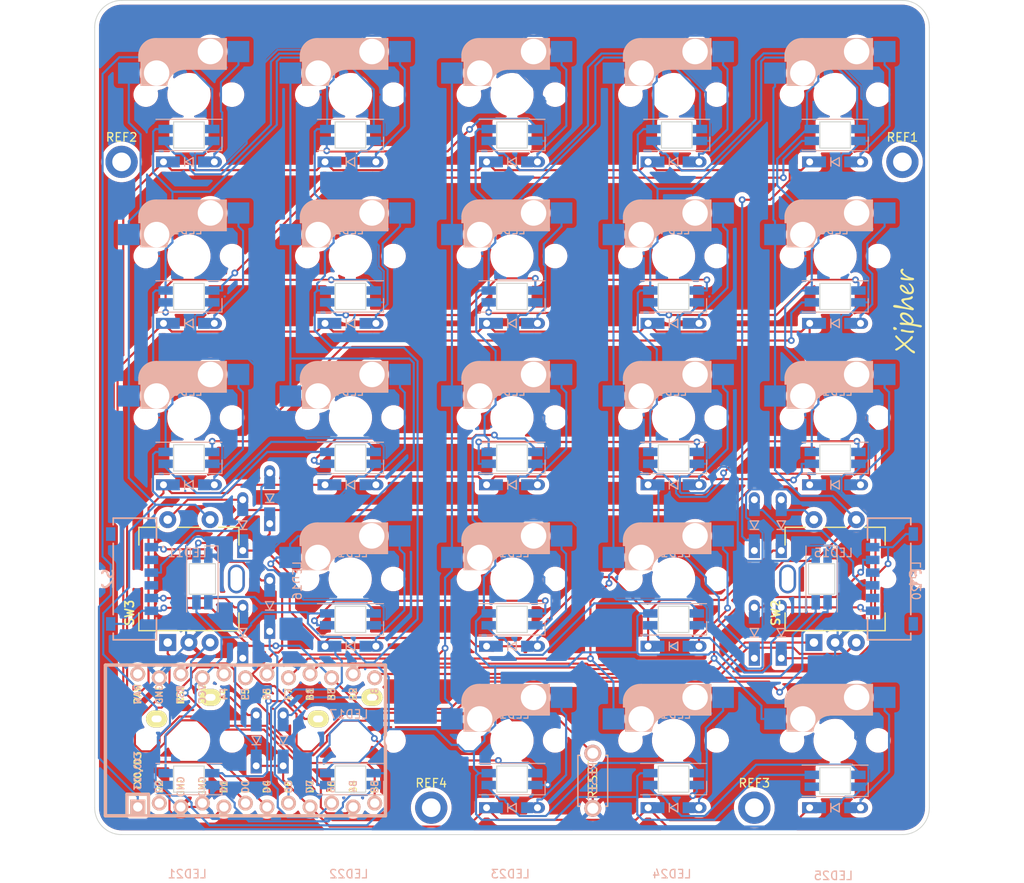
<source format=kicad_pcb>
(kicad_pcb (version 20211014) (generator pcbnew)
  (layers (0 "F.Cu" signal) (31 "B.Cu" signal) (34 "B.Paste" user) (35 "F.Paste" user) (36 "B.SilkS" user "B.Silkscreen") (37 "F.SilkS" user "F.Silkscreen") (38 "B.Mask" user) (39 "F.Mask" user) (44 "Edge.Cuts" user))
  (net 0 "")
  (net 1 "Net-(LED6-Pad2)")
  (net 2 "GND")
  (net 3 "VCC")
  (net 4 "Net-(LED7-Pad2)")
  (net 5 "Net-(LED8-Pad2)")
  (net 6 "Net-(LED9-Pad2)")
  (net 7 "Net-(LED10-Pad2)")
  (net 8 "Net-(LED11-Pad2)")
  (net 9 "Net-(LED13-Pad4)")
  (net 10 "LED")
  (net 11 "Net-(LED1-Pad2)")
  (net 12 "Net-(LED2-Pad2)")
  (net 13 "Net-(LED3-Pad2)")
  (net 14 "Net-(LED4-Pad2)")
  (net 15 "Net-(LED13-Pad2)")
  (net 16 "Net-(LED5-Pad2)")
  (net 17 "Net-(LED15-Pad4)")
  (net 18 "Net-(LED15-Pad2)")
  (net 19 "Net-(LED16-Pad2)")
  (net 20 "Net-(LED18-Pad4)")
  (net 21 "Net-(LED18-Pad2)")
  (net 22 "Net-(LED20-Pad4)")
  (net 23 "Net-(LED20-Pad2)")
  (net 24 "Net-(LED21-Pad2)")
  (net 25 "Net-(LED23-Pad4)")
  (net 26 "Net-(LED23-Pad2)")
  (net 27 "Net-(LED25-Pad4)")
  (net 29 "RST")
  (net 30 "ROW2")
  (net 31 "Net-(D15-Pad2)")
  (net 32 "Net-(D16-Pad2)")
  (net 33 "ROW0")
  (net 34 "Net-(D17-Pad2)")
  (net 35 "Net-(D18-Pad2)")
  (net 36 "ROW3")
  (net 37 "ROT_SW3")
  (net 38 "Net-(D20-Pad2)")
  (net 39 "Net-(D21-Pad2)")
  (net 40 "Net-(D22-Pad2)")
  (net 41 "ROT_SW1")
  (net 42 "ROW5")
  (net 43 "Net-(D24-Pad2)")
  (net 44 "Net-(D25-Pad2)")
  (net 45 "ROW4")
  (net 46 "Net-(D26-Pad2)")
  (net 47 "Net-(D27-Pad2)")
  (net 48 "Net-(D28-Pad2)")
  (net 49 "Net-(D29-Pad2)")
  (net 50 "Net-(D30-Pad2)")
  (net 51 "Net-(D31-Pad2)")
  (net 52 "ROW1")
  (net 53 "Net-(D11-Pad2)")
  (net 54 "Net-(D1-Pad2)")
  (net 55 "Net-(D2-Pad2)")
  (net 56 "Net-(D3-Pad2)")
  (net 57 "Net-(D4-Pad2)")
  (net 58 "Net-(D5-Pad2)")
  (net 59 "Net-(D6-Pad2)")
  (net 60 "Net-(D7-Pad2)")
  (net 61 "Net-(D8-Pad2)")
  (net 62 "Net-(D9-Pad2)")
  (net 63 "Net-(D10-Pad2)")
  (net 64 "Net-(D12-Pad2)")
  (net 65 "Net-(D13-Pad2)")
  (net 66 "Net-(D14-Pad2)")
  (net 67 "COL0")
  (net 68 "COL1")
  (net 69 "COL2")
  (net 70 "COL3")
  (net 71 "COL4")
  (net 73 "ROT2")
  (net 74 "ROT1")
  (net 75 "ROT0")
  (net 76 "COL5")
  (net 77 "ROT3")
  (footprint "Keebio-Parts:ArduinoProMicro-ZigZag" (layer "F.Cu") (at 50.8 119.0625)
    (fp_text reference "U1" hide)
    (fp_text value "ProMicro" hide)
  )
  (footprint "kbd:CherryMX_Hotswap" (layer "F.Cu") (at 80.9625 100.0125)
    (fp_text reference "SW21" hide)
    (fp_text value "SW_PUSH" hide)
  )
  (footprint "kbd:CherryMX_Hotswap" (layer "F.Cu") (at 42.8625 61.9125)
    (fp_text reference "SW9" hide)
    (fp_text value "SW_PUSH" hide)
  )
  (footprint "xipher_footprint:text_logo_10" (layer "F.Cu") (at 127.6 68.4 90)
    (fp_text reference "G1" hide)
    (fp_text value "LOGO" hide)
  )
  (footprint "kbd:CherryMX_Hotswap" (layer "F.Cu") (at 119.0625 42.8625)
    (fp_text reference "SW8" hide)
    (fp_text value "SW_PUSH" hide)
  )
  (footprint "MountingHole:MountingHole_2.2mm_M2_DIN965_Pad" (layer "F.Cu") (at 127 50.8)
    (fp_text reference "REF1")
    (fp_text value "MountingHole_2.2mm_M2_DIN965_Pad")
  )
  (footprint "MountingHole:MountingHole_2.2mm_M2_DIN965_Pad" (layer "F.Cu") (at 34.925 50.8)
    (fp_text reference "REF2")
    (fp_text value "MountingHole_2.2mm_M2_DIN965_Pad")
  )
  (footprint "kbd:CherryMX_Hotswap" (layer "F.Cu") (at 42.8625 42.8625)
    (fp_text reference "SW4" hide)
    (fp_text value "SW_PUSH" hide)
  )
  (footprint "kbd:CherryMX_Hotswap" (layer "F.Cu") (at 119.0625 61.9125)
    (fp_text reference "SW13" hide)
    (fp_text value "SW_PUSH" hide)
  )
  (footprint "kbd:CherryMX_Hotswap" (layer "F.Cu") (at 100.0125 61.9125)
    (fp_text reference "SW12" hide)
    (fp_text value "SW_PUSH" hide)
  )
  (footprint "kbd:CherryMX_Hotswap" (layer "F.Cu") (at 100.0125 80.9625)
    (fp_text reference "SW17" hide)
    (fp_text value "SW_PUSH" hide)
  )
  (footprint "MountingHole:MountingHole_2.2mm_M2_DIN965_Pad" (layer "F.Cu") (at 71.4375 127)
    (fp_text reference "REF4")
    (fp_text value "MountingHole_2.2mm_M2_DIN965_Pad")
  )
  (footprint "kbd:CherryMX_Hotswap" (layer "F.Cu") (at 100.0125 42.8625)
    (fp_text reference "SW7" hide)
    (fp_text value "SW_PUSH" hide)
  )
  (footprint "kbd:CherryMX_Hotswap" (layer "F.Cu") (at 61.88 100.0125)
    (fp_text reference "SW20" hide)
    (fp_text value "SW_PUSH" hide)
  )
  (footprint "MountingHole:MountingHole_2.2mm_M2_DIN965_Pad" (layer "F.Cu") (at 109.5375 127)
    (fp_text reference "REF3")
    (fp_text value "MountingHole_2.2mm_M2_DIN965_Pad")
  )
  (footprint "kbd:CherryMX_Hotswap" (layer "F.Cu") (at 80.9625 119.0625)
    (fp_text reference "SW26" hide)
    (fp_text value "SW_PUSH" hide)
  )
  (footprint "kbd:CherryMX_Hotswap" (layer "F.Cu") (at 100.0125 119.0625)
    (fp_text reference "SW27" hide)
    (fp_text value "SW_PUSH" hide)
  )
  (footprint "kbd:CherryMX_Hotswap" (layer "F.Cu") (at 119.0625 119.0625)
    (fp_text reference "SW28" hide)
    (fp_text value "SW_PUSH" hide)
  )
  (footprint "kbd:CherryMX_Hotswap" (layer "F.Cu") (at 80.9625 42.8625)
    (fp_text reference "SW6" hide)
    (fp_text value "SW_PUSH" hide)
  )
  (footprint "kbd:CherryMX_Hotswap" (layer "F.Cu") (at 100.0125 100.0125)
    (fp_text reference "SW22" hide)
    (fp_text value "SW_PUSH" hide)
  )
  (footprint "kbd:CherryMX_Hotswap" (layer "F.Cu") (at 61.9125 61.9125)
    (fp_text reference "SW10" hide)
    (fp_text value "SW_PUSH" hide)
  )
  (footprint "Encoder:RotaryEncoder_Alps_EC11E-Switch_Vertical" (layer "F.Cu") (at 119.0625 100.0125 90)
    (fp_text reference "SW2")
    (fp_text value "RotaryEncoder_Switch")
  )
  (footprint "kbd:CherryMX_Hotswap" (layer "F.Cu") (at 42.8625 80.9625)
    (fp_text reference "SW14" hide)
    (fp_text value "SW_PUSH" hide)
  )
  (footprint "kbd:CherryMX_Hotswap" (layer "F.Cu") (at 61.9125 80.9625)
    (fp_text reference "SW15" hide)
    (fp_text value "SW_PUSH" hide)
  )
  (footprint "kbd:CherryMX_1u" (layer "F.Cu") (at 61.9125 119.0625)
    (fp_text reference "SW25" hide)
    (fp_text value "SW_PUSH" hide)
  )
  (footprint "kbd:CherryMX_Hotswap" (layer "F.Cu") (at 61.9125 42.8625)
    (fp_text reference "SW5" hide)
    (fp_text value "SW_PUSH" hide)
  )
  (footprint "kbd:CherryMX_1u" (layer "F.Cu") (at 42.8625 119.0625)
    (fp_text reference "SW24" hide)
    (fp_text value "SW_PUSH" hide)
  )
  (footprint "kbd:CherryMX_Hotswap" (layer "F.Cu") (at 80.9625 80.9625)
    (fp_text reference "SW16" hide)
    (fp_text value "SW_PUSH" hide)
  )
  (footprint "kbd:CherryMX_Hotswap" (layer "F.Cu") (at 80.9625 61.9125)
    (fp_text reference "SW11" hide)
    (fp_text value "SW_PUSH" hide)
  )
  (footprint "kbd:CherryMX_Hotswap" (layer "F.Cu") (at 119.0625 80.9625)
    (fp_text reference "SW18" hide)
    (fp_text value "SW_PUSH" hide)
  )
  (footprint "Encoder:RotaryEncoder_Alps_EC11E-Switch_Vertical" (layer "F.Cu") (at 42.8625 100.0125 90)
    (fp_text reference "SW3")
    (fp_text value "RotaryEncoder_Switch")
  )
  (footprint "kbd:D3_TH_SMD_v2" (layer "B.Cu") (at 109.5375 106.3625 90)
    (fp_text reference "D18" hide)
    (fp_text value "D" hide)
  )
  (footprint "kbd:D3_TH_SMD_v2" (layer "B.Cu") (at 61.9125 50.8)
    (fp_text reference "D2" hide)
    (fp_text value "D" hide)
  )
  (footprint "kbd:YS-SK6812MINI-E" (layer "B.Cu") (at 42.8625 47.625 180)
    (fp_text reference "LED1")
    (fp_text value "YS-SK6812MINI-E")
    (fp_line (start -1.8 1.55) (end -1.8 -1.55) (layer "Edge.Cuts") (width 0.12))
    (fp_line (start 1.8 -1.55) (end 1.8 1.55) (layer "Edge.Cuts") (width 0.12))
    (fp_line (start -1.8 -1.55) (end 1.8 -1.55) (layer "Edge.Cuts") (width 0.12))
    (fp_line (start 1.8 1.55) (end -1.8 1.55) (layer "Edge.Cuts") (width 0.12))
  )
  (footprint "kbd:D3_TH_SMD_v2" (layer "B.Cu") (at 109.5375 93.6625 90)
    (fp_text reference "D17" hide)
    (fp_text value "D" hide)
  )
  (footprint "kbd:ResetSW" (layer "B.Cu") (at 90.4875 123.825 90)
    (fp_text reference "SW1" hide)
    (fp_text value "SW_Push")
  )
  (footprint "kbd:D3_TH_SMD_v2" (layer "B.Cu") (at 80.9625 127)
    (fp_text reference "D29" hide)
    (fp_text value "D" hide)
  )
  (footprint "kbd:D3_TH_SMD_v2" (layer "B.Cu") (at 100.0125 50.8)
    (fp_text reference "D4" hide)
    (fp_text value "D" hide)
  )
  (footprint "kbd:D3_TH_SMD_v2" (layer "B.Cu") (at 49.2125 93.6625 90)
    (fp_text reference "D19" hide)
    (fp_text value "D" hide)
  )
  (footprint "kbd:D3_TH_SMD_v2" (layer "B.Cu") (at 119.0625 88.9)
    (fp_text reference "D16" hide)
    (fp_text value "D" hide)
  )
  (footprint "kbd:YS-SK6812MINI-E" (layer "B.Cu") (at 80.9625 123.625 180)
    (fp_text reference "LED23")
    (fp_text value "YS-SK6812MINI-E")
    (fp_line (start 1.8 -1.55) (end 1.8 1.55) (layer "Edge.Cuts") (width 0.12))
    (fp_line (start -1.8 -1.55) (end 1.8 -1.55) (layer "Edge.Cuts") (width 0.12))
    (fp_line (start -1.8 1.55) (end -1.8 -1.55) (layer "Edge.Cuts") (width 0.12))
    (fp_line (start 1.8 1.55) (end -1.8 1.55) (layer "Edge.Cuts") (width 0.12))
  )
  (footprint "kbd:D3_TH_SMD_v2" (layer "B.Cu") (at 119.0625 127)
    (fp_text reference "D31" hide)
    (fp_text value "D" hide)
  )
  (footprint "kbd:YS-SK6812MINI-E" (layer "B.Cu") (at 80.9625 47.625 180)
    (fp_text reference "LED3")
    (fp_text value "YS-SK6812MINI-E")
    (fp_line (start 1.8 1.55) (end -1.8 1.55) (layer "Edge.Cuts") (width 0.12))
    (fp_line (start -1.8 -1.55) (end 1.8 -1.55) (layer "Edge.Cuts") (width 0.12))
    (fp_line (start 1.8 -1.55) (end 1.8 1.55) (layer "Edge.Cuts") (width 0.12))
    (fp_line (start -1.8 1.55) (end -1.8 -1.55) (layer "Edge.Cuts") (width 0.12))
  )
  (footprint "kbd:YS-SK6812MINI-E" (layer "B.Cu") (at 61.9125 85.725 180)
    (fp_text reference "LED12")
    (fp_text value "YS-SK6812MINI-E")
    (fp_line (start 1.8 -1.55) (end 1.8 1.55) (layer "Edge.Cuts") (width 0.12))
    (fp_line (start 1.8 1.55) (end -1.8 1.55) (layer "Edge.Cuts") (width 0.12))
    (fp_line (start -1.8 -1.55) (end 1.8 -1.55) (layer "Edge.Cuts") (width 0.12))
    (fp_line (start -1.8 1.55) (end -1.8 -1.55) (layer "Edge.Cuts") (width 0.12))
  )
  (footprint "kbd:YS-SK6812MINI-E" (layer "B.Cu") (at 42.8625 85.725 180)
    (fp_text reference "LED11")
    (fp_text value "YS-SK6812MINI-E")
    (fp_line (start 1.8 1.55) (end -1.8 1.55) (layer "Edge.Cuts") (width 0.12))
    (fp_line (start -1.8 1.55) (end -1.8 -1.55) (layer "Edge.Cuts") (width 0.12))
    (fp_line (start 1.8 -1.55) (end 1.8 1.55) (layer "Edge.Cuts") (width 0.12))
    (fp_line (start -1.8 -1.55) (end 1.8 -1.55) (layer "Edge.Cuts") (width 0.12))
  )
  (footprint "kbd:D3_TH_SMD_v2" (layer "B.Cu") (at 100.0125 107.95)
    (fp_text reference "D22" hide)
    (fp_text value "D" hide)
  )
  (footprint "kbd:D3_TH_SMD_v2" (layer "B.Cu") (at 42.8625 50.8)
    (fp_text reference "D1" hide)
    (fp_text value "D" hide)
  )
  (footprint "Encoder:TMHU28" (layer "B.Cu") (at 125.4375 100.0125 90)
    (fp_text reference "S1")
    (fp_text value "TMHU28" hide)
  )
  (footprint "kbd:D3_TH_SMD_v2" (layer "B.Cu") (at 80.9625 50.8)
    (fp_text reference "D3" hide)
    (fp_text value "D" hide)
  )
  (footprint "kbd:D3_TH_SMD_v2" (layer "B.Cu") (at 42.8625 88.9)
    (fp_text reference "D12" hide)
    (fp_text value "D" hide)
  )
  (footprint "kbd:YS-SK6812MINI-E" (layer "B.Cu") (at 61.9125 104.775 180)
    (fp_text reference "LED17")
    (fp_text value "YS-SK6812MINI-E")
    (fp_line (start -1.8 -1.55) (end 1.8 -1.55) (layer "Edge.Cuts") (width 0.12))
    (fp_line (start 1.8 -1.55) (end 1.8 1.55) (layer "Edge.Cuts") (width 0.12))
    (fp_line (start -1.8 1.55) (end -1.8 -1.55) (layer "Edge.Cuts") (width 0.12))
    (fp_line (start 1.8 1.55) (end -1.8 1.55) (layer "Edge.Cuts") (width 0.12))
  )
  (footprint "kbd:D3_TH_SMD_v2" (layer "B.Cu") (at 80.9625 88.9)
    (fp_text reference "D14" hide)
    (fp_text value "D" hide)
  )
  (footprint "kbd:YS-SK6812MINI-E" (layer "B.Cu") (at 61.9125 123.625 180)
    (fp_text reference "LED22")
    (fp_text value "YS-SK6812MINI-E")
    (fp_line (start 1.8 1.55) (end -1.8 1.55) (layer "Edge.Cuts") (width 0.12))
    (fp_line (start -1.8 -1.55) (end 1.8 -1.55) (layer "Edge.Cuts") (width 0.12))
    (fp_line (start -1.8 1.55) (end -1.8 -1.55) (layer "Edge.Cuts") (width 0.12))
    (fp_line (start 1.8 -1.55) (end 1.8 1.55) (layer "Edge.Cuts") (width 0.12))
  )
  (footprint "kbd:YS-SK6812MINI-E" (layer "B.Cu") (at 80.9625 66.675 180)
    (fp_text reference "LED8")
    (fp_text value "YS-SK6812MINI-E")
    (fp_line (start -1.8 1.55) (end -1.8 -1.55) (layer "Edge.Cuts") (width 0.12))
    (fp_line (start 1.8 1.55) (end -1.8 1.55) (layer "Edge.Cuts") (width 0.12))
    (fp_line (start -1.8 -1.55) (end 1.8 -1.55) (layer "Edge.Cuts") (width 0.12))
    (fp_line (start 1.8 -1.55) (end 1.8 1.55) (layer "Edge.Cuts") (width 0.12))
  )
  (footprint "kbd:D3_TH_SMD_v2" (layer "B.Cu") (at 49.2125 106.3625 90)
    (fp_text reference "D26" hide)
    (fp_text value "D" hide)
  )
  (footprint "kbd:D3_TH_SMD_v2" (layer "B.Cu") (at 80.9625 69.85)
    (fp_text reference "D8" hide)
    (fp_text value "D" hide)
  )
  (footprint "Encoder:TMHU28" (layer "B.Cu") (at 36.4875 100.0125 -90)
    (fp_text reference "S2")
    (fp_text value "TMHU28" hide)
  )
  (footprint "kbd:YS-SK6812MINI-E" (layer "B.Cu") (at 100.0125 85.725 180)
    (fp_text reference "LED14")
    (fp_text value "YS-SK6812MINI-E")
    (fp_line (start -1.8 -1.55) (end 1.8 -1.55) (layer "Edge.Cuts") (width 0.12))
    (fp_line (start -1.8 1.55) (end -1.8 -1.55) (layer "Edge.Cuts") (width 0.12))
    (fp_line (start 1.8 1.55) (end -1.8 1.55) (layer "Edge.Cuts") (width 0.12))
    (fp_line (start 1.8 -1.55) (end 1.8 1.55) (layer "Edge.Cuts") (width 0.12))
  )
  (footprint "kbd:D3_TH_SMD_v2" (layer "B.Cu") (at 112.7125 93.6625 90)
    (fp_text reference "D23" hide)
    (fp_text value "D" hide)
  )
  (footprint "kbd:YS-SK6812MINI-E" (layer "B.Cu") (at 119.0625 85.725 180)
    (fp_text reference "LED15")
    (fp_text value "YS-SK6812MINI-E")
    (fp_line (start -1.8 1.55) (end -1.8 -1.55) (layer "Edge.Cuts") (width 0.12))
    (fp_line (start 1.8 -1.55) (end 1.8 1.55) (layer "Edge.Cuts") (width 0.12))
    (fp_line (start -1.8 -1.55) (end 1.8 -1.55) (layer "Edge.Cuts") (width 0.12))
    (fp_line (start 1.8 1.55) (end -1.8 1.55) (layer "Edge.Cuts") (width 0.12))
  )
  (footprint "kbd:YS-SK6812MINI-E" (layer "B.Cu") (at 44.45 100.0125 -90)
    (fp_text reference "LED16")
    (fp_text value "YS-SK6812MINI-E")
    (fp_line (start 1.8 1.55) (end -1.8 1.55) (layer "Edge.Cuts") (width 0.12))
    (fp_line (start -1.8 1.55) (end -1.8 -1.55) (layer "Edge.Cuts") (width 0.12))
    (fp_line (start 1.8 -1.55) (end 1.8 1.55) (layer "Edge.Cuts") (width 0.12))
    (fp_line (start -1.8 -1.55) (end 1.8 -1.55) (layer "Edge.Cuts") (width 0.12))
  )
  (footprint "kbd:D3_TH_SMD_v2" (layer "B.Cu") (at 100.0125 127)
    (fp_text reference "D30" hide)
    (fp_text value "D" hide)
  )
  (footprint "kbd:D3_TH_SMD_v2" (layer "B.Cu") (at 100.0125 69.85)
    (fp_text reference "D9" hide)
    (fp_text value "D" hide)
  )
  (footprint "kbd:D3_TH_SMD_v2" (layer "B.Cu") (at 61.9125 107.95)
    (fp_text reference "D20" hide)
    (fp_text value "D" hide)
  )
  (footprint "kbd:YS-SK6812MINI-E" (layer "B.Cu") (at 119.0625 123.825 180)
    (fp_text reference "LED25")
    (fp_text value "YS-SK6812MINI-E")
    (fp_line (start 1.8 1.55) (end -1.8 1.55) (layer "Edge.Cuts") (width 0.12))
    (fp_line (start 1.8 -1.55) (end 1.8 1.55) (layer "Edge.Cuts") (width 0.12))
    (fp_line (start -1.8 -1.55) (end 1.8 -1.55) (layer "Edge.Cuts") (width 0.12))
    (fp_line (start -1.8 1.55) (end -1.8 -1.55) (layer "Edge.Cuts") (width 0.12))
  )
  (footprint "kbd:YS-SK6812MINI-E" (layer "B.Cu") (at 100.0125 104.775 180)
    (fp_text reference "LED19")
    (fp_text value "YS-SK6812MINI-E")
    (fp_line (start 1.8 1.55) (end -1.8 1.55) (layer "Edge.Cuts") (width 0.12))
    (fp_line (start -1.8 1.55) (end -1.8 -1.55) (layer "Edge.Cuts") (width 0.12))
    (fp_line (start 1.8 -1.55) (end 1.8 1.55) (layer "Edge.Cuts") (width 0.12))
    (fp_line (start -1.8 -1.55) (end 1.8 -1.55) (layer "Edge.Cuts") (width 0.12))
  )
  (footprint "kbd:YS-SK6812MINI-E" (layer "B.Cu") (at 119.0625 47.625 180)
    (fp_text reference "LED5")
    (fp_text value "YS-SK6812MINI-E")
    (fp_line (start 1.8 -1.55) (end 1.8 1.55) (layer "Edge.Cuts") (width 0.12))
    (fp_line (start 1.8 1.55) (end -1.8 1.55) (layer "Edge.Cuts") (width 0.12))
    (fp_line (start -1.8 1.55) (end -1.8 -1.55) (layer "Edge.Cuts") (width 0.12))
    (fp_line (start -1.8 -1.55) (end 1.8 -1.55) (layer "Edge.Cuts") (width 0.12))
  )
  (footprint "kbd:YS-SK6812MINI-E" (layer "B.Cu") (at 100.3813 47.625 180)
    (fp_text reference "LED4")
    (fp_text value "YS-SK6812MINI-E")
    (fp_line (start 1.8 1.55) (end -1.8 1.55) (layer "Edge.Cuts") (width 0.12))
    (fp_line (start -1.8 -1.55) (end 1.8 -1.55) (layer "Edge.Cuts") (width 0.12))
    (fp_line (start -1.8 1.55) (end -1.8 -1.55) (layer "Edge.Cuts") (width 0.12))
    (fp_line (start 1.8 -1.55) (end 1.8 1.55) (layer "Edge.Cuts") (width 0.12))
  )
  (footprint "kbd:YS-SK6812MINI-E" (layer "B.Cu") (at 61.9125 47.625 180)
    (fp_text reference "LED2")
    (fp_text value "YS-SK6812MINI-E")
    (fp_line (start 1.8 -1.55) (end 1.8 1.55) (layer "Edge.Cuts") (width 0.12))
    (fp_line (start 1.8 1.55) (end -1.8 1.55) (layer "Edge.Cuts") (width 0.12))
    (fp_line (start -1.8 1.55) (end -1.8 -1.55) (layer "Edge.Cuts") (width 0.12))
    (fp_line (start -1.8 -1.55) (end 1.8 -1.55) (layer "Edge.Cuts") (width 0.12))
  )
  (footprint "kbd:D3_TH_SMD_v2" (layer "B.Cu") (at 61.9125 88.9)
    (fp_text reference "D13" hide)
    (fp_text value "D" hide)
  )
  (footprint "kbd:D3_TH_SMD_v2" (layer "B.Cu") (at 80.9625 107.95)
    (fp_text reference "D21" hide)
    (fp_text value "D" hide)
  )
  (footprint "kbd:D3_TH_SMD_v2" (layer "B.Cu") (at 50.8 119.0625 90)
    (fp_text reference "D27" hide)
    (fp_text value "D" hide)
  )
  (footprint "kbd:D3_TH_SMD_v2" (layer "B.Cu") (at 61.9125 69.85)
    (fp_text reference "D7" hide)
    (fp_text value "D" hide)
  )
  (footprint "kbd:YS-SK6812MINI-E" (layer "B.Cu") (at 61.9125 66.675 180)
    (fp_text reference "LED7")
    (fp_text value "YS-SK6812MINI-E")
    (fp_line (start 1.8 1.55) (end -1.8 1.55) (layer "Edge.Cuts") (width 0.12))
    (fp_line (start -1.8 -1.55) (end 1.8 -1.55) (layer "Edge.Cuts") (width 0.12))
    (fp_line (start -1.8 1.55) (end -1.8 -1.55) (layer "Edge.Cuts") (width 0.12))
    (fp_line (start 1.8 -1.55) (end 1.8 1.55) (layer "Edge.Cuts") (width 0.12))
  )
  (footprint "kbd:YS-SK6812MINI-E" (layer "B.Cu") (at 117.475 100.0125 -90)
    (fp_text reference "LED20")
    (fp_text value "YS-SK6812MINI-E")
    (fp_line (start -1.8 1.55) (end -1.8 -1.55) (layer "Edge.Cuts") (width 0.12))
    (fp_line (start 1.8 1.55) (end -1.8 1.55) (layer "Edge.Cuts") (width 0.12))
    (fp_line (start 1.8 -1.55) (end 1.8 1.55) (layer "Edge.Cuts") (width 0.12))
    (fp_line (start -1.8 -1.55) (end 1.8 -1.55) (layer "Edge.Cuts") (width 0.12))
  )
  (footprint "kbd:D3_TH_SMD_v2" (layer "B.Cu") (at 53.975 119.0625 90)
    (fp_text reference "D28" hide)
    (fp_text value "D" hide)
  )
  (footprint "kbd:D3_TH_SMD_v2" (layer "B.Cu") (at 100.0125 88.9)
    (fp_text reference "D15" hide)
    (fp_text value "D" hide)
  )
  (footprint "kbd:YS-SK6812MINI-E" (layer "B.Cu") (at 119.0625 66.675 180)
    (fp_text reference "LED10")
    (fp_text value "YS-SK6812MINI-E")
    (fp_line (start 1.8 1.55) (end -1.8 1.55) (layer "Edge.Cuts") (width 0.12))
    (fp_line (start 1.8 -1.55) (end 1.8 1.55) (layer "Edge.Cuts") (width 0.12))
    (fp_line (start -1.8 1.55) (end -1.8 -1.55) (layer "Edge.Cuts") (width 0.12))
    (fp_line (start -1.8 -1.55) (end 1.8 -1.55) (layer "Edge.Cuts") (width 0.12))
  )
  (footprint "kbd:D3_TH_SMD_v2" (layer "B.Cu") (at 112.7125 106.3625 90)
    (fp_text reference "D11" hide)
    (fp_text value "D" hide)
  )
  (footprint "kbd:D3_TH_SMD_v2" (layer "B.Cu") (at 42.8625 69.85)
    (fp_text reference "D6" hide)
    (fp_text value "D" hide)
  )
  (footprint "kbd:D3_TH_SMD_v2" (layer "B.Cu") (at 119.0625 69.85)
    (fp_text reference "D10" hide)
    (fp_text value "D" hide)
  )
  (footprint "kbd:YS-SK6812MINI-E" (layer "B.Cu") (at 42.8625 66.675 180)
    (fp_text reference "LED6")
    (fp_text value "YS-SK6812MINI-E")
    (fp_line (start -1.8 -1.55) (end 1.8 -1.55) (layer "Edge.Cuts") (width 0.12))
    (fp_line (start 1.8 -1.55) (end 1.8 1.55) (layer "Edge.Cuts") (width 0.12))
    (fp_line (start -1.8 1.55) (end -1.8 -1.55) (layer "Edge.Cuts") (width 0.12))
    (fp_line (start 1.8 1.55) (end -1.8 1.55) (layer "Edge.Cuts") (width 0.12))
  )
  (footprint "kbd:YS-SK6812MINI-E" (layer "B.Cu") (at 42.8625 123.625 180)
    (fp_text reference "LED21")
    (fp_text value "YS-SK6812MINI-E")
    (fp_line (start -1.8 -1.55) (end 1.8 -1.55) (layer "Edge.Cuts") (width 0.12))
    (fp_line (start -1.8 1.55) (end -1.8 -1.55) (layer "Edge.Cuts") (width 0.12))
    (fp_line (start 1.8 -1.55) (end 1.8 1.55) (layer "Edge.Cuts") (width 0.12))
    (fp_line (start 1.8 1.55) (end -1.8 1.55) (layer "Edge.Cuts") (width 0.12))
  )
  (footprint "kbd:YS-SK6812MINI-E" (layer "B.Cu") (at 80.9625 85.725 180)
    (fp_text reference "LED13")
    (fp_text value "YS-SK6812MINI-E")
    (fp_line (start 1.8 -1.55) (end 1.8 1.55) (layer "Edge.Cuts") (width 0.12))
    (fp_line (start -1.8 1.55) (end -1.8 -1.55) (layer "Edge.Cuts") (width 0.12))
    (fp_line (start 1.8 1.55) (end -1.8 1.55) (layer "Edge.Cuts") (width 0.12))
    (fp_line (start -1.8 -1.55) (end 1.8 -1.55) (layer "Edge.Cuts") (width 0.12))
  )
  (footprint "kbd:YS-SK6812MINI-E" (layer "B.Cu") (at 100.0125 66.675 180)
    (fp_text reference "LED9")
    (fp_text value "YS-SK6812MINI-E")
    (fp_line (start -1.8 1.55) (end -1.8 -1.55) (layer "Edge.Cuts") (width 0.12))
    (fp_line (start -1.8 -1.55) (end 1.8 -1.55) (layer "Edge.Cuts") (width 0.12))
    (fp_line (start 1.8 -1.55) (end 1.8 1.55) (layer "Edge.Cuts") (width 0.12))
    (fp_line (start 1.8 1.55) (end -1.8 1.55) (layer "Edge.Cuts") (width 0.12))
  )
  (footprint "kbd:YS-SK6812MINI-E" (layer "B.Cu") (at 80.9625 104.775 180)
    (fp_text reference "LED18")
    (fp_text value "YS-SK6812MINI-E")
    (fp_line (start -1.8 1.55) (end -1.8 -1.55) (layer "Edge.Cuts") (width 0.12))
    (fp_line (start 1.8 -1.55) (end 1.8 1.55) (layer "Edge.Cuts") (width 0.12))
    (fp_line (start -1.8 -1.55) (end 1.8 -1.55) (layer "Edge.Cuts") (width 0.12))
    (fp_line (start 1.8 1.55) (end -1.8 1.55) (layer "Edge.Cuts") (width 0.12))
  )
  (footprint "kbd:YS-SK6812MINI-E" (layer "B.Cu") (at 100.0125 123.625 180)
    (fp_text reference "LED24")
    (fp_text value "YS-SK6812MINI-E")
    (fp_line (start -1.8 1.55) (end -1.8 -1.55) (layer "Edge.Cuts") (width 0.12))
    (fp_line (start -1.8 -1.55) (end 1.8 -1.55) (layer "Edge.Cuts") (width 0.12))
    (fp_line (start 1.8 -1.55) (end 1.8 1.55) (layer "Edge.Cuts") (width 0.12))
    (fp_line (start 1.8 1.55) (end -1.8 1.55) (layer "Edge.Cuts") (width 0.12))
  )
  (footprint "kbd:D3_TH_SMD_v2" (layer "B.Cu") (at 52.3875 103.1875 90)
    (fp_text reference "D24" hide)
    (fp_text value "D" hide)
  )
  (footprint "kbd:D3_TH_SMD_v2" (layer "B.Cu") (at 52.3875 90.4875 90)
    (fp_text reference "D25" hide)
    (fp_text value "D" hide)
  )
  (footprint "kbd:D3_TH_SMD_v2" (layer "B.Cu") (at 119.0625 50.8)
    (fp_text reference "D5" hide)
    (fp_text value "D" hide)
  )
  (gr_line (start 130.175 34.925) (end 130.175 127) (layer "Edge.Cuts") (width 0.1))
  (gr_line (start 31.75 34.925) (end 31.75 127) (layer "Edge.Cuts") (width 0.1))
  (gr_line (start 34.925 130.175) (end 127 130.175) (layer "Edge.Cuts") (width 0.1))
  (gr_arc (start 127 31.75) (mid 129.245064 32.679936) (end 130.175 34.925) (layer "Edge.Cuts") (width 0.1))
  (gr_arc (start 34.925 130.175) (mid 32.679936 129.245064) (end 31.75 127) (layer "Edge.Cuts") (width 0.1))
  (gr_arc (start 31.75 34.925) (mid 32.679936 32.679936) (end 34.925 31.75) (layer "Edge.Cuts") (width 0.1))
  (gr_arc (start 130.175 127) (mid 129.245064 129.245064) (end 127 130.175) (layer "Edge.Cuts") (width 0.1))
  (gr_line (start 127 31.75) (end 34.925 31.75) (layer "Edge.Cuts") (width 0.1))
  (segment (start 40.1126 68.5503) (end 40.1125 68.5503) (width 0.25) (layer "F.Cu") (net 1))
  (segment (start 59.65 64.7187) (end 41.0087 64.7187) (width 0.25) (layer "F.Cu") (net 1))
  (segment (start 41.0087 64.7187) (end 40.1126 65.6148) (width 0.25) (layer "F.Cu") (net 1))
  (segment (start 40.1126 65.6148) (end 40.1126 68.5503) (width 0.25) (layer "F.Cu") (net 1))
  (via (at 59.65 64.7187) (size 0.8) (drill 0.4) (layers "F.Cu" "B.Cu") (net 1))
  (via (at 40.1125 68.5503) (size 0.8) (drill 0.4) (layers "F.Cu" "B.Cu") (net 1))
  (segment (start 64.6625 65.6077) (end 63.7735 64.7187) (width 0.25) (layer "B.Cu") (net 1))
  (segment (start 63.7735 64.7187) (end 59.65 64.7187) (width 0.25) (layer "B.Cu") (net 1))
  (segment (start 40.1125 67.375) (end 40.1125 68.5503) (width 0.25) (layer "B.Cu") (net 1))
  (segment (start 64.6625 65.975) (end 64.6625 65.6077) (width 0.25) (layer "B.Cu") (net 1))
  (segment (start 86.4525 125.5775) (end 85.1653 124.2903) (width 0.25) (layer "F.Cu") (net 2))
  (segment (start 102.275 125.5775) (end 90.4875 125.5775) (width 0.25) (layer "F.Cu") (net 2))
  (segment (start 41.91 126.9111) (end 43.9928 126.9111) (width 0.25) (layer "F.Cu") (net 2))
  (segment (start 90.4875 125.5775) (end 86.4525 125.5775) (width 0.25) (layer "F.Cu") (net 2))
  (segment (start 43.9928 126.9111) (end 44.45 126.4539) (width 0.25) (layer "F.Cu") (net 2))
  (segment (start 90.4875 127.075) (end 90.4875 125.5775) (width 0.25) (layer "F.Cu") (net 2))
  (via (at 85.1653 124.2903) (size 0.8) (drill 0.4) (layers "F.Cu" "B.Cu") (net 2))
  (via (at 102.275 125.5775) (size 0.8) (drill 0.4) (layers "F.Cu" "B.Cu") (net 2))
  (segment (start 103.6705 89.8754) (end 104.5681 88.9778) (width 0.25) (layer "B.Cu") (net 2))
  (segment (start 102.9284 102.4269) (end 93.2541 102.4269) (width 0.25) (layer "B.Cu") (net 2))
  (segment (start 83.7125 124.325) (end 84.8878 124.325) (width 0.25) (layer "B.Cu") (net 2))
  (segment (start 122.9878 67.375) (end 122.9878 64.5101) (width 0.25) (layer "B.Cu") (net 2))
  (segment (start 119.0625 115.6062) (end 121.4379 117.9816) (width 0.25) (layer "B.Cu") (net 2))
  (segment (start 103.8171 44.6283) (end 103.8171 42.5927) (width 0.25) (layer "B.Cu") (net 2))
  (segment (start 122.9878 44.1378) (end 122.1469 43.2969) (width 0.25) (layer "B.Cu") (net 2))
  (segment (start 83.7125 67.7842) (end 83.7125 67.375) (width 0.25) (layer "B.Cu") (net 2))
  (segment (start 104.5681 87.8236) (end 105.6326 86.7591) (width 0.25) (layer "B.Cu") (net 2))
  (segment (start 100.9331 89.8754) (end 103.6705 89.8754) (width 0.25) (layer "B.Cu") (net 2))
  (segment (start 107.5882 88.1584) (end 107.5882 96.7863) (width 0.25) (layer "B.Cu") (net 2))
  (segment (start 84.7671 80.775) (end 81.6759 77.6838) (width 0.25) (layer "B.Cu") (net 2))
  (segment (start 43.7505 49.8218) (end 44.5249 49.8218) (width 0.25) (layer "B.Cu") (net 2))
  (segment (start 40.6294 112.755) (end 39.5455 111.6711) (width 0.25) (layer "B.Cu") (net 2))
  (segment (start 62.6188 58.058) (end 62.6188 50.039) (width 0.25) (layer "B.Cu") (net 2))
  (segment (start 103.1313 48.325) (end 104.3066 48.325) (width 0.25) (layer "B.Cu") (net 2))
  (segment (start 118.175 96.0872) (end 115.2975 96.0872) (width 0.25) (layer "B.Cu") (net 2))
  (segment (start 81.6759 69.0868) (end 81.8909 68.8718) (width 0.25) (layer "B.Cu") (net 2))
  (segment (start 109.1247 89.4333) (end 113.3786 89.4333) (width 0.25) (layer "B.Cu") (net 2))
  (segment (start 121.2453 125.7004) (end 122.4207 124.525) (width 0.25) (layer "B.Cu") (net 2))
  (segment (start 40.6294 117.2265) (end 40.6294 112.755) (width 0.25) (layer "B.Cu") (net 2))
  (segment (start 122.8671 80.775) (end 119.7755 77.6834) (width 0.25) (layer "B.Cu") (net 2))
  (segment (start 61.0283 126.4134) (end 61.0283 126.8942) (width 0.25) (layer "B.Cu") (net 2))
  (segment (start 46.7878 82.9681) (end 45.8938 82.0741) (width 0.25) (layer "B.Cu") (net 2))
  (segment (start 45.15 95.8241) (end 45.15 97.2625) (width 0.25) (layer "B.Cu") (net 2))
  (segment (start 121.8125 48.7341) (end 121.8125 48.325) (width 0.25) (layer "B.Cu") (net 2))
  (segment (start 43.6276 95.036) (end 44.3619 95.036) (width 0.25) (layer "B.Cu") (net 2))
  (segment (start 108.7197 110.5944) (end 103.9378 105.8125) (width 0.25) (layer "B.Cu") (net 2))
  (segment (start 120.7248 68.8718) (end 121.8125 67.7841) (width 0.25) (layer "B.Cu") (net 2))
  (segment (start 65.5743 41.8076) (end 61.7055 37.9388) (width 0.25) (layer "B.Cu") (net 2))
  (segment (start 45.6125 124.325) (end 46.0957 124.8082) (width 0.25) (layer "B.Cu") (net 2))
  (segment (start 104.3066 48.325) (end 104.3066 45.1178) (width 0.25) (layer "B.Cu") (net 2))
  (segment (start 122.9878 48.325) (end 122.9878 44.1378) (width 0.25) (layer "B.Cu") (net 2))
  (segment (start 49.9218 128.606) (end 48.26 126.9442) (width 0.25) (layer "B.Cu") (net 2))
  (segment (start 81.6759 88.1368) (end 81.8909 87.9218) (width 0.25) (layer "B.Cu") (net 2))
  (segment (start 45.7585 97.2625) (end 46.3728 97.8768) (width 0.25) (layer "B.Cu") (net 2))
  (segment (start 65.8378 44.9732) (end 65.5743 44.7097) (width 0.25) (layer "B.Cu") (net 2))
  (segment (start 100.7188 77.1081) (end 103.4879 79.8772) (width 0.25) (layer "B.Cu") (net 2))
  (segment (start 84.9225 124.2903) (end 84.8878 124.325) (width 0.25) (layer "B.Cu") (net 2))
  (segment (start 100.7621 89.7044) (end 100.9331 89.8754) (width 0.25) (layer "B.Cu") (net 2))
  (segment (start 121.8125 48.325) (end 122.9878 48.325) (width 0.25) (layer "B.Cu") (net 2))
  (segment (start 122.0848 63.6071) (end 122.0848 60.9427) (width 0.25) (layer "B.Cu") (net 2))
  (segment (start 84.7671 43.4877) (end 84.7671 43.2845) (width 0.25) (layer "B.Cu") (net 2))
  (segment (start 119.7755 69.0867) (end 119.9904 68.8718) (width 0.25) (layer "B.Cu") (net 2))
  (segment (start 118.6571 96.1528) (end 118.6571 96.526) (width 0.25) (layer "B.Cu") (net 2))
  (segment (start 120.4601 94.3512) (end 122.1635 94.3512) (width 0.25) (layer "B.Cu") (net 2))
  (segment (start 104.5681 88.9778) (end 104.5681 87.8236) (width 0.25) (layer "B.Cu") (net 2))
  (segment (start 43.7275 51.7817) (end 43.6121 51.6663) (width 0.25) (layer "B.Cu") (net 2))
  (segment (start 120.7248 49.8218) (end 121.8125 48.7341) (width 0.25) (layer "B.Cu") (net 2))
  (segment (start 119.3596 97.2286) (end 119.3596 107.2154) (width 0.25) (layer "B.Cu") (net 2))
  (segment (start 103.4879 81.7879) (end 103.9378 82.2378) (width 0.25) (layer "B.Cu") (net 2))
  (segment (start 119.7755 58.6334) (end 119.7755 50.0367) (width 0.25) (layer "B.Cu") (net 2))
  (segment (start 52.8904 98.9622) (end 56.3774 102.4492) (width 0.25) (layer "B.Cu") (net 2))
  (segment (start 103.9378 82.2378) (end 103.9378 86.425) (width 0.25) (layer "B.Cu") (net 2))
  (segment (start 41.5844 126.9111) (end 39.9255 125.2522) (width 0.25) (layer "B.Cu") (net 2))
  (segment (start 118.671 96.1389) (end 118.6571 96.1528) (width 0.25) (layer "B.Cu") (net 2))
  (segment (start 122.1635 94.3512) (end 122.9302 93.5845) (width 0.25) (layer "B.Cu") (net 2))
  (segment (start 118.9093 96.7783) (end 119.3596 97.2286) (width 0.25) (layer "B.Cu") (net 2))
  (segment (start 103.4879 79.8772) (end 103.4879 81.7879) (width 0.25) (layer "B.Cu") (net 2))
  (segment (start 92.6401 129.2276) (end 116.9612 129.2276) (width 0.25) (layer "B.Cu") (net 2))
  (segment (start 45.15 97.2625) (end 45.7585 97.2625) (width 0.25) (layer "B.Cu") (net 2))
  (segment (start 81.8909 87.9218) (end 82.6249 87.9218) (width 0.25) (layer "B.Cu") (net 2))
  (segment (start 107.5882 96.7863) (end 108.6788 97.8769) (width 0.25) (layer "B.Cu") (net 2))
  (segment (start 43.548 76.6165) (end 43.548 74.0809) (width 0.25) (layer "B.Cu") (net 2))
  (segment (start 43.6062 74.0227) (end 49.8493 74.0227) (width 0.25) (layer "B.Cu") (net 2))
  (segment (start 43.6062 69.0464) (end 43.6062 74.0227) (width 0.25) (layer "B.Cu") (net 2))
  (segment (start 45.6125 67.375) (end 45.6125 67.7842) (width 0.25) (layer "B.Cu") (net 2))
  (segment (start 63.7247 35.9196) (end 77.4022 35.9196) (width 0.25) (layer "B.Cu") (net 2))
  (segment (start 42.5309 107.1809) (end 42.5309 96.1327) (width 0.25) (layer "B.Cu") (net 2))
  (segment (start 103.9378 103.4363) (end 102.9284 102.4269) (width 0.25) (layer "B.Cu") (net 2))
  (segment (start 118.9093 96.7782) (end 118.9093 96.7783) (width 0.25) (layer "B.Cu") (net 2))
  (segment (start 81.6759 77.6838) (end 81.6759 69.0868) (width 0.25) (layer "B.Cu") (net 2))
  (segment (start 51.2534 98.0129) (end 58.0286 91.2377) (width 0.25) (layer "B.Cu") (net 2))
  (segment (start 59.3165 128.606) (end 49.9218 128.606) (width 0.25) (layer "B.Cu") (net 2))
  (segment (start 87.9806 93.1053) (end 81.6759 93.1053) (width 0.25) (layer "B.Cu") (net 2))
  (segment (start 102.7625 86.425) (end 102.7625 86.8341) (width 0.25) (layer "B.Cu") (net 2))
  (segment (start 77.4022 35.9196) (end 80.0895 38.6069) (width 0.25) (layer "B.Cu") (net 2))
  (segment (start 119.7755 77.6834) (end 119.7755 69.0867) (width 0.25) (layer "B.Cu") (net 2))
  (segment (start 102.7625 67.8361) (end 102.0482 68.5504) (width 0.25) (layer "B.Cu") (net 2))
  (segment (start 64.6625 67.375) (end 65.8378 67.375) (width 0.25) (layer "B.Cu") (net 2))
  (segment (start 81.6759 96.7338) (end 81.6759 93.1053) (width 0.25) (layer "B.Cu") (net 2))
  (segment (start 83.7125 105.475) (end 84.8878 105.475) (width 0.25) (layer "B.Cu") (net 2))
  (segment (start 64.6625 124.325) (end 64.6625 124.6994) (width 0.25) (layer "B.Cu") (net 2))
  (segment (start 118.175 96.0872) (end 118.6194 96.0872) (width 0.25) (layer "B.Cu") (net 2))
  (segment (start 110.5129 94.5629) (end 108.8629 92.9129) (width 0.25) (layer "B.Cu") (net 2))
  (segment (start 84.8878 81.7084) (end 84.7671 81.5877) (width 0.25) (layer "B.Cu") (net 2))
  (segment (start 51.1172 97.8768) (end 51.2534 98.0129) (width 0.25) (layer "B.Cu") (net 2))
  (segment (start 121.8125 67.7841) (end 121.8125 67.375) (width 0.25) (layer "B.Cu") (net 2))
  (segment (start 122.1469 41.8775) (end 116.1736 35.9042) (width 0.25) (layer "B.Cu") (net 2))
  (segment (start 39.5455 110.8295) (end 42.8625 107.5125) (width 0.25) (layer "B.Cu") (net 2))
  (segment (start 52.5345 79.1247) (end 56.7912 83.3814) (width 0.25) (layer "B.Cu") (net 2))
  (segment (start 65.8378 63.7033) (end 65.244 63.1095) (width 0.25) (layer "B.Cu") (net 2))
  (segment (start 81.6759 93.1053) (end 81.6759 88.1368) (width 0.25) (layer "B.Cu") (net 2))
  (segment (start 64.8982 102.4492) (end 65.8378 103.3888) (width 0.25) (layer "B.Cu") (net 2))
  (segment (start 88.0285 129.534) (end 44.5329 129.534) (width 0.25) (layer "B.Cu") (net 2))
  (segment (start 121.1612 91.0659) (end 119.8121 89.7168) (width 0.25) (layer "B.Cu") (net 2))
  (segment (start 89.1355 94.2602) (end 87.9806 93.1053) (width 0.25) (layer "B.Cu") (net 2))
  (segment (start 61.0283 126.8942) (end 59.3165 128.606) (width 0.25) (layer "B.Cu") (net 2))
  (segment (start 48.26 126.4365) (end 46.6317 124.8082) (width 0.25) (layer "B.Cu") (net 2))
  (segment (start 122.1469 43.2969) (end 122.1469 41.8775) (width 0.25) (layer "B.Cu") (net 2))
  (segment (start 51.2534 98.0129) (end 52.2026 98.9622) (width 0.25) (layer "B.Cu") (net 2))
  (segment (start 121.8125 67.375) (end 122.9878 67.375) (width 0.25) (layer "B.Cu") (net 2))
  (segment (start 65.244 63.1095) (end 65.244 60.6832) (width 0.25) (layer "B.Cu") (net 2))
  (segment (start 119.8121 126.3767) (end 119.8121 126.1482) (width 0.25) (layer "B.Cu") (net 2))
  (segment (start 84.8878 43.6084) (end 84.7671 43.4877) (width 0.25) (layer "B.Cu") (net 2))
  (segment (start 101.6748 87.9218) (end 100.9061 87.9218) (width 0.25) (layer "B.Cu") (net 2))
  (segment (start 102.275 125.5775) (end 102.7625 125.09) (width 0.25) (layer "B.Cu") (net 2))
  (segment (start 83.7125 86.8342) (end 83.7125 86.425) (width 0.25) (layer "B.Cu") (net 2))
  (segment (start 46.5038 51.7817) (end 43.7275 51.7817) (width 0.25) (layer "B.Cu") (net 2))
  (segment (start 97.1564 35.932) (end 82.7644 35.932) (width 0.25) (layer "B.Cu") (net 2))
  (segment (start 85.1653 124.2903) (end 84.9225 124.2903) (width 0.25) (layer "B.Cu") (net 2))
  (segment (start 110.5129 110.387) (end 110.3055 110.5944) (width 0.25) (layer "B.Cu") (net 2))
  (segment (start 61.7055 37.9388) (end 63.7247 35.9196) (width 0.25) (layer "B.Cu") (net 2))
  (segment (start 64.6625 105.475) (end 65.8378 105.475) (width 0.25) (layer "B.Cu") (net 2))
  (segment (start 121.4379 118.7879) (end 122.9879 120.3379) (width 0.25) (layer "B.Cu") (net 2))
  (segment (start 45.8938 82.0741) (end 45.8938 78.9623) (width 0.25) (layer "B.Cu") (net 2))
  (segment (start 102.7625 86.425) (end 103.9378 86.425) (width 0.25) (layer "B.Cu") (net 2))
  (segment (start 39.2007 120.8097) (end 39.2007 118.6552) (width 0.25) (layer "B.Cu") (net 2))
  (segment (start 43.6121 51.6663) (end 43.6121 49.9602) (width 0.25) (layer "B.Cu") (net 2))
  (segment (start 106.1889 86.7591) (end 107.5882 88.1584) (width 0.25) (layer "B.Cu") (net 2))
  (segment (start 103.9378 105.8125) (end 103.9378 105.475) (width 0.25) (layer "B.Cu") (net 2))
  (segment (start 62.8243 87.9218) (end 63.5749 87.9218) (width 0.25) (layer "B.Cu") (net 2))
  (segment (start 113.3786 89.4333) (end 115.2738 91.3285) (width 0.25) (layer "B.Cu") (net 2))
  (segment (start 100.7188 69.0759) (end 100.7188 77.1081) (width 0.25) (layer "B.Cu") (net 2))
  (segment (start 119.0625 107.5125) (end 119.0625 115.6062) (width 0.25) (layer "B.Cu") (net 2))
  (segment (start 56.3774 102.4492) (end 64.8982 102.4492) (width 0.25) (layer "B.Cu") (net 2))
  (segment (start 46.3728 97.8768) (end 51.1172 97.8768) (width 0.25) (layer "B.Cu") (net 2))
  (segment (start 52.5345 76.7079) (end 52.5345 79.1247) (width 0.25) (layer "B.Cu") (net 2))
  (segment (start 84.7671 81.5877) (end 84.7671 80.775) (width 0.25) (layer "B.Cu") (net 2))
  (segment (start 46.0957 124.8082) (end 44.45 126.4539) (width 0.25) (layer "B.Cu") (net 2))
  (segment (start 49.6678 41.2171) (end 49.6678 48.6177) (width 0.25) (layer "B.Cu") (net 2))
  (segment (start 110.3055 110.5944) (end 108.7197 110.5944) (width 0.25) (layer "B.Cu") (net 2))
  (segment (start 102.7625 86.8341) (end 101.6748 87.9218) (width 0.25) (layer "B.Cu") (net 2))
  (segment (start 64.6625 124.6994) (end 63.8615 125.5004) (width 0.25) (layer "B.Cu") (net 2))
  (segment (start 110.5129 97.8769) (end 110.5129 110.387) (width 0.25) (layer "B.Cu") (net 2))
  (segment (start 102.7625 125.09) (end 102.7625 124.325) (width 0.25) (layer "B.Cu") (net 2))
  (segment (start 63.1574 49.5004) (end 63.859 49.5004) (width 0.25) (layer "B.Cu") (net 2))
  (segment (start 64.6625 86.8342) (end 64.6625 86.425) (width 0.25) (layer "B.Cu") (net 2))
  (segment (start 38.9371 125.0051) (end 38.9371 121.0733) (width 0.25) (layer "B.Cu") (net 2))
  (segment (start 116.1736 35.9042) (end 101.8256 35.9042) (width 0.25) (layer "B.Cu") (net 2))
  (segment (start 84.8878 86.425) (end 84.8878 81.7084) (width 0.25) (layer "B.Cu") (net 2))
  (segment (start 58.0286 91.2377) (end 59.6191 91.2377) (width 0.25) (layer "B.Cu") (net 2))
  (segment (start 115.2975 96.0872) (end 113.5078 97.8769) (width 0.25) (layer "B.Cu") (net 2))
  (segment (start 119.9904 68.8718) (end 120.7248 68.8718) (width 0.25) (layer "B.Cu") (net 2))
  (segment (start 39.5455 111.6711) (end 39.37 111.6711) (width 0.25) (layer "B.Cu") (net 2))
  (segment (start 118.6194 96.0872) (end 118.671 96.1388) (width 0.25) (layer "B.Cu") (net 2))
  (segment (start 119.3596 107.2154) (end 119.0625 107.5125) (width 0.25) (layer "B.Cu") (net 2))
  (segment (start 103.9378 105.475) (end 103.9378 103.4363) (width 0.25) (layer "B.Cu") (net 2))
  (segment (start 61.325 89.5318) (end 61.325 89.4211) (width 0.25) (layer "B.Cu") (net 2))
  (segment (start 59.6191 91.2377) (end 61.325 89.5318) (width 0.25) (layer "B.Cu") (net 2))
  (segment (start 44.5249 68.8718) (end 43.7808 68.8718) (width 0.25) (layer "B.Cu") (net 2))
  (segment (start 61.325 89.4211) (end 62.8243 87.9218) (width 0.25) (layer "B.Cu") (net 2))
  (segment (start 84.7671 99.825) (end 81.6759 96.7338) (width 0.25) (layer "B.Cu") (net 2))
  (segment (start 85.6301 101.5007) (end 84.7671 100.6377) (width 0.25) (layer "B.Cu") (net 2))
  (segment (start 120.2599 125.7004) (end 121.2453 125.7004) (width 0.25) (layer "B.Cu") (net 2))
  (segment (start 122.8671 81.5877) (end 122.8671 80.775) (width 0.25) (layer "B.Cu") (net 2))
  (segment (start 38.9371 121.0733) (end 39.2007 120.8097) (width 0.25) (layer "B.Cu") (net 2))
  (segment (start 84.8878 48.325) (end 84.8878 43.6084) (width 0.25) (layer "B.Cu") (net 2))
  (segment (start 119.8121 88.0482) (end 120.2599 87.6004) (width 0.25) (layer "B.Cu") (net 2))
  (segment (start 48.26 126.9442) (end 48.26 126.4365) (width 0.25) (layer "B.Cu") (net 2))
  (segment (start 52.2026 98.9622) (end 52.8904 98.9622) (width 0.25) (layer "B.Cu") (net 2))
  (segment (start 101.2443 68.5504) (end 100.7188 69.0759) (width 0.25) (layer "B.Cu") (net 2))
  (segment (start 121.8125 86.425) (end 122.4207 86.425) (width 0.25) (layer "B.Cu") (net 2))
  (segment (start 108.6788 97.8769) (end 110.5129 97.8769) (width 0.25) (layer "B.Cu") (net 2))
  (segment (start 82.6249 87.9218) (end 83.7125 86.8342) (width 0.25) (layer "B.Cu") (net 2))
  (segment (start 122.9878 64.5101) (end 122.0848 63.6071) (width 0.25) (layer "B.Cu") (net 2))
  (segment (start 64.854 83.3814) (end 65.8378 84.3652) (width 0.25) (layer "B.Cu") (net 2))
  (segment (start 83.7125 86.425) (end 84.8878 86.425) (width 0.25) (layer "B.Cu") (net 2))
  (segment (start 119.9904 49.8218) (end 120.7248 49.8218) (width 0.25) (layer "B.Cu") (net 2))
  (segment (start 100.7621 88.0658) (end 100.7621 89.7044) (width 0.25) (layer "B.Cu") (net 2))
  (segment (start 110.5129 97.8769) (end 110.5129 94.5629) (width 0.25) (layer "B.Cu") (net 2))
  (segment (start 102.7625 105.475) (end 103.8252 105.475) (width 0.25) (layer "B.Cu") (net 2))
  (segment (start 42.8625 107.5125) (end 42.5309 107.1809) (width 0.25) (layer "B.Cu") (net 2))
  (segment (start 93.2541 102.4269) (end 89.1355 98.3083) (width 0.25) (layer "B.Cu") (net 2))
  (segment (start 108.5622 89.9958) (end 109.1247 89.4333) (width 0.25) (layer "B.Cu") (net 2))
  (segment (start 108.8629 92.9129) (end 108.7528 92.9129) (width 0.25) (layer "B.Cu") (net 2))
  (segment (start 41.91 126.9111) (end 41.5844 126.9111) (width 0.25) (layer "B.Cu") (net 2))
  (segment (start 43.548 74.0809) (end 43.6062 74.0227) (width 0.25) (layer "B.Cu") (net 2))
  (segment (start 64.6625 48.325) (end 65.8378 48.325) (width 0.25) (layer "B.Cu") (net 2))
  (segment (start 119.8121 126.1482) (end 120.2599 125.7004) (width 0.25) (layer "B.Cu") (net 2))
  (segment (start 120.2599 87.6004) (end 121.2453 87.6004) (width 0.25) (layer "B.Cu") (net 2))
  (segment (start 90.4875 127.075) (end 88.0285 129.534) (width 0.25) (layer "B.Cu") (net 2))
  (segment (start 53.313 37.5719) (end 49.6678 41.2171) (width 0.25) (layer "B.Cu") (net 2))
  (segment (start 101.8256 35.9042) (end 99.4771 38.2527) (width 0.25) (layer "B.Cu") (net 2))
  (segment (start 122.9302 92.4739) (end 121.5222 91.0659) (width 0.25) (layer "B.Cu") (net 2))
  (segment (start 102.0482 68.5504) (end 101.2443 68.5504) (width 0.25) (layer "B.Cu") (net 2))
  (segment (start 122.9879 123.9578) (end 122.4207 124.525) (width 0.25) (layer "B.Cu") (net 2))
  (segment (start 121.2453 87.6004) (end 122.4207 86.425) (width 0.25) (layer "B.Cu") (net 2))
  (segment (start 65.8378 67.375) (end 65.8378 63.7033) (width 0.25) (layer "B.Cu") (net 2))
  (segment (start 104.3066 45.1178) (end 103.8171 44.6283) (width 0.25) (layer "B.Cu") (net 2))
  (segment (start 46.6317 124.8082) (end 46.0957 124.8082) (width 0.25) (layer "B.Cu") (net 2))
  (segment (start 63.859 49.5004) (end 64.6625 48.6969) (width 0.25) (layer "B.Cu") (net 2))
  (segment (start 61.9413 125.5004) (end 61.0283 126.4134) (width 0.25) (layer "B.Cu") (net 2))
  (segment (start 122.0848 60.9427) (end 119.7755 58.6334) (width 0.25) (layer "B.Cu") (net 2))
  (segment (start 45.8938 78.9623) (end 43.548 76.6165) (width 0.25) (layer "B.Cu") (net 2))
  (segment (start 49.8493 74.0227) (end 52.5345 76.7079) (width 0.25) (layer "B.Cu") (net 2))
  (segment (start 39.9255 125.2522) (end 39.1842 125.2522) (width 0.25) (layer "B.Cu") (net 2))
  (segment (start 121.5222 91.0659) (end 121.1612 91.0659) (width 0.25) (layer "B.Cu") (net 2))
  (segment (start 43.6121 49.9602) (end 43.7505 49.8218) (width 0.25) (layer "B.Cu") (net 2))
  (segment (start 44.5249 49.8218) (end 45.6125 48.7342) (width 0.25) (layer "B.Cu") (net 2))
  (segment (start 65.5743 44.7097) (end 65.5743 41.8076) (width 0.25) (layer "B.Cu") (net 2))
  (segment (start 83.7125 48.325) (end 84.8878 48.325) (width 0.25) (layer "B.Cu") (net 2))
  (segment (start 64.6625 48.6969) (end 64.6625 48.325) (width 0.25) (layer "B.Cu") (net 2))
  (segment (start 119.8121 89.7168) (end 119.8121 88.0482) (width 0.25) (layer "B.Cu") (net 2))
  (segment (start 82.7644 35.932) (end 80.0895 38.6069) (width 0.25) (layer "B.Cu") (net 2))
  (segment (start 63.5749 87.9218) (end 64.6625 86.8342) (width 0.25) (layer "B.Cu") (net 2))
  (segment (start 43.7808 68.8718) (end 43.6062 69.0464) (width 0.25) (layer "B.Cu") (net 2))
  (segment (start 45.6125 67.7842) (end 44.5249 68.8718) (width 0.25) (layer "B.Cu") (net 2))
  (segment (start 85.6301 104.7327) (end 85.6301 101.5007) (width 0.25) (layer "B.Cu") (net 2))
  (segment (start 44.3619 95.036) (end 45.15 95.8241) (width 0.25) (layer "B.Cu") (net 2))
  (segment (start 65.8378 48.325) (end 65.8378 44.9732) (width 0.25) (layer "B.Cu") (net 2))
  (segment (start 65.244 60.6832) (end 62.6188 58.058) (width 0.25) (layer "B.Cu") (net 2))
  (segment (start 81.8909 68.8718) (end 82.6249 68.8718) (width 0.25) (layer "B.Cu") (net 2))
  (segment (start 105.6326 86.7591) (end 106.1889 86.7591) (width 0.25) (layer "B.Cu") (net 2))
  (segment (start 82.6249 68.8718) (end 83.7125 67.7842) (width 0.25) (layer "B.Cu") (net 2))
  (segment (start 45.6125 86.425) (end 46.7878 86.425) (width 0.25) (layer "B.Cu") (net 2))
  (segment (start 56.7912 83.3814) (end 64.854 83.3814) (width 0.25) (layer "B.Cu") (net 2))
  (segment (start 115.2738 91.3285) (end 117.4374 91.3285) (width 0.25) (layer "B.Cu") (net 2))
  (segment (start 65.8378 103.3888) (end 65.8378 105.475) (width 0.25) (layer "B.Cu") (net 2))
  (segment (start 103.8171 42.5927) (end 99.4771 38.2527) (width 0.25) (layer "B.Cu") (net 2))
  (segment (start 49.6678 48.6177) (end 46.5038 51.7817) (width 0.25) (layer "B.Cu") (net 2))
  (segment (start 122.4207 86.425) (end 123.0021 85.8436) (width 0.25) (layer "B.Cu") (net 2))
  (segment (start 42.5309 96.1327) (end 43.6276 95.036) (width 0.25) (layer "B.Cu") (net 2))
  (segment (start 61.7055 37.9388) (end 61.3386 37.5719) (width 0.25) (layer "B.Cu") (net 2))
  (segment (start 122.9302 93.5845) (end 122.9302 92.4739) (width 0.25) (layer "B.Cu") (net 2))
  (segment (start 99.4771 38.2527) (end 97.1564 35.932) (width 0.25) (layer "B.Cu") (net 2))
  (segment (start 84.8878 105.475) (end 85.6301 104.7327) (width 0.25) (layer "B.Cu") (net 2))
  (segment (start 90.4875 127.075) (end 92.6401 129.2276) (width 0.25) (layer "B.Cu") (net 2))
  (segment (start 84.7671 100.6377) (end 84.7671 99.825) (width 0.25) (layer "B.Cu") (net 2))
  (segment (start 39.2007 118.6552) (end 40.6294 117.2265) (width 0.25) (layer "B.Cu") (net 2))
  (segment (start 122.9879 120.3379) (end 122.9879 123.9578) (width 0.25) (layer "B.Cu") (net 2))
  (segment (start 89.1355 98.3083) (end 89.1355 94.2602) (width 0.25) (layer "B.Cu") (net 2))
  (segment (start 63.8615 125.5004) (end 61.9413 125.5004) (width 0.25) (layer "B.Cu") (net 2))
  (segment (start 108.7528 92.9129) (end 108.5622 92.7223) (width 0.25) (layer "B.Cu") (net 2))
  (segment (start 103.8252 105.475) (end 103.9378 105.475) (width 0.25) (layer "B.Cu") (net 2))
  (segment (start 62.6188 50.039) (end 63.1574 49.5004) (width 0.25) (layer "B.Cu") (net 2))
  (segment (start 100.9061 87.9218) (end 100.7621 88.0658) (width 0.25) (layer "B.Cu") (net 2))
  (segment (start 84.7671 43.2845) (end 80.0895 38.6069) (width 0.25) (layer "B.Cu") (net 2))
  (segment (start 116.9612 129.2276) (end 119.8121 126.3767) (width 0.25) (layer "B.Cu") (net 2))
  (segment (start 119.7755 50.0367) (end 119.9904 49.8218) (width 0.25) (layer "B.Cu") (net 2))
  (segment (start 121.4379 117.9816) (end 121.4379 118.7879) (width 0.25) (layer "B.Cu") (net 2))
  (segment (start 117.4374 91.3285) (end 120.4601 94.3512) (width 0.25) (layer "B.Cu") (net 2))
  (segment (start 123.0021 85.8436) (end 123.0021 81.7227) (width 0.25) (layer "B.Cu") (net 2))
  (segment (start 102.7625 67.375) (end 102.7625 67.8361) (width 0.25) (layer "B.Cu") (net 2))
  (segment (start 118.6571 96.526) (end 118.9093 96.7782) (width 0.25) (layer "B.Cu") (net 2))
  (segment (start 64.6625 86.425) (end 65.8378 86.425) (width 0.25) (layer "B.Cu") (net 2))
  (segment (start 108.5622 92.7223) (end 108.5622 89.9958) (width 0.25) (layer "B.Cu") (net 2))
  (segment (start 39.1842 125.2522) (end 38.9371 125.0051) (width 0.25) (layer "B.Cu") (net 2))
  (segment (start 46.7878 86.425) (end 46.7878 82.9681) (width 0.25) (layer "B.Cu") (net 2))
  (segment (start 44.5329 129.534) (end 41.91 126.9111) (width 0.25) (layer "B.Cu") (net 2))
  (segment (start 123.0021 81.7227) (end 122.8671 81.5877) (width 0.25) (layer "B.Cu") (net 2))
  (segment (start 113.5078 97.8769) (end 110.5129 97.8769) (width 0.25) (layer "B.Cu") (net 2))
  (segment (start 45.6125 48.7342) (end 45.6125 48.325) (width 0.25) (layer "B.Cu") (net 2))
  (segment (start 39.5455 111.6711) (end 39.5455 110.8295) (width 0.25) (layer "B.Cu") (net 2))
  (segment (start 118.175 97.2625) (end 118.175 96.0872) (width 0.25) (layer "B.Cu") (net 2))
  (segment (start 121.8125 124.525) (end 122.4207 124.525) (width 0.25) (layer "B.Cu") (net 2))
  (segment (start 61.3386 37.5719) (end 53.313 37.5719) (width 0.25) (layer "B.Cu") (net 2))
  (segment (start 65.8378 84.3652) (end 65.8378 86.425) (width 0.25) (layer "B.Cu") (net 2))
  (segment (start 118.671 96.1388) (end 118.671 96.1389) (width 0.25) (layer "B.Cu") (net 2))
  (segment (start 98.1235 60.2376) (end 97.2625 61.0986) (width 0.25) (layer "B.Cu") (net 3))
  (segment (start 98.0313 39.4885) (end 98.0313 41.2798) (width 0.25) (layer "B.Cu") (net 3))
  (segment (start 110.1276 123.125) (end 116.3125 123.125) (width 0.25) (layer "B.Cu") (net 3))
  (segment (start 38.6481 74.5211) (end 40.922 76.795) (width 0.25) (layer "B.Cu") (net 3))
  (segment (start 40.1125 80.1486) (end 40.1125 85.025) (width 0.25) (layer "B.Cu") (net 3))
  (segment (start 57.6981 66.2641) (end 57.9872 65.975) (width 0.25) (layer "B.Cu") (net 3))
  (segment (start 52.1022 85.025) (end 59.1625 85.025) (width 0.25) (layer "B.Cu") (net 3))
  (segment (start 59.9437 121.728) (end 62.8559 121.728) (width 0.25) (layer "B.Cu") (net 3))
  (segment (start 112.2359 53.5835) (end 117.0939 58.4415) (width 0.25) (layer "B.Cu") (net 3))
  (segment (start 114.058 110.067) (end 114.058 106.6548) (width 0.25) (layer "B.Cu") (net 3))
  (segment (start 85.9726 128.4331) (end 88.6655 125.7402) (width 0.25) (layer "B.Cu") (net 3))
  (segment (start 98.1235 53.974) (end 98.1235 60.2376) (width 0.25) (layer "B.Cu") (net 3))
  (segment (start 59.1625 122.925) (end 59.1625 122.5092) (width 0.25) (layer "B.Cu") (net 3))
  (segment (start 96.3638 128.4276) (end 104.825 128.4276) (width 0.25) (layer "B.Cu") (net 3))
  (segment (start 76.4779 120.3378) (end 76.4779 122.3657) (width 0.25) (layer "B.Cu") (net 3))
  (segment (start 56.8936 104.075) (end 57.9872 104.075) (width 0.25) (layer "B.Cu") (net 3))
  (segment (start 44.45 111.6711) (end 46.7065 109.4146) (width 0.25) (layer "B.Cu") (net 3))
  (segment (start 96.456 46.925) (end 95.7981 47.5829) (width 0.25) (layer "B.Cu") (net 3))
  (segment (start 95.7437 108.7379) (end 95.9394 108.9336) (width 0.25) (layer "B.Cu") (net 3))
  (segment (start 45.3234 54.3294) (end 53.2272 46.4256) (width 0.25) (layer "B.Cu") (net 3))
  (segment (start 57.6981 47.2141) (end 57.6981 54.5773) (width 0.25) (layer "B.Cu") (net 3))
  (segment (start 110.7797 38.4965) (end 116.0873 38.4965) (width 0.25) (layer "B.Cu") (net 3))
  (segment (start 95.9394 108.9336) (end 104.1346 108.9336) (width 0.25) (layer "B.Cu") (net 3))
  (segment (start 53.2272 38.9377) (end 53.6677 38.4972) (width 0.25) (layer "B.Cu") (net 3))
  (segment (start 95.7437 108.665) (end 95.7437 108.7379) (width 0.25) (layer "B.Cu") (net 3))
  (segment (start 76.7135 108.7347) (end 78.2977 110.3189) (width 0.25) (layer "B.Cu") (net 3))
  (segment (start 78.2125 122.925) (end 77.0372 122.925) (width 0.25) (layer "B.Cu") (net 3))
  (segment (start 95.7981 70.6796) (end 98.0372 72.9187) (width 0.25) (layer "B.Cu") (net 3))
  (segment (start 57.6981 54.5773) (end 59.929 56.8082) (width 0.25) (layer "B.Cu") (net 3))
  (segment (start 69.8275 104.7357) (end 69.8275 74.3285) (width 0.25) (layer "B.Cu") (net 3))
  (segment (start 77.7225 118.5339) (end 77.7225 119.0932) (width 0.25) (layer "B.Cu") (net 3))
  (segment (start 74.6072 119.5907) (end 74.6072 119.5908) (width 0.25) (layer "B.Cu") (net 3))
  (segment (start 64.6929 109.8703) (end 69.8275 104.7357) (width 0.25) (layer "B.Cu") (net 3))
  (segment (start 71.9917 117.7367) (end 73.8457 119.5907) (width 0.25) (layer "B.Cu") (net 3))
  (segment (start 115.1372 65.975) (end 113.1723 67.9399) (width 0.25) (layer "B.Cu") (net 3))
  (segment (start 77.0372 122.925) (end 76.7185 123.2437) (width 0.25) (layer "B.Cu") (net 3))
  (segment (start 116.3125 46.925) (end 115.7448 46.925) (width 0.25) (layer "B.Cu") (net 3))
  (segment (start 58.897 64.2399) (end 57.9872 65.1497) (width 0.25) (layer "B.Cu") (net 3))
  (segment (start 56.7557 103.9371) (end 51.5142 103.9371) (width 0.25) (layer "B.Cu") (net 3))
  (segment (start 58.4826 106.8568) (end 56.8936 105.2678) (width 0.25) (layer "B.Cu") (net 3))
  (segment (start 78.2125 61.0986) (end 78.2125 65.975) (width 0.25) (layer "B.Cu") (net 3))
  (segment (start 39.3513 90.3879) (end 46.7393 90.3879) (width 0.25) (layer "B.Cu") (net 3))
  (segment (start 77.6448 99.7663) (end 78.9873 98.4238) (width 0.25) (layer "B.Cu") (net 3))
  (segment (start 66.4231 117.7367) (end 66.4231 111.6005) (width 0.25) (layer "B.Cu") (net 3))
  (segment (start 78.9778 110.3189) (end 78.9778 117.2787) (width 0.25) (layer "B.Cu") (net 3))
  (segment (start 98.1235 53.974) (end 102.2151 53.974) (width 0.25) (layer "B.Cu") (net 3))
  (segment (start 40.922 76.795) (end 40.922 79.3391) (width 0.25) (layer "B.Cu") (net 3))
  (segment (start 38.9372 85.025) (end 38.6277 85.3345) (width 0.25) (layer "B.Cu") (net 3))
  (segment (start 76.3109 83.5108) (end 76.7518 83.0699) (width 0.25) (layer "B.Cu") (net 3))
  (segment (start 59.1625 104.075) (end 57.9872 104.075) (width 0.25) (layer "B.Cu") (net 3))
  (segment (start 40.922 79.3391) (end 40.1125 80.1486) (width 0.25) (layer "B.Cu") (net 3))
  (segment (start 78.9778 110.3189) (end 87.608 110.3189) (width 0.25) (layer "B.Cu") (net 3))
  (segment (start 78.9778 117.2787) (end 77.7226 118.5339) (width 0.25) (layer "B.Cu") (net 3))
  (segment (start 76.7135 105.0063) (end 76.7135 108.7347) (width 0.25) (layer "B.Cu") (net 3))
  (segment (start 76.7481 70.8254) (end 79.0278 73.1051) (width 0.25) (layer "B.Cu") (net 3))
  (segment (start 59.1625 65.975) (end 57.9872 65.975) (width 0.25) (layer "B.Cu") (net 3))
  (segment (start 97.2625 61.0986) (end 97.2625 65.975) (width 0.25) (layer "B.Cu") (net 3))
  (segment (start 65.6434 118.5164) (end 66.4231 117.7367) (width 0.25) (layer "B.Cu") (net 3))
  (segment (start 63.7586 109.8703) (end 62.5 108.6117) (width 0.25) (layer "B.Cu") (net 3))
  (segment (start 40.9256 54.3294) (end 45.3234 54.3294) (width 0.25) (layer "B.Cu") (net 3))
  (segment (start 116.0873 38.4965) (end 117.0807 39.4899) (width 0.25) (layer "B.Cu") (net 3))
  (segment (start 78.2125 46.925) (end 77.0372 46.925) (width 0.25) (layer "B.Cu") (net 3))
  (segment (start 59.714 72.7076) (end 57.6981 70.6917) (width 0.25) (layer "B.Cu") (net 3))
  (segment (start 77.6448 104.075) (end 77.6448 99.7663) (width 0.25) (layer "B.Cu") (net 3))
  (segment (start 77.0372 46.925) (end 76.6675 47.2947) (width 0.25) (layer "B.Cu") (net 3))
  (segment (start 78.9873 56.412) (end 78.9873 60.3238) (width 0.25) (layer "B.Cu") (net 3))
  (segment (start 53.2272 46.4256) (end 53.2272 38.9377) (width 0.25) (layer "B.Cu") (net 3))
  (segment (start 112.2359 50.4339) (end 112.2359 53.5835) (width 0.25) (layer "B.Cu") (net 3))
  (segment (start 87.608 110.3189) (end 89.2619 108.665) (width 0.25) (layer "B.Cu") (net 3))
  (segment (start 117.0939 58.4415) (end 117.0939 60.3172) (width 0.25) (layer "B.Cu") (net 3))
  (segment (start 46.7393 90.3879) (end 52.1022 85.025) (width 0.25) (layer "B.Cu") (net 3))
  (segment (start 73.8457 119.5907) (end 74.6072 119.5907) (width 0.25) (layer "B.Cu") (net 3))
  (segment (start 59.1625 41.844) (end 59.1625 46.925) (width 0.25) (layer "B.Cu") (net 3))
  (segment (start 77.3889 128.4331) (end 85.9726 128.4331) (width 0.25) (layer "B.Cu") (net 3))
  (segment (start 90.7898 46.2914) (end 90.7898 39.464) (width 0.25) (layer "B.Cu") (net 3))
  (segment (start 62.5 108.6117) (end 62.5 108.4991) (width 0.25) (layer "B.Cu") (net 3))
  (segment (start 97.6314 46.925) (end 97.6313 46.925) (width 0.25) (layer "B.Cu") (net 3))
  (segment (start 40.9256 54.3294) (end 40.9256 60.2855) (width 0.25) (layer "B.Cu") (net 3))
  (segment (start 43.6503 114.8425) (end 43.6503 112.4708) (width 0.25) (layer "B.Cu") (net 3))
  (segment (start 76.7481 66.2641) (end 76.7481 70.8254) (width 0.25) (layer "B.Cu") (net 3))
  (segment (start 95.7981 47.5829) (end 95.7981 51.6486) (width 0.25) (layer "B.Cu") (net 3))
  (segment (start 113.1723 72.7073) (end 117.0873 76.6223) (width 0.25) (layer "B.Cu") (net 3))
  (segment (start 78.2125 83.5494) (end 78.2125 85.025) (width 0.25) (layer "B.Cu") (net 3))
  (segment (start 76.4779 122.3657) (end 77.0372 122.925) (width 0.25) (layer "B.Cu") (net 3))
  (segment (start 40.9256 60.2855) (end 40.1125 61.0986) (width 0.25) (layer "B.Cu") (net 3))
  (segment (start 59.1625 46.925) (end 57.9872 46.925) (width 0.25) (layer "B.Cu") (net 3))
  (segment (start 104.825 128.4276) (end 110.1276 123.125) (width 0.25) (layer "B.Cu") (net 3))
  (segment (start 51.5142 103.9371) (end 50.1879 105.2634) (width 0.25) (layer "B.Cu") (net 3))
  (segment (start 43.6503 112.4708) (end 44.45 111.6711) (width 0.25) (layer "B.Cu") (net 3))
  (segment (start 107.936 111.497) (end 112.628 111.497) (width 0.25) (layer "B.Cu") (net 3))
  (segment (start 38.9372 65.975) (end 38.6481 66.2641) (width 0.25) (layer "B.Cu") (net 3))
  (segment (start 117.0873 79.3738) (end 116.3125 80.1486) (width 0.25) (layer "B.Cu") (net 3))
  (segment (start 38.6277 89.6643) (end 39.3513 90.3879) (width 0.25) (layer "B.Cu") (net 3))
  (segment (start 89.2619 108.665) (end 95.7437 108.665) (width 0.25) (layer "B.Cu") (net 3))
  (segment (start 79.0278 79.441) (end 77.733 80.7358) (width 0.25) (layer "B.Cu") (net 3))
  (segment (start 110.3452 38.931) (end 110.7797 38.4965) (width 0.25) (layer "B.Cu") (net 3))
  (segment (start 59.929 56.8082) (end 59.929 60.3321) (width 0.25) (layer "B.Cu") (net 3))
  (segment (start 97.6313 46.925) (end 96.456 46.925) (width 0.25) (layer "B.Cu") (net 3))
  (segment (start 113.1723 67.9399) (end 113.1723 72.7073) (width 0.25) (layer "B.Cu") (net 3))
  (segment (start 80.6692 56.412) (end 90.7898 46.2914) (width 0.25) (layer "B.Cu") (net 3))
  (segment (start 48.7466 106.8943) (end 46.7065 106.8943) (width 0.25) (layer "B.Cu") (net 3))
  (segment (start 77.6448 104.075) (end 76.7135 105.0063) (width 0.25) (layer "B.Cu") (net 3))
  (segment (start 112.628 111.497) (end 114.058 110.067) (width 0.25) (layer "B.Cu") (net 3))
  (segment (start 38.6481 52.0519) (end 40.9256 54.3294) (width 0.25) (layer "B.Cu") (net 3))
  (segment (start 58.897 61.3641) (end 58.897 64.2399) (width 0.25) (layer "B.Cu") (net 3))
  (segment (start 105.0685 108.6295) (end 107.936 111.497) (width 0.25) (layer "B.Cu") (net 3))
  (segment (start 50.1879 105.2634) (end 50.1879 105.453) (width 0.25) (layer "B.Cu") (net 3))
  (segment (start 76.6675 54.0922) (end 78.9873 56.412) (width 0.25) (layer "B.Cu") (net 3))
  (segment (start 78.9873 95.6719) (end 76.3109 92.9955) (width 0.25) (layer "B.Cu") (net 3))
  (segment (start 76.7185 123.2437) (end 76.7185 127.7627) (width 0.25) (layer "B.Cu") (net 3))
  (segment (start 38.6481 47.2141) (end 38.6481 52.0519) (width 0.25) (layer "B.Cu") (net 3))
  (segment (start 95.7307 123.2815) (end 95.7307 125.7402) (width 0.25) (layer "B.Cu") (net 3))
  (segment (start 78.9873 98.4238) (end 78.9873 95.6719) (width 0.25) (layer "B.Cu") (net 3))
  (segment (start 95.7437 104.4185) (end 95.7437 108.665) (width 0.25) (layer "B.Cu") (net 3))
  (segment (start 78.2977 110.3189) (end 78.9778 110.3189) (width 0.25) (layer "B.Cu") (net 3))
  (segment (start 98.0372 72.9187) (end 98.0372 79.3739) (width 0.25) (layer "B.Cu") (net 3))
  (segment (start 77.733 83.0699) (end 78.2125 83.5494) (width 0.25) (layer "B.Cu") (net 3))
  (segment (start 117.0807 39.4899) (end 117.0807 41.2804) (width 0.25) (layer "B.Cu") (net 3))
  (segment (start 95.7307 127.7945) (end 96.3638 128.4276) (width 0.25) (layer "B.Cu") (net 3))
  (segment (start 66.4231 117.7367) (end 71.9917 117.7367) (width 0.25) (layer "B.Cu") (net 3))
  (segment (start 76.7185 127.7627) (end 77.3889 128.4331) (width 0.25) (layer "B.Cu") (net 3))
  (segment (start 78.2125 65.975) (end 77.0372 65.975) (width 0.25) (layer "B.Cu") (net 3))
  (segment (start 40.1125 46.925) (end 38.9372 46.925) (width 0.25) (layer "B.Cu") (net 3))
  (segment (start 60.8577 106.8568) (end 58.4826 106.8568) (width 0.25) (layer "B.Cu") (net 3))
  (segment (start 75.3542 120.3378) (end 76.4779 120.3378) (width 0.25) (layer "B.Cu") (net 3))
  (segment (start 62.5 108.4991) (end 60.8577 106.8568) (width 0.25) (layer "B.Cu") (net 3))
  (segment (start 77.0372 65.975) (end 76.7481 66.2641) (width 0.25) (layer "B.Cu") (net 3))
  (segment (start 117.0873 76.6223) (end 117.0873 79.3738) (width 0.25) (layer "B.Cu") (net 3))
  (segment (start 97.2625 80.1486) (end 97.2625 85.025) (width 0.25) (layer "B.Cu") (net 3))
  (segment (start 74.6072 119.5908) (end 75.3542 120.3378) (width 0.25) (layer "B.Cu") (net 3))
  (segment (start 46.7065 109.4146) (end 46.7065 106.8943) (width 0.25) (layer "B.Cu") (net 3))
  (segment (start 115.7448 42.6163) (end 115.7448 46.925) (width 0.25) (layer "B.Cu") (net 3))
  (segment (start 77.7225 119.0932) (end 76.4779 120.3378) (width 0.25) (layer "B.Cu") (net 3))
  (segment (start 114.058 106.6548) (end 116.775 103.9378) (width 0.25) (layer "B.Cu") (net 3))
  (segment (start 90.7898 39.464) (end 91.7569 38.4969) (width 0.25) (layer "B.Cu") (net 3))
  (segment (start 96.0872 104.075) (end 95.7437 104.4185) (width 0.25) (layer "B.Cu") (net 3))
  (segment (start 40.1125 65.975) (end 38.9372 65.975) (width 0.25) (layer "B.Cu") (net 3))
  (segment (start 77.733 80.7358) (end 77.733 83.0699) (width 0.25) (layer "B.Cu") (net 3))
  (segment (start 95.7307 125.7402) (end 95.7307 127.7945) (width 0.25) (layer "B.Cu") (net 3))
  (segment (start 57.6981 70.6917) (end 57.6981 66.2641) (width 0.25) (layer "B.Cu") (net 3))
  (segment (start 64.6929 109.8703) (end 63.7586 109.8703) (width 0.25) (layer "B.Cu") (net 3))
  (segment (start 53.6677 38.4972) (end 58.8587 38.4972) (width 0.25) (layer "B.Cu") (net 3))
  (segment (start 78.9873 56.412) (end 80.6692 56.412) (width 0.25) (layer "B.Cu") (net 3))
  (segment (start 66.4231 111.6005) (end 64.6929 109.8703) (width 0.25) (layer "B.Cu") (net 3))
  (segment (start 97.6314 41.6797) (end 97.6314 46.925) (width 0.25) (layer "B.Cu") (net 3))
  (segment (start 91.7569 38.4969) (end 97.0397 38.4969) (width 0.25) (layer "B.Cu") (net 3))
  (segment (start 76.7518 83.0699) (end 77.733 83.0699) (width 0.25) (layer "B.Cu") (net 3))
  (segment (start 78.2125 104.075) (end 77.6448 104.075) (width 0.25) (layer "B.Cu") (net 3))
  (segment (start 40.1125 85.025) (end 38.9372 85.025) (width 0.25) (layer "B.Cu") (net 3))
  (segment (start 62.8559 121.728) (end 65.6434 118.9405) (width 0.25) (layer "B.Cu") (net 3))
  (segment (start 95.7981 66.2641) (end 95.7981 70.6796) (width 0.25) (layer "B.Cu") (net 3))
  (segment (start 40.1125 118.3803) (end 43.6503 114.8425) (width 0.25) (layer "B.Cu") (net 3))
  (segment (start 79.0278 73.1051) (end 79.0278 79.441) (width 0.25) (layer "B.Cu") (net 3))
  (segment (start 116.775 102.7625) (end 116.775 103.9378) (width 0.25) (layer "B.Cu") (net 3))
  (segment (start 59.1625 122.5092) (end 59.9437 121.728) (width 0.25) (layer "B.Cu") (net 3))
  (segment (start 59.9278 39.5663) (end 59.9278 41.0787) (width 0.25) (layer "B.Cu") (net 3))
  (segment (start 96.0872 122.925) (end 95.7307 123.2815) (width 0.25) (layer "B.Cu") (net 3))
  (segment (start 116.3125 65.975) (end 115.1372 65.975) (width 0.25) (layer "B.Cu") (net 3))
  (segment (start 57.9872 65.1497) (end 57.9872 65.975) (width 0.25) (layer "B.Cu") (net 3))
  (segment (start 77.7226 118.5339) (end 77.7225 118.5339) (width 0.25) (layer "B.Cu") (net 3))
  (segment (start 56.8936 105.2678) (end 56.8936 104.075) (width 0.25) (layer "B.Cu") (net 3))
  (segment (start 104.1346 108.9336) (end 104.4387 108.6295) (width 0.25) (layer "B.Cu") (net 3))
  (segment (start 116.3125 61.0986) (end 116.3125 65.975) (width 0.25) (layer "B.Cu") (net 3))
  (segment (start 96.0872 65.975) (end 95.7981 66.2641) (width 0.25) (layer "B.Cu") (net 3))
  (segment (start 110.3452 45.8439) (end 110.3452 38.931) (width 0.25) (layer "B.Cu") (net 3))
  (segment (start 97.0397 38.4969) (end 98.0313 39.4885) (width 0.25) (layer "B.Cu") (net 3))
  (segment (start 117.0807 41.2804) (end 115.7448 42.6163) (width 0.25) (layer "B.Cu") (net 3))
  (segment (start 56.8936 104.075) (end 56.7557 103.9371) (width 0.25) (layer "B.Cu") (net 3))
  (segment (start 38.9372 46.925) (end 38.6481 47.2141) (width 0.25) (layer "B.Cu") (net 3))
  (segment (start 76.6675 47.2947) (end 76.6675 54.0922) (width 0.25) (layer "B.Cu") (net 3))
  (segment (start 97.2625 122.925) (end 96.0872 122.925) (width 0.25) (layer "B.Cu") (net 3))
  (segment (start 88.6655 125.7402) (end 95.7307 125.7402) (width 0.25) (layer "B.Cu") (net 3))
  (segment (start 43.75 102.7625) (end 43.75 103.9378) (width 0.25) (layer "B.Cu") (net 3))
  (segment (start 104.4387 108.6295) (end 105.0685 108.6295) (width 0.25) (layer "B.Cu") (net 3))
  (segment (start 38.6481 66.2641) (end 38.6481 74.5211) (width 0.25) (layer "B.Cu") (net 3))
  (segment (start 59.929 60.3321) (end 58.897 61.3641) (width 0.25) (layer "B.Cu") (net 3))
  (segment (start 59.9278 41.0787) (end 59.1625 41.844) (width 0.25) (layer "B.Cu") (net 3))
  (segment (start 98.0313 41.2798) (end 97.6314 41.6797) (width 0.25) (layer "B.Cu") (net 3))
  (segment (start 116.3125 80.1486) (end 116.3125 85.025) (width 0.25) (layer "B.Cu") (net 3))
  (segment (start 38.6277 85.3345) (end 38.6277 89.6643) (width 0.25) (layer "B.Cu") (net 3))
  (segment (start 102.2151 53.974) (end 110.3452 45.8439) (width 0.25) (layer "B.Cu") (net 3))
  (segment (start 40.1125 61.0986) (end 40.1125 65.975) (width 0.25) (layer "B.Cu") (net 3))
  (segment (start 50.1879 105.453) (end 48.7466 106.8943) (width 0.25) (layer "B.Cu") (net 3))
  (segment (start 115.7448 46.925) (end 112.2359 50.4339) (width 0.25) (layer "B.Cu") (net 3))
  (segment (start 76.3109 92.9955) (end 76.3109 83.5108) (width 0.25) (layer "B.Cu") (net 3))
  (segment (start 117.0939 60.3172) (end 116.3125 61.0986) (width 0.25) (layer "B.Cu") (net 3))
  (segment (start 46.7065 106.8943) (end 43.75 103.9378) (width 0.25) (layer "B.Cu") (net 3))
  (segment (start 58.8587 38.4972) (end 59.9278 39.5663) (width 0.25) (layer "B.Cu") (net 3))
  (segment (start 95.7981 51.6486) (end 98.1235 53.974) (width 0.25) (layer "B.Cu") (net 3))
  (segment (start 97.2625 104.075) (end 96.0872 104.075) (width 0.25) (layer "B.Cu") (net 3))
  (segment (start 97.2625 65.975) (end 96.0872 65.975) (width 0.25) (layer "B.Cu") (net 3))
  (segment (start 57.9872 46.925) (end 57.6981 47.2141) (width 0.25) (layer "B.Cu") (net 3))
  (segment (start 69.8275 74.3285) (end 68.2066 72.7076) (width 0.25) (layer "B.Cu") (net 3))
  (segment (start 78.9873 60.3238) (end 78.2125 61.0986) (width 0.25) (layer "B.Cu") (net 3))
  (segment (start 68.2066 72.7076) (end 59.714 72.7076) (width 0.25) (layer "B.Cu") (net 3))
  (segment (start 65.6434 118.9405) (end 65.6434 118.5164) (width 0.25) (layer "B.Cu") (net 3))
  (segment (start 40.1125 122.925) (end 40.1125 118.3803) (width 0.25) (layer "B.Cu") (net 3))
  (segment (start 98.0372 79.3739) (end 97.2625 80.1486) (width 0.25) (layer "B.Cu") (net 3))
  (segment (start 79.2339 64.5424) (end 74.9017 68.8746) (width 0.25) (layer "F.Cu") (net 4))
  (segment (start 83.7125 64.5424) (end 79.2339 64.5424) (width 0.25) (layer "F.Cu") (net 4))
  (segment (start 74.9017 68.8746) (end 61.3649 68.8746) (width 0.25) (layer "F.Cu") (net 4))
  (via (at 61.3649 68.8746) (size 0.8) (drill 0.4) (layers "F.Cu" "B.Cu") (net 4))
  (via (at 83.7125 64.5424) (size 0.8) (drill 0.4) (layers "F.Cu" "B.Cu") (net 4))
  (segment (start 59.1625 67.7591) (end 60.278 68.8746) (width 0.25) (layer "B.Cu") (net 4))
  (segment (start 83.7125 64.5424) (end 83.7125 65.975) (width 0.25) (layer "B.Cu") (net 4))
  (segment (start 59.1625 67.375) (end 59.1625 67.7591) (width 0.25) (layer "B.Cu") (net 4))
  (segment (start 60.278 68.8746) (end 61.3649 68.8746) (width 0.25) (layer "B.Cu") (net 4))
  (segment (start 103.9378 64.7188) (end 89.4944 64.7188) (width 0.25) (layer "F.Cu") (net 5))
  (segment (start 85.5914 68.6218) (end 78.2968 68.6218) (width 0.25) (layer "F.Cu") (net 5))
  (segment (start 89.4944 64.7188) (end 85.5914 68.6218) (width 0.25) (layer "F.Cu") (net 5))
  (segment (start 78.2968 68.6218) (end 78.2125 68.5375) (width 0.25) (layer "F.Cu") (net 5))
  (via (at 78.2125 68.5375) (size 0.8) (drill 0.4) (layers "F.Cu" "B.Cu") (net 5))
  (via (at 103.9378 64.7188) (size 0.8) (drill 0.4) (layers "F.Cu" "B.Cu") (net 5))
  (segment (start 102.7625 65.975) (end 103.9378 65.975) (width 0.25) (layer "B.Cu") (net 5))
  (segment (start 78.2125 67.375) (end 78.2125 68.5375) (width 0.25) (layer "B.Cu") (net 5))
  (segment (start 103.9378 65.975) (end 103.9378 64.7188) (width 0.25) (layer "B.Cu") (net 5))
  (segment (start 112.1397 68.8649) (end 99.4572 68.8649) (width 0.25) (layer "F.Cu") (net 6))
  (segment (start 116.2859 64.7187) (end 112.1397 68.8649) (width 0.25) (layer "F.Cu") (net 6))
  (segment (start 121.4612 64.7187) (end 116.2859 64.7187) (width 0.25) (layer "F.Cu") (net 6))
  (via (at 121.4612 64.7187) (size 0.8) (drill 0.4) (layers "F.Cu" "B.Cu") (net 6))
  (via (at 99.4572 68.8649) (size 0.8) (drill 0.4) (layers "F.Cu" "B.Cu") (net 6))
  (segment (start 121.4612 64.7187) (end 121.8125 65.07) (width 0.25) (layer "B.Cu") (net 6))
  (segment (start 97.2625 67.375) (end 97.2625 67.7351) (width 0.25) (layer "B.Cu") (net 6))
  (segment (start 98.3923 68.8649) (end 99.4572 68.8649) (width 0.25) (layer "B.Cu") (net 6))
  (segment (start 121.8125 65.07) (end 121.8125 65.975) (width 0.25) (layer "B.Cu") (net 6))
  (segment (start 97.2625 67.7351) (end 98.3923 68.8649) (width 0.25) (layer "B.Cu") (net 6))
  (segment (start 49.8813 83.7687) (end 45.6125 83.7687) (width 0.25) (layer "F.Cu") (net 7))
  (segment (start 113.8976 71.8791) (end 61.7709 71.8791) (width 0.25) (layer "F.Cu") (net 7))
  (segment (start 61.7709 71.8791) (end 49.8813 83.7687) (width 0.25) (layer "F.Cu") (net 7))
  (via (at 45.6125 83.7687) (size 0.8) (drill 0.4) (layers "F.Cu" "B.Cu") (net 7))
  (via (at 113.8976 71.8791) (size 0.8) (drill 0.4) (layers "F.Cu" "B.Cu") (net 7))
  (segment (start 113.8976 68.6146) (end 113.8976 71.8791) (width 0.25) (layer "B.Cu") (net 7))
  (segment (start 115.1372 67.375) (end 113.8976 68.6146) (width 0.25) (layer "B.Cu") (net 7))
  (segment (start 116.3125 67.375) (end 115.1372 67.375) (width 0.25) (layer "B.Cu") (net 7))
  (segment (start 45.6125 85.025) (end 45.6125 83.7687) (width 0.25) (layer "B.Cu") (net 7))
  (segment (start 52.5581 83.8407) (end 63.898 83.8407) (width 0.25) (layer "B.Cu") (net 8))
  (segment (start 63.898 83.8407) (end 64.6625 84.6052) (width 0.25) (layer "B.Cu") (net 8))
  (segment (start 41.1923 87.9247) (end 41.9223 87.9247) (width 0.25) (layer "B.Cu") (net 8))
  (segment (start 42.1129 88.1153) (end 42.1129 88.2254) (width 0.25) (layer "B.Cu") (net 8))
  (segment (start 40.1125 86.425) (end 40.1125 86.8449) (width 0.25) (layer "B.Cu") (net 8))
  (segment (start 46.517 89.8818) (end 52.5581 83.8407) (width 0.25) (layer "B.Cu") (net 8))
  (segment (start 43.7693 89.8818) (end 46.517 89.8818) (width 0.25) (layer "B.Cu") (net 8))
  (segment (start 64.6625 84.6052) (end 64.6625 85.025) (width 0.25) (layer "B.Cu") (net 8))
  (segment (start 40.1125 86.8449) (end 41.1923 87.9247) (width 0.25) (layer "B.Cu") (net 8))
  (segment (start 42.1129 88.2254) (end 43.7693 89.8818) (width 0.25) (layer "B.Cu") (net 8))
  (segment (start 41.9223 87.9247) (end 42.1129 88.1153) (width 0.25) (layer "B.Cu") (net 8))
  (segment (start 60.2147 83.4366) (end 57.6363 86.015) (width 0.25) (layer "F.Cu") (net 9))
  (segment (start 78.884 83.0283) (end 76.7139 83.0283) (width 0.25) (layer "F.Cu") (net 9))
  (segment (start 76.3056 83.4366) (end 60.2147 83.4366) (width 0.25) (layer "F.Cu") (net 9))
  (segment (start 76.7139 83.0283) (end 76.3056 83.4366) (width 0.25) (layer "F.Cu") (net 9))
  (via (at 57.6363 86.015) (size 0.8) (drill 0.4) (layers "F.Cu" "B.Cu") (net 9))
  (via (at 78.884 83.0283) (size 0.8) (drill 0.4) (layers "F.Cu" "B.Cu") (net 9))
  (segment (start 83.7125 85.025) (end 83.7125 84.6635) (width 0.25) (layer "B.Cu") (net 9))
  (segment (start 82.4855 83.4365) (end 79.2922 83.4365) (width 0.25) (layer "B.Cu") (net 9))
  (segment (start 79.2922 83.4365) (end 78.884 83.0283) (width 0.25) (layer "B.Cu") (net 9))
  (segment (start 59.1625 86.425) (end 57.9872 86.425) (width 0.25) (layer "B.Cu") (net 9))
  (segment (start 57.9872 86.3659) (end 57.6363 86.015) (width 0.25) (layer "B.Cu") (net 9))
  (segment (start 83.7125 84.6635) (end 82.4855 83.4365) (width 0.25) (layer "B.Cu") (net 9))
  (segment (start 57.9872 86.425) (end 57.9872 86.3659) (width 0.25) (layer "B.Cu") (net 9))
  (segment (start 32.6786 40.4283) (end 34.6534 38.4535) (width 0.25) (layer "B.Cu") (net 10))
  (segment (start 45.6125 42.201) (end 45.6125 46.925) (width 0.25) (layer "B.Cu") (net 10))
  (segment (start 32.2544 121.1339) (end 32.2544 103.2924) (width 0.25) (layer "B.Cu") (net 10))
  (segment (start 32.6786 97.3589) (end 32.6786 40.4283) (width 0.25) (layer "B.Cu") (net 10))
  (segment (start 33.6629 98.3432) (end 32.6786 97.3589) (width 0.25) (layer "B.Cu") (net 10))
  (segment (start 41.865 38.4535) (end 45.6125 42.201) (width 0.25) (layer "B.Cu") (net 10))
  (segment (start 33.6629 101.8839) (end 33.6629 98.3432) (width 0.25) (layer "B.Cu") (net 10))
  (segment (start 32.2544 103.2924) (end 33.6629 101.8839) (width 0.25) (layer "B.Cu") (net 10))
  (segment (start 36.83 126.9111) (end 36.83 125.7095) (width 0.25) (layer "B.Cu") (net 10))
  (segment (start 36.83 125.7095) (end 32.2544 121.1339) (width 0.25) (layer "B.Cu") (net 10))
  (segment (start 34.6534 38.4535) (end 41.865 38.4535) (width 0.25) (layer "B.Cu") (net 10))
  (segment (start 42.9996 51.7056) (end 42.9996 50.8558) (width 0.25) (layer "B.Cu") (net 11))
  (segment (start 60.4354 38.0223) (end 53.4995 38.0223) (width 0.25) (layer "B.Cu") (net 11))
  (segment (start 53.4995 38.0223) (end 52.5364 38.9854) (width 0.25) (layer "B.Cu") (net 11))
  (segment (start 52.5364 46.3952) (end 46.6648 52.2668) (width 0.25) (layer "B.Cu") (net 11))
  (segment (start 64.6625 42.2494) (end 60.4354 38.0223) (width 0.25) (layer "B.Cu") (net 11))
  (segment (start 40.1125 48.7611) (end 40.1125 48.325) (width 0.25) (layer "B.Cu") (net 11))
  (segment (start 52.5364 38.9854) (end 52.5364 46.3952) (width 0.25) (layer "B.Cu") (net 11))
  (segment (start 41.1732 49.8218) (end 40.1125 48.7611) (width 0.25) (layer "B.Cu") (net 11))
  (segment (start 42.9996 50.8558) (end 41.9656 49.8218) (width 0.25) (layer "B.Cu") (net 11))
  (segment (start 41.9656 49.8218) (end 41.1732 49.8218) (width 0.25) (layer "B.Cu") (net 11))
  (segment (start 46.6648 52.2668) (end 43.5608 52.2668) (width 0.25) (layer "B.Cu") (net 11))
  (segment (start 43.5608 52.2668) (end 42.9996 51.7056) (width 0.25) (layer "B.Cu") (net 11))
  (segment (start 64.6625 46.925) (end 64.6625 42.2494) (width 0.25) (layer "B.Cu") (net 11))
  (segment (start 73.3615 49.5644) (end 59.1916 49.5644) (width 0.25) (layer "F.Cu") (net 12))
  (segment (start 75.9598 46.9661) (end 73.3615 49.5644) (width 0.25) (layer "F.Cu") (net 12))
  (segment (start 59.1916 49.5644) (end 59.1147 49.4875) (width 0.25) (layer "F.Cu") (net 12))
  (via (at 75.9598 46.9661) (size 0.8) (drill 0.4) (layers "F.Cu" "B.Cu") (net 12))
  (via (at 59.1147 49.4875) (size 0.8) (drill 0.4) (layers "F.Cu" "B.Cu") (net 12))
  (segment (start 59.1147 48.3728) (end 59.1147 49.4875) (width 0.25) (layer "B.Cu") (net 12))
  (segment (start 82.8759 45.727) (end 83.7125 46.5636) (width 0.25) (layer "B.Cu") (net 12))
  (segment (start 75.9598 46.9661) (end 77.1989 45.727) (width 0.25) (layer "B.Cu") (net 12))
  (segment (start 83.7125 46.5636) (end 83.7125 46.925) (width 0.25) (layer "B.Cu") (net 12))
  (segment (start 77.1989 45.727) (end 82.8759 45.727) (width 0.25) (layer "B.Cu") (net 12))
  (segment (start 59.1625 48.325) (end 59.1147 48.3728) (width 0.25) (layer "B.Cu") (net 12))
  (segment (start 79.3519 49.8247) (end 80.0223 49.8247) (width 0.25) (layer "B.Cu") (net 13))
  (segment (start 80.0223 49.8247) (end 81.5401 51.3425) (width 0.25) (layer "B.Cu") (net 13))
  (segment (start 103.1313 42.6035) (end 103.1313 46.925) (width 0.25) (layer "B.Cu") (net 13))
  (segment (start 81.5401 51.4507) (end 81.8649 51.7755) (width 0.25) (layer "B.Cu") (net 13))
  (segment (start 84.6688 51.7755) (end 89.9217 46.5226) (width 0.25) (layer "B.Cu") (net 13))
  (segment (start 91.5194 38.0188) (end 98.5466 38.0188) (width 0.25) (layer "B.Cu") (net 13))
  (segment (start 98.5466 38.0188) (end 103.1313 42.6035) (width 0.25) (layer "B.Cu") (net 13))
  (segment (start 81.8649 51.7755) (end 84.6688 51.7755) (width 0.25) (layer "B.Cu") (net 13))
  (segment (start 89.9217 46.5226) (end 89.9217 39.6165) (width 0.25) (layer "B.Cu") (net 13))
  (segment (start 81.5401 51.3425) (end 81.5401 51.4507) (width 0.25) (layer "B.Cu") (net 13))
  (segment (start 78.2125 48.325) (end 78.2125 48.6853) (width 0.25) (layer "B.Cu") (net 13))
  (segment (start 89.9217 39.6165) (end 91.5194 38.0188) (width 0.25) (layer "B.Cu") (net 13))
  (segment (start 78.2125 48.6853) (end 79.3519 49.8247) (width 0.25) (layer "B.Cu") (net 13))
  (segment (start 121.6616 42.0291) (end 117.6286 37.9961) (width 0.25) (layer "B.Cu") (net 14))
  (segment (start 117.6286 37.9961) (end 110.6432 37.9961) (width 0.25) (layer "B.Cu") (net 14))
  (segment (start 98.7235 49.8247) (end 97.6313 48.7325) (width 0.25) (layer "B.Cu") (net 14))
  (segment (start 99.0723 49.8247) (end 98.7235 49.8247) (width 0.25) (layer "B.Cu") (net 14))
  (segment (start 109.7359 38.9034) (end 109.7359 45.7628) (width 0.25) (layer "B.Cu") (net 14))
  (segment (start 97.6313 48.7325) (end 97.6313 48.325) (width 0.25) (layer "B.Cu") (net 14))
  (segment (start 121.8125 46.925) (end 121.6616 46.7741) (width 0.25) (layer "B.Cu") (net 14))
  (segment (start 99.3622 50.1146) (end 99.0723 49.8247) (width 0.25) (layer "B.Cu") (net 14))
  (segment (start 121.6616 46.7741) (end 121.6616 42.0291) (width 0.25) (layer "B.Cu") (net 14))
  (segment (start 103.6766 51.8221) (end 100.9658 51.8221) (width 0.25) (layer "B.Cu") (net 14))
  (segment (start 110.6432 37.9961) (end 109.7359 38.9034) (width 0.25) (layer "B.Cu") (net 14))
  (segment (start 109.7359 45.7628) (end 103.6766 51.8221) (width 0.25) (layer "B.Cu") (net 14))
  (segment (start 100.9658 51.8221) (end 99.3622 50.2185) (width 0.25) (layer "B.Cu") (net 14))
  (segment (start 99.3622 50.2185) (end 99.3622 50.1146) (width 0.25) (layer "B.Cu") (net 14))
  (segment (start 102.7625 83.8468) (end 77.0372 83.8468) (width 0.25) (layer "F.Cu") (net 15))
  (via (at 77.0372 83.8468) (size 0.8) (drill 0.4) (layers "F.Cu" "B.Cu") (net 15))
  (via (at 102.7625 83.8468) (size 0.8) (drill 0.4) (layers "F.Cu" "B.Cu") (net 15))
  (segment (start 78.2125 86.425) (end 77.0372 86.425) (width 0.25) (layer "B.Cu") (net 15))
  (segment (start 77.0372 86.425) (end 77.0372 83.8468) (width 0.25) (layer "B.Cu") (net 15))
  (segment (start 102.7625 85.025) (end 102.7625 83.8468) (width 0.25) (layer "B.Cu") (net 15))
  (segment (start 59.5118 52.6659) (end 48.2759 63.9018) (width 0.25) (layer "F.Cu") (net 16))
  (segment (start 112.9612 52.6659) (end 59.5118 52.6659) (width 0.25) (layer "F.Cu") (net 16))
  (via (at 112.9612 52.6659) (size 0.8) (drill 0.4) (layers "F.Cu" "B.Cu") (net 16))
  (via (at 48.2759 63.9018) (size 0.8) (drill 0.4) (layers "F.Cu" "B.Cu") (net 16))
  (segment (start 48.2759 63.9018) (end 46.7878 65.3899) (width 0.25) (layer "B.Cu") (net 16))
  (segment (start 112.9612 50.501) (end 112.9612 52.6659) (width 0.25) (layer "B.Cu") (net 16))
  (segment (start 115.1372 48.325) (end 112.9612 50.501) (width 0.25) (layer "B.Cu") (net 16))
  (segment (start 116.3125 48.325) (end 115.1372 48.325) (width 0.25) (layer "B.Cu") (net 16))
  (segment (start 46.7878 65.3899) (end 46.7878 65.975) (width 0.25) (layer "B.Cu") (net 16))
  (segment (start 45.6125 65.975) (end 46.7878 65.975) (width 0.25) (layer "B.Cu") (net 16))
  (segment (start 121.6291 83.7687) (end 109.6491 83.7687) (width 0.25) (layer "F.Cu") (net 17))
  (segment (start 109.6491 83.7687) (end 105.9109 87.5069) (width 0.25) (layer "F.Cu") (net 17))
  (via (at 105.9109 87.5069) (size 0.8) (drill 0.4) (layers "F.Cu" "B.Cu") (net 17))
  (via (at 121.6291 83.7687) (size 0.8) (drill 0.4) (layers "F.Cu" "B.Cu") (net 17))
  (segment (start 105.9108 88.272) (end 105.9108 87.5069) (width 0.25) (layer "B.Cu") (net 17))
  (segment (start 121.6291 83.7687) (end 121.8125 83.9521) (width 0.25) (layer "B.Cu") (net 17))
  (segment (start 103.8571 90.3257) (end 105.9108 88.272) (width 0.25) (layer "B.Cu") (net 17))
  (segment (start 98.7522 87.6004) (end 100.3118 89.16) (width 0.25) (layer "B.Cu") (net 17))
  (segment (start 100.3118 89.891) (end 100.7465 90.3257) (width 0.25) (layer "B.Cu") (net 17))
  (segment (start 121.8125 83.9521) (end 121.8125 85.025) (width 0.25) (layer "B.Cu") (net 17))
  (segment (start 97.2625 86.7924) (end 98.0705 87.6004) (width 0.25) (layer "B.Cu") (net 17))
  (segment (start 98.0705 87.6004) (end 98.7522 87.6004) (width 0.25) (layer "B.Cu") (net 17))
  (segment (start 100.7465 90.3257) (end 103.8571 90.3257) (width 0.25) (layer "B.Cu") (net 17))
  (segment (start 97.2625 86.425) (end 97.2625 86.7924) (width 0.25) (layer "B.Cu") (net 17))
  (segment (start 100.3118 89.16) (end 100.3118 89.891) (width 0.25) (layer "B.Cu") (net 17))
  (segment (start 105.9108 87.5069) (end 105.9109 87.5069) (width 0.25) (layer "B.Cu") (net 17))
  (segment (start 110.1012 88.3363) (end 106.5606 91.8769) (width 0.25) (layer "F.Cu") (net 18))
  (segment (start 49.3858 91.8769) (end 45.4986 95.7641) (width 0.25) (layer "F.Cu") (net 18))
  (segment (start 45.4986 95.7641) (end 43.9743 95.7641) (width 0.25) (layer "F.Cu") (net 18))
  (segment (start 106.5606 91.8769) (end 49.3858 91.8769) (width 0.25) (layer "F.Cu") (net 18))
  (segment (start 114.1633 88.3363) (end 110.1012 88.3363) (width 0.25) (layer "F.Cu") (net 18))
  (via (at 43.9743 95.7641) (size 0.8) (drill 0.4) (layers "F.Cu" "B.Cu") (net 18))
  (via (at 114.1633 88.3363) (size 0.8) (drill 0.4) (layers "F.Cu" "B.Cu") (net 18))
  (segment (start 115.1372 86.425) (end 115.1372 87.3624) (width 0.25) (layer "B.Cu") (net 18))
  (segment (start 43.75 97.2625) (end 43.75 96.0872) (width 0.25) (layer "B.Cu") (net 18))
  (segment (start 43.75 95.9884) (end 43.9743 95.7641) (width 0.25) (layer "B.Cu") (net 18))
  (segment (start 116.3125 86.425) (end 115.1372 86.425) (width 0.25) (layer "B.Cu") (net 18))
  (segment (start 115.1372 87.3624) (end 114.1633 88.3363) (width 0.25) (layer "B.Cu") (net 18))
  (segment (start 43.75 96.0872) (end 43.75 95.9884) (width 0.25) (layer "B.Cu") (net 18))
  (segment (start 64.6625 103.7122) (end 63.85 102.8997) (width 0.25) (layer "B.Cu") (net 19))
  (segment (start 50.5897 102.1374) (end 45.7751 102.1374) (width 0.25) (layer "B.Cu") (net 19))
  (segment (start 63.85 102.8997) (end 51.352 102.8997) (width 0.25) (layer "B.Cu") (net 19))
  (segment (start 45.7751 102.1374) (end 45.15 102.7625) (width 0.25) (layer "B.Cu") (net 19))
  (segment (start 51.352 102.8997) (end 50.5897 102.1374) (width 0.25) (layer "B.Cu") (net 19))
  (segment (start 64.6625 104.075) (end 64.6625 103.7122) (width 0.25) (layer "B.Cu") (net 19))
  (segment (start 57.662 104.9376) (end 60.0165 102.5831) (width 0.25) (layer "F.Cu") (net 20))
  (segment (start 60.0165 102.5831) (end 84.8878 102.5831) (width 0.25) (layer "F.Cu") (net 20))
  (via (at 57.662 104.9376) (size 0.8) (drill 0.4) (layers "F.Cu" "B.Cu") (net 20))
  (via (at 84.8878 102.5831) (size 0.8) (drill 0.4) (layers "F.Cu" "B.Cu") (net 20))
  (segment (start 59.1625 105.475) (end 57.9872 105.475) (width 0.25) (layer "B.Cu") (net 20))
  (segment (start 57.9872 105.2628) (end 57.662 104.9376) (width 0.25) (layer "B.Cu") (net 20))
  (segment (start 57.9872 105.475) (end 57.9872 105.2628) (width 0.25) (layer "B.Cu") (net 20))
  (segment (start 84.8878 104.075) (end 84.8878 102.5831) (width 0.25) (layer "B.Cu") (net 20))
  (segment (start 83.7125 104.075) (end 84.8878 104.075) (width 0.25) (layer "B.Cu") (net 20))
  (segment (start 78.2125 105.475) (end 78.2125 105.8949) (width 0.25) (layer "B.Cu") (net 21))
  (segment (start 80.0223 106.9747) (end 80.2129 107.1653) (width 0.25) (layer "B.Cu") (net 21))
  (segment (start 78.2125 105.8949) (end 79.2923 106.9747) (width 0.25) (layer "B.Cu") (net 21))
  (segment (start 80.2129 107.2754) (end 81.9122 108.9747) (width 0.25) (layer "B.Cu") (net 21))
  (segment (start 84.576 108.9747) (end 90.6623 102.8884) (width 0.25) (layer "B.Cu") (net 21))
  (segment (start 102.7625 103.6539) (end 102.7625 104.075) (width 0.25) (layer "B.Cu") (net 21))
  (segment (start 81.9122 108.9747) (end 84.576 108.9747) (width 0.25) (layer "B.Cu") (net 21))
  (segment (start 80.2129 107.1653) (end 80.2129 107.2754) (width 0.25) (layer "B.Cu") (net 21))
  (segment (start 101.997 102.8884) (end 102.7625 103.6539) (width 0.25) (layer "B.Cu") (net 21))
  (segment (start 90.6623 102.8884) (end 101.997 102.8884) (width 0.25) (layer "B.Cu") (net 21))
  (segment (start 79.2923 106.9747) (end 80.0223 106.9747) (width 0.25) (layer "B.Cu") (net 21))
  (segment (start 112.8094 106.3152) (end 112.7181 106.3152) (width 0.25) (layer "B.Cu") (net 22))
  (segment (start 116.775 97.2625) (end 116.3592 97.2625) (width 0.25) (layer "B.Cu") (net 22))
  (segment (start 110.5118 111.0466) (end 108.3566 111.0466) (width 0.25) (layer "B.Cu") (net 22))
  (segment (start 98.3232 106.9718) (end 97.2625 105.9111) (width 0.25) (layer "B.Cu") (net 22))
  (segment (start 111.5095 107.5238) (end 111.5095 110.0489) (width 0.25) (layer "B.Cu") (net 22))
  (segment (start 111.5095 110.0489) (end 110.5118 111.0466) (width 0.25) (layer "B.Cu") (net 22))
  (segment (start 97.2625 105.9111) (end 97.2625 105.475) (width 0.25) (layer "B.Cu") (net 22))
  (segment (start 112.7181 106.3152) (end 111.5095 107.5238) (width 0.25) (layer "B.Cu") (net 22))
  (segment (start 104.2818 106.9718) (end 98.3232 106.9718) (width 0.25) (layer "B.Cu") (net 22))
  (segment (start 114.8716 104.253) (end 112.8094 106.3152) (width 0.25) (layer "B.Cu") (net 22))
  (segment (start 114.8716 98.7501) (end 114.8716 104.253) (width 0.25) (layer "B.Cu") (net 22))
  (segment (start 116.3592 97.2625) (end 114.8716 98.7501) (width 0.25) (layer "B.Cu") (net 22))
  (segment (start 108.3566 111.0466) (end 104.2818 106.9718) (width 0.25) (layer "B.Cu") (net 22))
  (segment (start 111.2733 112.1216) (end 77.755 112.1216) (width 0.25) (layer "F.Cu") (net 23))
  (segment (start 55.5564 115.9496) (end 54.0323 114.4255) (width 0.25) (layer "F.Cu") (net 23))
  (segment (start 54.0323 114.4255) (end 52.2523 114.4255) (width 0.25) (layer "F.Cu") (net 23))
  (segment (start 56.2915 120.3549) (end 55.5564 119.6198) (width 0.25) (layer "F.Cu") (net 23))
  (segment (start 58.5246 118.5224) (end 58.5246 119.1744) (width 0.25) (layer "F.Cu") (net 23))
  (segment (start 55.5564 119.6198) (end 55.5564 115.9496) (width 0.25) (layer "F.Cu") (net 23))
  (segment (start 58.5246 119.1744) (end 57.3441 120.3549) (width 0.25) (layer "F.Cu") (net 23))
  (segment (start 61.245 115.802) (end 58.5246 118.5224) (width 0.25) (layer "F.Cu") (net 23))
  (segment (start 57.3441 120.3549) (end 56.2915 120.3549) (width 0.25) (layer "F.Cu") (net 23))
  (segment (start 77.755 112.1216) (end 74.0746 115.802) (width 0.25) (layer "F.Cu") (net 23))
  (segment (start 112.5225 113.3708) (end 111.2733 112.1216) (width 0.25) (layer "F.Cu") (net 23))
  (segment (start 74.0746 115.802) (end 61.245 115.802) (width 0.25) (layer "F.Cu") (net 23))
  (via (at 52.2523 114.4255) (size 0.8) (drill 0.4) (layers "F.Cu" "B.Cu") (net 23))
  (via (at 112.5225 113.3708) (size 0.8) (drill 0.4) (layers "F.Cu" "B.Cu") (net 23))
  (segment (start 118.175 103.9378) (end 117.6666 103.9378) (width 0.25) (layer "B.Cu") (net 23))
  (segment (start 52.2523 114.4255) (end 52.0989 114.5789) (width 0.25) (layer "B.Cu") (net 23))
  (segment (start 115.1971 106.4073) (end 115.1971 110.6962) (width 0.25) (layer "B.Cu") (net 23))
  (segment (start 45.6125 122.925) (end 46.7878 122.925) (width 0.25) (layer "B.Cu") (net 23))
  (segment (start 115.1971 110.6962) (end 112.5225 113.3708) (width 0.25) (layer "B.Cu") (net 23))
  (segment (start 47.1397 123.2769) (end 46.7878 122.925) (width 0.25) (layer "B.Cu") (net 23))
  (segment (start 117.6666 103.9378) (end 115.1971 106.4073) (width 0.25) (layer "B.Cu") (net 23))
  (segment (start 52.0989 122.7794) (end 51.6014 123.2769) (width 0.25) (layer "B.Cu") (net 23))
  (segment (start 118.175 102.7625) (end 118.175 103.9378) (width 0.25) (layer "B.Cu") (net 23))
  (segment (start 52.0989 114.5789) (end 52.0989 122.7794) (width 0.25) (layer "B.Cu") (net 23))
  (segment (start 51.6014 123.2769) (end 47.1397 123.2769) (width 0.25) (layer "B.Cu") (net 23))
  (segment (start 43.18 126.9559) (end 45.3024 129.0783) (width 0.25) (layer "B.Cu") (net 24))
  (segment (start 42.3352 125.5687) (end 43.18 126.4135) (width 0.25) (layer "B.Cu") (net 24))
  (segment (start 65.9854 123.0726) (end 65.8378 122.925) (width 0.25) (layer "B.Cu") (net 24))
  (segment (start 43.18 126.4135) (end 43.18 126.9559) (width 0.25) (layer "B.Cu") (net 24))
  (segment (start 40.8789 125.5687) (end 42.3352 125.5687) (width 0.25) (layer "B.Cu") (net 24))
  (segment (start 65.9854 126.9564) (end 65.9854 123.0726) (width 0.25) (layer "B.Cu") (net 24))
  (segment (start 45.3024 129.0783) (end 63.8635 129.0783) (width 0.25) (layer "B.Cu") (net 24))
  (segment (start 40.1125 124.8023) (end 40.8789 125.5687) (width 0.25) (layer "B.Cu") (net 24))
  (segment (start 40.1125 124.325) (end 40.1125 124.8023) (width 0.25) (layer "B.Cu") (net 24))
  (segment (start 63.8635 129.0783) (end 65.9854 126.9564) (width 0.25) (layer "B.Cu") (net 24))
  (segment (start 64.6625 122.925) (end 65.8378 122.925) (width 0.25) (layer "B.Cu") (net 24))
  (segment (start 67.3254 121.4239) (end 79.3525 121.4239) (width 0.25) (layer "F.Cu") (net 25))
  (segment (start 64.7298 118.8283) (end 67.3254 121.4239) (width 0.25) (layer "F.Cu") (net 25))
  (via (at 64.7298 118.8283) (size 0.8) (drill 0.4) (layers "F.Cu" "B.Cu") (net 25))
  (via (at 79.3525 121.4239) (size 0.8) (drill 0.4) (layers "F.Cu" "B.Cu") (net 25))
  (segment (start 83.7125 122.925) (end 83.7125 122.5555) (width 0.25) (layer "B.Cu") (net 25))
  (segment (start 59.1625 124.325) (end 57.9872 124.325) (width 0.25) (layer "B.Cu") (net 25))
  (segment (start 57.9872 124.325) (end 57.9872 121.058) (width 0.25) (layer "B.Cu") (net 25))
  (segment (start 79.6716 121.743) (end 79.3525 121.4239) (width 0.25) (layer "B.Cu") (net 25))
  (segment (start 82.9 121.743) (end 79.6716 121.743) (width 0.25) (layer "B.Cu") (net 25))
  (segment (start 59.4526 118.2325) (end 60.9861 116.699) (width 0.25) (layer "B.Cu") (net 25))
  (segment (start 59.4526 119.5926) (end 59.4526 118.2325) (width 0.25) (layer "B.Cu") (net 25))
  (segment (start 83.7125 122.5555) (end 82.9 121.743) (width 0.25) (layer "B.Cu") (net 25))
  (segment (start 57.9872 121.058) (end 59.4526 119.5926) (width 0.25) (layer "B.Cu") (net 25))
  (segment (start 62.8394 116.699) (end 64.7298 118.5894) (width 0.25) (layer "B.Cu") (net 25))
  (segment (start 60.9861 116.699) (end 62.8394 116.699) (width 0.25) (layer "B.Cu") (net 25))
  (segment (start 64.7298 118.5894) (end 64.7298 118.8283) (width 0.25) (layer "B.Cu") (net 25))
  (segment (start 91.2187 121.7183) (end 101.9897 121.7183) (width 0.25) (layer "B.Cu") (net 26))
  (segment (start 84.9543 127.9827) (end 91.2187 121.7183) (width 0.25) (layer "B.Cu") (net 26))
  (segment (start 80.0223 126.0247) (end 80.2129 126.2153) (width 0.25) (layer "B.Cu") (net 26))
  (segment (start 79.5358 126.0247) (end 80.0223 126.0247) (width 0.25) (layer "B.Cu") (net 26))
  (segment (start 101.9897 121.7183) (end 102.7625 122.4911) (width 0.25) (layer "B.Cu") (net 26))
  (segment (start 80.2129 126.3254) (end 81.8702 127.9827) (width 0.25) (layer "B.Cu") (net 26))
  (segment (start 80.2129 126.2153) (end 80.2129 126.3254) (width 0.25) (layer "B.Cu") (net 26))
  (segment (start 78.2125 124.7014) (end 79.5358 126.0247) (width 0.25) (layer "B.Cu") (net 26))
  (segment (start 102.7625 122.4911) (end 102.7625 122.925) (width 0.25) (layer "B.Cu") (net 26))
  (segment (start 81.8702 127.9827) (end 84.9543 127.9827) (width 0.25) (layer "B.Cu") (net 26))
  (segment (start 78.2125 124.325) (end 78.2125 124.7014) (width 0.25) (layer "B.Cu") (net 26))
  (segment (start 97.2625 124.7077) (end 98.0552 125.5004) (width 0.25) (layer "B.Cu") (net 27))
  (segment (start 121.8125 122.7638) (end 121.8125 123.125) (width 0.25) (layer "B.Cu") (net 27))
  (segment (start 99.2629 126.1797) (end 99.2629 126.2921) (width 0.25) (layer "B.Cu") (net 27))
  (segment (start 98.0552 125.5004) (end 98.5836 125.5004) (width 0.25) (layer "B.Cu") (net 27))
  (segment (start 97.2625 124.325) (end 97.2625 124.7077) (width 0.25) (layer "B.Cu") (net 27))
  (segment (start 100.948 127.9772) (end 103.7015 127.9772) (width 0.25) (layer "B.Cu") (net 27))
  (segment (start 98.5836 125.5004) (end 99.2629 126.1797) (width 0.25) (layer "B.Cu") (net 27))
  (segment (start 109.7513 121.9274) (end 120.9761 121.9274) (width 0.25) (layer "B.Cu") (net 27))
  (segment (start 103.7015 127.9772) (end 109.7513 121.9274) (width 0.25) (layer "B.Cu") (net 27))
  (segment (start 120.9761 121.9274) (end 121.8125 122.7638) (width 0.25) (layer "B.Cu") (net 27))
  (segment (start 99.2629 126.2921) (end 100.948 127.9772) (width 0.25) (layer "B.Cu") (net 27))
  (segment (start 60.9468 116.7371) (end 74.3564 116.7371) (width 0.25) (layer "F.Cu") (net 29))
  (segment (start 52.3875 117.0878) (end 56.1049 120.8052) (width 0.25) (layer "F.Cu") (net 29))
  (segment (start 79.0082 114.6939) (end 81.0014 116.6871) (width 0.25) (layer "F.Cu") (net 29))
  (segment (start 49.3926 113.2743) (end 49.6384 113.2743) (width 0.25) (layer "F.Cu") (net 29))
  (segment (start 76.3996 114.6939) (end 79.0082 114.6939) (width 0.25) (layer "F.Cu") (net 29))
  (segment (start 86.5996 116.6871) (end 90.4875 120.575) (width 0.25) (layer "F.Cu") (net 29))
  (segment (start 59.1338 119.2021) (end 59.1338 118.5501) (width 0.25) (layer "F.Cu") (net 29))
  (segment (start 41.91 111.2139) (end 43.1429 109.981) (width 0.25) (layer "F.Cu") (net 29))
  (segment (start 56.1049 120.8052) (end 57.5307 120.8052) (width 0.25) (layer "F.Cu") (net 29))
  (segment (start 43.1429 109.981) (end 47.4699 109.981) (width 0.25) (layer "F.Cu") (net 29))
  (segment (start 49.6384 113.2743) (end 52.3875 116.0234) (width 0.25) (layer "F.Cu") (net 29))
  (segment (start 59.1338 118.5501) (end 60.9468 116.7371) (width 0.25) (layer "F.Cu") (net 29))
  (segment (start 48.2371 112.1188) (end 49.3926 113.2743) (width 0.25) (layer "F.Cu") (net 29))
  (segment (start 57.5307 120.8052) (end 59.1338 119.2021) (width 0.25) (layer "F.Cu") (net 29))
  (segment (start 74.3564 116.7371) (end 76.3996 114.6939) (width 0.25) (layer "F.Cu") (net 29))
  (segment (start 48.2371 110.7482) (end 48.2371 112.1188) (width 0.25) (layer "F.Cu") (net 29))
  (segment (start 81.0014 116.6871) (end 86.5996 116.6871) (width 0.25) (layer "F.Cu") (net 29))
  (segment (start 47.4699 109.981) (end 48.2371 110.7482) (width 0.25) (layer "F.Cu") (net 29))
  (segment (start 52.3875 116.0234) (end 52.3875 117.0878) (width 0.25) (layer "F.Cu") (net 29))
  (segment (start 97.98702 87.92548) (end 103.655159 87.92548) (width 0.25) (layer "F.Cu") (net 30))
  (segment (start 96.0372 87.9247) (end 78.9378 87.9247) (width 0.25) (layer "F.Cu") (net 30))
  (segment (start 38.5606 120.8002) (end 40.0459 119.3149) (width 0.25) (layer "F.Cu") (net 30))
  (segment (start 97.0125 88.9) (end 97.98702 87.92548) (width 0.25) (layer "F.Cu") (net 30))
  (segment (start 39.8625 89.8753) (end 38.1 91.6378) (width 0.25) (layer "F.Cu") (net 30))
  (segment (start 38.1 112.419) (end 36.0453 114.4737) (width 0.25) (layer "F.Cu") (net 30))
  (segment (start 40.0459 118.5879) (end 41.943 116.6908) (width 0.25) (layer "F.Cu") (net 30))
  (segment (start 39.8625 88.9) (end 40.8378 89.8753) (width 0.25) (layer "F.Cu") (net 30))
  (segment (start 46.3562 119.1933) (end 46.3562 121.1973) (width 0.25) (layer "F.Cu") (net 30))
  (segment (start 109.5781 87.587) (end 115.7248 87.587) (width 0.25) (layer "F.Cu") (net 30))
  (segment (start 41.943 116.6908) (end 43.8537 116.6908) (width 0.25) (layer "F.Cu") (net 30))
  (segment (start 47.4046 89.8753) (end 48.3799 88.9) (width 0.25) (layer "F.Cu") (net 30))
  (segment (start 40.0459 119.3149) (end 40.0459 118.5879) (width 0.25) (layer "F.Cu") (net 30))
  (segment (start 43.8537 116.6908) (end 46.3562 119.1933) (width 0.25) (layer "F.Cu") (net 30))
  (segment (start 76.98798 87.92548) (end 59.88702 87.92548) (width 0.25) (layer "F.Cu") (net 30))
  (segment (start 116.0625 87.9247) (end 116.0625 88.9) (width 0.25) (layer "F.Cu") (net 30))
  (segment (start 46.3562 121.1973) (end 52.07 126.9111) (width 0.25) (layer "F.Cu") (net 30))
  (segment (start 78.9378 87.9247) (end 77.9625 88.9) (width 0.25) (layer "F.Cu") (net 30))
  (segment (start 48.3799 88.9) (end 58.9125 88.9) (width 0.25) (layer "F.Cu") (net 30))
  (segment (start 37.0606 120.8002) (end 38.5606 120.8002) (width 0.25) (layer "F.Cu") (net 30))
  (segment (start 40.8378 89.8753) (end 47.4046 89.8753) (width 0.25) (layer "F.Cu") (net 30))
  (segment (start 77.9625 88.9) (end 76.98798 87.92548) (width 0.25) (layer "F.Cu") (net 30))
  (segment (start 97.0125 88.9) (end 96.0372 87.9247) (width 0.25) (layer "F.Cu") (net 30))
  (segment (start 103.655159 87.92548) (end 103.961879 88.2322) (width 0.25) (layer "F.Cu") (net 30))
  (segment (start 38.1 91.6378) (end 38.1 112.419) (width 0.25) (layer "F.Cu") (net 30))
  (segment (start 103.961879 88.2322) (end 108.9329 88.2322) (width 0.25) (layer "F.Cu") (net 30))
  (segment (start 39.8625 88.9) (end 39.8625 89.8753) (width 0.25) (layer "F.Cu") (net 30))
  (segment (start 59.88702 87.92548) (end 58.9125 88.9) (width 0.25) (layer "F.Cu") (net 30))
  (segment (start 108.9329 88.2322) (end 109.5781 87.587) (width 0.25) (layer "F.Cu") (net 30))
  (segment (start 115.7248 87.587) (end 116.0625 87.9247) (width 0.25) (layer "F.Cu") (net 30))
  (segment (start 36.0453 114.4737) (end 36.0453 119.7849) (width 0.25) (layer "F.Cu") (net 30))
  (segment (start 36.0453 119.7849) (end 37.0606 120.8002) (width 0.25) (layer "F.Cu") (net 30))
  (segment (start 109.5375 108.1375) (end 108.5622 108.1375) (width 0.25) (layer "B.Cu") (net 30))
  (segment (start 116.0625 88.9) (end 117.2875 88.9) (width 0.25) (layer "B.Cu") (net 30))
  (segment (start 109.5375 109.3625) (end 109.5375 108.1375) (width 0.25) (layer "B.Cu") (net 30))
  (segment (start 103.8171 100.6377) (end 103.8171 99.825) (width 0.25) (layer "B.Cu") (net 30))
  (segment (start 105.3537 104.929) (end 105.3537 102.1743) (width 0.25) (layer "B.Cu") (net 30))
  (segment (start 108.5622 108.1375) (end 105.3537 104.929) (width 0.25) (layer "B.Cu") (net 30))
  (segment (start 98.2375 94.2454) (end 98.2375 88.9) (width 0.25) (layer "B.Cu") (net 30))
  (segment (start 41.0875 88.9) (end 39.8625 88.9) (width 0.25) (layer "B.Cu") (net 30))
  (segment (start 60.1375 88.9) (end 58.9125 88.9) (width 0.25) (layer "B.Cu") (net 30))
  (segment (start 79.1875 88.9) (end 77.9625 88.9) (width 0.25) (layer "B.Cu") (net 30))
  (segment (start 105.3537 102.1743) (end 103.8171 100.6377) (width 0.25) (layer "B.Cu") (net 30))
  (segment (start 98.2375 88.9) (end 97.0125 88.9) (width 0.25) (layer "B.Cu") (net 30))
  (segment (start 103.8171 99.825) (end 98.2375 94.2454) (width 0.25) (layer "B.Cu") (net 30))
  (segment (start 101.7875 88.9) (end 103.0125 88.9) (width 0.25) (layer "B.Cu") (net 31))
  (segment (start 103.0125 88.9) (end 103.0125 87.9247) (width 0.25) (layer "B.Cu") (net 31))
  (segment (start 106.3851 84.6428) (end 106.3851 77.9884) (width 0.25) (layer "B.Cu") (net 31))
  (segment (start 106.3851 77.9884) (end 105.8545 77.4578) (width 0.25) (layer "B.Cu") (net 31))
  (segment (start 105.8545 75.8825) (end 105.8545 77.4578) (width 0.25) (layer "B.Cu") (net 31))
  (segment (start 103.0125 87.9247) (end 103.1032 87.9247) (width 0.25) (layer "B.Cu") (net 31))
  (segment (start 103.1032 87.9247) (end 106.3851 84.6428) (width 0.25) (layer "B.Cu") (net 31))
  (segment (start 125.4221 77.9754) (end 124.9045 77.4578) (width 0.25) (layer "B.Cu") (net 32))
  (segment (start 124.9045 75.8825) (end 124.9045 77.4578) (width 0.25) (layer "B.Cu") (net 32))
  (segment (start 120.8375 88.9) (end 122.0625 88.9) (width 0.25) (layer "B.Cu") (net 32))
  (segment (start 122.0625 87.9247) (end 122.1844 87.9247) (width 0.25) (layer "B.Cu") (net 32))
  (segment (start 122.0625 88.9) (end 122.0625 87.9247) (width 0.25) (layer "B.Cu") (net 32))
  (segment (start 122.1844 87.9247) (end 125.4221 84.687) (width 0.25) (layer "B.Cu") (net 32))
  (segment (start 125.4221 84.687) (end 125.4221 77.9754) (width 0.25) (layer "B.Cu") (net 32))
  (segment (start 35.1214 120.1719) (end 40.5727 125.6232) (width 0.25) (layer "F.Cu") (net 33))
  (segment (start 35.1214 93.4661) (end 35.1214 120.1719) (width 0.25) (layer "F.Cu") (net 33))
  (segment (start 97.0125 50.8) (end 97.9878 51.7753) (width 0.25) (layer "F.Cu") (net 33))
  (segment (start 39.8625 50.8) (end 35.1214 55.5411) (width 0.25) (layer "F.Cu") (net 33))
  (segment (start 76.9872 51.7753) (end 77.9625 50.8) (width 0.25) (layer "F.Cu") (net 33))
  (segment (start 34 74.7214) (end 34 92.3447) (width 0.25) (layer "F.Cu") (net 33))
  (segment (start 40.5727 125.6232) (end 40.5727 127.3268) (width 0.25) (layer "F.Cu") (net 33))
  (segment (start 113.7126 51.7753) (end 113.7126 52.97) (width 0.25) (layer "F.Cu") (net 33))
  (segment (start 35.1214 55.5411) (end 35.1214 73.6) (width 0.25) (layer "F.Cu") (net 33))
  (segment (start 40.5727 127.3268) (end 41.3706 128.1247) (width 0.25) (layer "F.Cu") (net 33))
  (segment (start 40.8378 51.7753) (end 39.8625 50.8) (width 0.25) (layer "F.Cu") (net 33))
  (segment (start 59.8878 51.7753) (end 76.9872 51.7753) (width 0.25) (layer "F.Cu") (net 33))
  (segment (start 35.1214 73.6) (end 34 74.7214) (width 0.25) (layer "F.Cu") (net 33))
  (segment (start 111.4162 55.2664) (end 108.1042 55.2664) (width 0.25) (layer "F.Cu") (net 33))
  (segment (start 57.9372 51.7753) (end 40.8378 51.7753) (width 0.25) (layer "F.Cu") (net 33))
  (segment (start 97.9878 51.7753) (end 113.7126 51.7753) (width 0.25) (layer "F.Cu") (net 33))
  (segment (start 113.7126 52.97) (end 111.4162 55.2664) (width 0.25) (layer "F.Cu") (net 33))
  (segment (start 41.3706 128.1247) (end 45.7764 128.1247) (width 0.25) (layer "F.Cu") (net 33))
  (segment (start 58.9125 50.8) (end 57.9372 51.7753) (width 0.25) (layer "F.Cu") (net 33))
  (segment (start 96.0372 51.7753) (end 78.9378 51.7753) (width 0.25) (layer "F.Cu") (net 33))
  (segment (start 45.7764 128.1247) (end 46.99 126.9111) (width 0.25) (layer "F.Cu") (net 33))
  (segment (start 116.0625 50.8) (end 115.0872 51.7753) (width 0.25) (layer "F.Cu") (net 33))
  (segment (start 58.9125 50.8) (end 59.8878 51.7753) (width 0.25) (layer "F.Cu") (net 33))
  (segment (start 78.9378 51.7753) (end 77.9625 50.8) (width 0.25) (layer "F.Cu") (net 33))
  (segment (start 34 92.3447) (end 35.1214 93.4661) (width 0.25) (layer "F.Cu") (net 33))
  (segment (start 97.0125 50.8) (end 96.0372 51.7753) (width 0.25) (layer "F.Cu") (net 33))
  (segment (start 115.0872 51.7753) (end 113.7126 51.7753) (width 0.25) (layer "F.Cu") (net 33))
  (via (at 108.1042 55.2664) (size 0.8) (drill 0.4) (layers "F.Cu" "B.Cu") (net 33))
  (segment (start 41.0875 50.8) (end 39.8625 50.8) (width 0.25) (layer "B.Cu") (net 33))
  (segment (start 97.0125 50.8) (end 98.2375 50.8) (width 0.25) (layer "B.Cu") (net 33))
  (segment (start 109.5375 96.6625) (end 109.5375 95.4375) (width 0.25) (layer "B.Cu") (net 33))
  (segment (start 58.9125 50.8) (end 60.1375 50.8) (width 0.25) (layer "B.Cu") (net 33))
  (segment (start 109.5375 95.4375) (end 108.5622 95.4375) (width 0.25) (layer "B.Cu") (net 33))
  (segment (start 79.1875 50.8) (end 77.9625 50.8) (width 0.25) (layer "B.Cu") (net 33))
  (segment (start 108.5622 95.4375) (end 108.1042 94.9795) (width 0.25) (layer "B.Cu") (net 33))
  (segment (start 108.1042 94.9795) (end 108.1042 55.2664) (width 0.25) (layer "B.Cu") (net 33))
  (segment (start 116.0625 50.8) (end 117.2875 50.8) (width 0.25) (layer "B.Cu") (net 33))
  (segment (start 117.5278 94.3379) (end 121.1893 97.9994) (width 0.25) (layer "B.Cu") (net 34))
  (segment (start 121.1893 99.5896) (end 122.3622 100.7625) (width 0.25) (layer "B.Cu") (net 34))
  (segment (start 123.4875 100.7625) (end 122.3622 100.7625) (width 0.25) (layer "B.Cu") (net 34))
  (segment (start 109.5375 91.8875) (end 110.5128 91.8875) (width 0.25) (layer "B.Cu") (net 34))
  (segment (start 109.5375 90.6625) (end 109.5375 91.8875) (width 0.25) (layer "B.Cu") (net 34))
  (segment (start 121.1893 97.9994) (end 121.1893 99.5896) (width 0.25) (layer "B.Cu") (net 34))
  (segment (start 110.5128 91.8875) (end 112.9632 94.3379) (width 0.25) (layer "B.Cu") (net 34))
  (segment (start 112.9632 94.3379) (end 117.5278 94.3379) (width 0.25) (layer "B.Cu") (net 34))
  (segment (start 119.1618 102.1374) (end 122.0814 99.2178) (width 0.25) (layer "F.Cu") (net 35))
  (segment (start 110.5128 103.3625) (end 111.7379 102.1374) (width 0.25) (layer "F.Cu") (net 35))
  (segment (start 111.7379 102.1374) (end 119.1618 102.1374) (width 0.25) (layer "F.Cu") (net 35))
  (segment (start 109.5375 103.3625) (end 110.5128 103.3625) (width 0.25) (layer "F.Cu") (net 35))
  (via (at 122.0814 99.2178) (size 0.8) (drill 0.4) (layers "F.Cu" "B.Cu") (net 35))
  (segment (start 123.4875 97.7625) (end 122.3622 97.7625) (width 0.25) (layer "B.Cu") (net 35))
  (segment (start 122.3622 98.937) (end 122.0814 99.2178) (width 0.25) (layer "B.Cu") (net 35))
  (segment (start 109.5375 103.3625) (end 109.5375 104.5875) (width 0.25) (layer "B.Cu") (net 35))
  (segment (start 122.3622 97.7625) (end 122.3622 98.937) (width 0.25) (layer "B.Cu") (net 35))
  (segment (start 90.2761 99.7864) (end 92.7222 99.7864) (width 0.25) (layer "F.Cu") (net 36))
  (segment (start 96.9482 104.0123) (end 97.0125 104.0767) (width 0.25) (layer "F.Cu") (net 36))
  (segment (start 77.3554 107.95) (end 76.7482 107.95) (width 0.25) (layer "F.Cu") (net 36))
  (segment (start 54.7486 103.7861) (end 54.7486 99.4356) (width 0.25) (layer "F.Cu") (net 36))
  (segment (start 112.7125 96.6625) (end 111.7372 96.6625) (width 0.25) (layer "F.Cu") (net 36))
  (segment (start 54.7486 99.4356) (end 51.9755 96.6625) (width 0.25) (layer "F.Cu") (net 36))
  (segment (start 82.1125 107.95) (end 90.2761 99.7864) (width 0.25) (layer "F.Cu") (net 36))
  (segment (start 58.9125 107.95) (end 58.9125 107.4623) (width 0.25) (layer "F.Cu") (net 36))
  (segment (start 77.9625 107.95) (end 82.1125 107.95) (width 0.25) (layer "F.Cu") (net 36))
  (segment (start 52.3875 93.4875) (end 52.3875 94.7018) (width 0.25) (layer "F.Cu") (net 36))
  (segment (start 58.9125 107.95) (end 54.7486 103.7861) (width 0.25) (layer "F.Cu") (net 36))
  (segment (start 51.9755 95.1138) (end 52.3875 94.7018) (width 0.25) (layer "F.Cu") (net 36))
  (segment (start 51.9755 96.6625) (end 49.2125 96.6625) (width 0.25) (layer "F.Cu") (net 36))
  (segment (start 59.4038 106.971) (end 75.7692 106.971) (width 0.25) (layer "F.Cu") (net 36))
  (segment (start 111.7372 96.6625) (end 105.9132 102.4865) (width 0.25) (layer "F.Cu") (net 36))
  (segment (start 98.474 102.4865) (end 96.9482 104.0123) (width 0.25) (layer "F.Cu") (net 36))
  (segment (start 58.9125 107.4623) (end 59.4038 106.971) (width 0.25) (layer "F.Cu") (net 36))
  (segment (start 92.7222 99.7864) (end 96.9482 104.0123) (width 0.25) (layer "F.Cu") (net 36))
  (segment (start 105.9132 102.4865) (end 98.474 102.4865) (width 0.25) (layer "F.Cu") (net 36))
  (segment (start 97.0125 104.0767) (end 97.0125 107.95) (width 0.25) (layer "F.Cu") (net 36))
  (segment (start 75.7692 106.971) (end 76.7482 107.95) (width 0.25) (layer "F.Cu") (net 36))
  (segment (start 77.3554 107.95) (end 77.9625 107.95) (width 0.25) (layer "F.Cu") (net 36))
  (segment (start 51.9755 96.6625) (end 51.9755 95.1138) (width 0.25) (layer "F.Cu") (net 36))
  (segment (start 58.9125 107.95) (end 60.1375 107.95) (width 0.25) (layer "B.Cu") (net 36))
  (segment (start 54.61 124.6966) (end 54.61 126.4539) (width 0.25) (layer "B.Cu") (net 36))
  (segment (start 60.1375 107.95) (end 60.1375 108.9253) (width 0.25) (layer "B.Cu") (net 36))
  (segment (start 60.8923 112.2325) (end 60.0817 113.0431) (width 0.25) (layer "B.Cu") (net 36))
  (segment (start 60.0817 113.0431) (end 55.3437 113.0431) (width 0.25) (layer "B.Cu") (net 36))
  (segment (start 79.1875 107.95) (end 77.9625 107.95) (width 0.25) (layer "B.Cu") (net 36))
  (segment (start 112.7125 96.6625) (end 112.7125 95.4375) (width 0.25) (layer "B.Cu") (net 36))
  (segment (start 55.3437 113.0431) (end 52.9997 115.3871) (width 0.25) (layer "B.Cu") (net 36))
  (segment (start 60.8923 109.6801) (end 60.8923 112.2325) (width 0.25) (layer "B.Cu") (net 36))
  (segment (start 60.1375 108.9253) (end 60.8923 109.6801) (width 0.25) (layer "B.Cu") (net 36))
  (segment (start 52.9997 123.0863) (end 54.61 124.6966) (width 0.25) (layer "B.Cu") (net 36))
  (segment (start 49.2125 96.6625) (end 49.2125 95.4375) (width 0.25) (layer "B.Cu") (net 36))
  (segment (start 52.3875 92.2625) (end 52.3875 93.4875) (width 0.25) (layer "B.Cu") (net 36))
  (segment (start 98.2375 107.95) (end 97.0125 107.95) (width 0.25) (layer "B.Cu") (net 36))
  (segment (start 52.9997 115.3871) (end 52.9997 123.0863) (width 0.25) (layer "B.Cu") (net 36))
  (segment (start 49.2125 90.6625) (end 42.7125 90.6625) (width 0.25) (layer "F.Cu") (net 37))
  (segment (start 42.7125 90.6625) (end 40.3625 93.0125) (width 0.25) (layer "F.Cu") (net 37))
  (segment (start 49.2125 90.6625) (end 49.2125 91.8875) (width 0.25) (layer "B.Cu") (net 37))
  (segment (start 64.9125 107.95) (end 64.9125 106.9747) (width 0.25) (layer "B.Cu") (net 38))
  (segment (start 63.6875 107.95) (end 64.9125 107.95) (width 0.25) (layer "B.Cu") (net 38))
  (segment (start 67.722 94.9325) (end 67.722 96.5078) (width 0.25) (layer "B.Cu") (net 38))
  (segment (start 68.2794 103.7026) (end 65.0073 106.9747) (width 0.25) (layer "B.Cu") (net 38))
  (segment (start 68.2794 97.0652) (end 68.2794 103.7026) (width 0.25) (layer "B.Cu") (net 38))
  (segment (start 67.722 96.5078) (end 68.2794 97.0652) (width 0.25) (layer "B.Cu") (net 38))
  (segment (start 65.0073 106.9747) (end 64.9125 106.9747) (width 0.25) (layer "B.Cu") (net 38))
  (segment (start 87.3334 103.7257) (end 84.0844 106.9747) (width 0.25) (layer "B.Cu") (net 39))
  (segment (start 83.9625 107.95) (end 83.9625 106.9747) (width 0.25) (layer "B.Cu") (net 39))
  (segment (start 87.3334 97.0367) (end 87.3334 103.7257) (width 0.25) (layer "B.Cu") (net 39))
  (segment (start 86.8045 94.9325) (end 86.8045 96.5078) (width 0.25) (layer "B.Cu") (net 39))
  (segment (start 86.8045 96.5078) (end 87.3334 97.0367) (width 0.25) (layer "B.Cu") (net 39))
  (segment (start 84.0844 106.9747) (end 83.9625 106.9747) (width 0.25) (layer "B.Cu") (net 39))
  (segment (start 82.7375 107.95) (end 83.9625 107.95) (width 0.25) (layer "B.Cu") (net 39))
  (segment (start 106.3829 103.6043) (end 106.3829 103.4417) (width 0.25) (layer "F.Cu") (net 40))
  (segment (start 103.0125 107.95) (end 103.0125 106.9747) (width 0.25) (layer "F.Cu") (net 40))
  (segment (start 103.0125 106.9747) (end 106.3829 103.6043) (width 0.25) (layer "F.Cu") (net 40))
  (via (at 106.3829 103.4417) (size 0.8) (drill 0.4) (layers "F.Cu" "B.Cu") (net 40))
  (segment (start 105.8545 94.9325) (end 105.8545 96.5078) (width 0.25) (layer "B.Cu") (net 40))
  (segment (start 101.7875 107.95) (end 103.0125 107.95) (width 0.25) (layer "B.Cu") (net 40))
  (segment (start 106.3829 97.0362) (end 106.3829 103.4417) (width 0.25) (layer "B.Cu") (net 40))
  (segment (start 105.8545 96.5078) (end 106.3829 97.0362) (width 0.25) (layer "B.Cu") (net 40))
  (segment (start 115.4375 91.8875) (end 116.5625 93.0125) (width 0.25) (layer "B.Cu") (net 41))
  (segment (start 112.7125 90.6625) (end 112.7125 91.8768) (width 0.25) (layer "B.Cu") (net 41))
  (segment (start 112.7125 91.8875) (end 115.4375 91.8875) (width 0.25) (layer "B.Cu") (net 41))
  (segment (start 112.7125 91.8768) (end 112.7125 91.8875) (width 0.25) (layer "B.Cu") (net 41))
  (segment (start 53.34 124.825) (end 53.34 126.9482) (width 0.25) (layer "B.Cu") (net 42))
  (segment (start 54.5179 128.1261) (end 58.0178 128.1261) (width 0.25) (layer "B.Cu") (net 42))
  (segment (start 52.3875 104.9625) (end 52.3875 106.1875) (width 0.25) (layer "B.Cu") (net 42))
  (segment (start 53.2824 114.4356) (end 52.5493 115.1687) (width 0.25) (layer "B.Cu") (net 42))
  (segment (start 58.0178 128.1261) (end 59.69 126.4539) (width 0.25) (layer "B.Cu") (net 42))
  (segment (start 52.3854 108.273) (end 53.2824 109.17) (width 0.25) (layer "B.Cu") (net 42))
  (segment (start 52.3875 106.1875) (end 52.3875 107.4018) (width 0.25) (layer "B.Cu") (net 42))
  (segment (start 52.5493 115.1687) (end 52.5493 124.0343) (width 0.25) (layer "B.Cu") (net 42))
  (segment (start 53.34 126.9482) (end 54.5179 128.1261) (width 0.25) (layer "B.Cu") (net 42))
  (segment (start 53.2824 109.17) (end 53.2824 114.4356) (width 0.25) (layer "B.Cu") (net 42))
  (segment (start 52.3875 107.4018) (end 52.3854 107.4039) (width 0.25) (layer "B.Cu") (net 42))
  (segment (start 52.5493 124.0343) (end 53.34 124.825) (width 0.25) (layer "B.Cu") (net 42))
  (segment (start 52.3854 107.4039) (end 52.3854 108.273) (width 0.25) (layer "B.Cu") (net 42))
  (segment (start 39.8777 96.5087) (end 44.9711 96.5087) (width 0.25) (layer "F.Cu") (net 43))
  (segment (start 49.2075 97.9828) (end 51.4122 100.1875) (width 0.25) (layer "F.Cu") (net 43))
  (segment (start 44.9711 96.5087) (end 46.4452 97.9828) (width 0.25) (layer "F.Cu") (net 43))
  (segment (start 46.4452 97.9828) (end 49.2075 97.9828) (width 0.25) (layer "F.Cu") (net 43))
  (segment (start 52.3875 100.1875) (end 51.4122 100.1875) (width 0.25) (layer "F.Cu") (net 43))
  (via (at 39.8777 96.5087) (size 0.8) (drill 0.4) (layers "F.Cu" "B.Cu") (net 43))
  (segment (start 39.809 96.5087) (end 39.8777 96.5087) (width 0.25) (layer "B.Cu") (net 43))
  (segment (start 39.5628 96.2625) (end 39.809 96.5087) (width 0.25) (layer "B.Cu") (net 43))
  (segment (start 52.3875 101.4125) (end 52.3875 100.1875) (width 0.25) (layer "B.Cu") (net 43))
  (segment (start 38.4375 96.2625) (end 39.5628 96.2625) (width 0.25) (layer "B.Cu") (net 43))
  (segment (start 51.4121 89.2003) (end 51.4121 91.5255) (width 0.25) (layer "B.Cu") (net 44))
  (segment (start 39.5628 98.3756) (end 39.5628 99.2625) (width 0.25) (layer "B.Cu") (net 44))
  (segment (start 51.9106 88.7018) (end 51.8999 88.7125) (width 0.25) (layer "B.Cu") (net 44))
  (segment (start 38.4375 99.2625) (end 39.5628 99.2625) (width 0.25) (layer "B.Cu") (net 44))
  (segment (start 51.4121 91.5255) (end 48.5998 94.3378) (width 0.25) (layer "B.Cu") (net 44))
  (segment (start 52.3875 88.7018) (end 51.9106 88.7018) (width 0.25) (layer "B.Cu") (net 44))
  (segment (start 43.6006 94.3378) (end 39.5628 98.3756) (width 0.25) (layer "B.Cu") (net 44))
  (segment (start 48.5998 94.3378) (end 43.6006 94.3378) (width 0.25) (layer "B.Cu") (net 44))
  (segment (start 52.3875 87.4875) (end 52.3875 88.7018) (width 0.25) (layer "B.Cu") (net 44))
  (segment (start 51.8999 88.7125) (end 51.4121 89.2003) (width 0.25) (layer "B.Cu") (net 44))
  (segment (start 52.3875 88.7125) (end 51.8999 88.7125) (width 0.25) (layer "B.Cu") (net 44))
  (segment (start 75.7359 129.2266) (end 59.4655 129.2266) (width 0.25) (layer "F.Cu") (net 45))
  (segment (start 97.0125 127) (end 99.2426 129.2301) (width 0.25) (layer "F.Cu") (net 45))
  (segment (start 79.3924 128.4299) (end 95.5826 128.4299) (width 0.25) (layer "F.Cu") (net 45))
  (segment (start 77.9625 127) (end 79.3924 128.4299) (width 0.25) (layer "F.Cu") (net 45))
  (segment (start 53.975 122.0625) (end 53.975 123.7361) (width 0.25) (layer "F.Cu") (net 45))
  (segment (start 59.4655 129.2266) (end 57.15 126.9111) (width 0.25) (layer "F.Cu") (net 45))
  (segment (start 99.2426 129.2301) (end 113.8324 129.2301) (width 0.25) (layer "F.Cu") (net 45))
  (segment (start 77.9625 127) (end 75.7359 129.2266) (width 0.25) (layer "F.Cu") (net 45))
  (segment (start 53.975 123.7361) (end 57.15 126.9111) (width 0.25) (layer "F.Cu") (net 45))
  (segment (start 95.5826 128.4299) (end 97.0125 127) (width 0.25) (layer "F.Cu") (net 45))
  (segment (start 113.8324 129.2301) (end 116.0625 127) (width 0.25) (layer "F.Cu") (net 45))
  (segment (start 50.8 122.0625) (end 53.975 122.0625) (width 0.25) (layer "F.Cu") (net 45))
  (segment (start 98.2375 127) (end 97.0125 127) (width 0.25) (layer "B.Cu") (net 45))
  (segment (start 49.2125 108.1375) (end 49.2125 109.3625) (width 0.25) (layer "B.Cu") (net 45))
  (segment (start 49.2125 109.3625) (end 48.3195 110.2555) (width 0.25) (layer "B.Cu") (net 45))
  (segment (start 48.3195 110.2555) (end 48.3195 117.3317) (width 0.25) (layer "B.Cu") (net 45))
  (segment (start 53.975 120.8375) (end 53.975 122.0625) (width 0.25) (layer "B.Cu") (net 45))
  (segment (start 48.3195 117.3317) (end 50.8 119.8122) (width 0.25) (layer "B.Cu") (net 45))
  (segment (start 50.8 120.8375) (end 50.8 119.8122) (width 0.25) (layer "B.Cu") (net 45))
  (segment (start 50.8 120.8375) (end 50.8 122.0625) (width 0.25) (layer "B.Cu") (net 45))
  (segment (start 77.9625 127) (end 79.1875 127) (width 0.25) (layer "B.Cu") (net 45))
  (segment (start 117.2875 127) (end 116.0625 127) (width 0.25) (layer "B.Cu") (net 45))
  (segment (start 47.1518 102.2771) (end 39.8493 102.2771) (width 0.25) (layer "F.Cu") (net 46))
  (segment (start 49.2125 103.3625) (end 48.2372 103.3625) (width 0.25) (layer "F.Cu") (net 46))
  (segment (start 48.2372 103.3625) (end 47.1518 102.2771) (width 0.25) (layer "F.Cu") (net 46))
  (via (at 39.8493 102.2771) (size 0.8) (drill 0.4) (layers "F.Cu" "B.Cu") (net 46))
  (segment (start 49.2125 104.5875) (end 49.2125 103.3625) (width 0.25) (layer "B.Cu") (net 46))
  (segment (start 39.8493 102.2771) (end 39.5774 102.2771) (width 0.25) (layer "B.Cu") (net 46))
  (segment (start 38.4375 102.2625) (end 39.5628 102.2625) (width 0.25) (layer "B.Cu") (net 46))
  (segment (start 39.5774 102.2771) (end 39.5628 102.2625) (width 0.25) (layer "B.Cu") (net 46))
  (segment (start 49.8247 116.0625) (end 47.7447 113.9825) (width 0.25) (layer "F.Cu") (net 47))
  (segment (start 50.8 116.0625) (end 49.8247 116.0625) (width 0.25) (layer "F.Cu") (net 47))
  (segment (start 47.7447 113.9825) (end 45.4025 113.9825) (width 0.25) (layer "F.Cu") (net 47))
  (segment (start 50.8 117.2875) (end 50.8 116.0625) (width 0.25) (layer "B.Cu") (net 47))
  (segment (start 54.9503 116.0625) (end 57.0303 113.9825) (width 0.25) (layer "B.Cu") (net 48))
  (segment (start 53.975 116.0625) (end 54.9503 116.0625) (width 0.25) (layer "B.Cu") (net 48))
  (segment (start 53.975 117.2875) (end 53.975 116.0625) (width 0.25) (layer "B.Cu") (net 48))
  (segment (start 57.0303 113.9825) (end 64.4525 113.9825) (width 0.25) (layer "B.Cu") (net 48))
  (segment (start 84.4591 126.0247) (end 87.3421 123.1417) (width 0.25) (layer "B.Cu") (net 49))
  (segment (start 87.3421 116.0954) (end 86.8045 115.5578) (width 0.25) (layer "B.Cu") (net 49))
  (segment (start 87.3421 123.1417) (end 87.3421 116.0954) (width 0.25) (layer "B.Cu") (net 49))
  (segment (start 83.9625 127) (end 83.9625 126.0247) (width 0.25) (layer "B.Cu") (net 49))
  (segment (start 82.7375 127) (end 83.9625 127) (width 0.25) (layer "B.Cu") (net 49))
  (segment (start 86.8045 113.9825) (end 86.8045 115.5578) (width 0.25) (layer "B.Cu") (net 49))
  (segment (start 83.9625 126.0247) (end 84.4591 126.0247) (width 0.25) (layer "B.Cu") (net 49))
  (segment (start 103.0125 127) (end 103.0125 126.0247) (width 0.25) (layer "B.Cu") (net 50))
  (segment (start 103.8135 117.5988) (end 105.8545 115.5578) (width 0.25) (layer "B.Cu") (net 50))
  (segment (start 105.8545 113.9825) (end 105.8545 115.5578) (width 0.25) (layer "B.Cu") (net 50))
  (segment (start 101.7875 127) (end 103.0125 127) (width 0.25) (layer "B.Cu") (net 50))
  (segment (start 103.9379 120.2165) (end 103.8135 120.0921) (width 0.25) (layer "B.Cu") (net 50))
  (segment (start 103.8135 120.0921) (end 103.8135 117.5988) (width 0.25) (layer "B.Cu") (net 50))
  (segment (start 103.0125 126.0247) (end 103.9379 125.0993) (width 0.25) (layer "B.Cu") (net 50))
  (segment (start 103.9379 125.0993) (end 103.9379 120.2165) (width 0.25) (layer "B.Cu") (net 50))
  (segment (start 125.4221 122.787) (end 125.4221 116.0754) (width 0.25) (layer "B.Cu") (net 51))
  (segment (start 122.0625 126.0247) (end 122.1844 126.0247) (width 0.25) (layer "B.Cu") (net 51))
  (segment (start 120.8375 127) (end 122.0625 127) (width 0.25) (layer "B.Cu") (net 51))
  (segment (start 125.4221 116.0754) (end 124.9045 115.5578) (width 0.25) (layer "B.Cu") (net 51))
  (segment (start 122.0625 127) (end 122.0625 126.0247) (width 0.25) (layer "B.Cu") (net 51))
  (segment (start 122.1844 126.0247) (end 125.4221 122.787) (width 0.25) (layer "B.Cu") (net 51))
  (segment (start 124.9045 113.9825) (end 124.9045 115.5578) (width 0.25) (layer "B.Cu") (net 51))
  (segment (start 34.44952 92.158502) (end 35.57092 93.279903) (width 0.25) (layer "F.Cu") (net 52))
  (segment (start 78.9378 70.8253) (end 77.9625 69.85) (width 0.25) (layer "F.Cu") (net 52))
  (segment (start 35.57092 93.279903) (end 35.57092 119.94742) (width 0.25) (layer "F.Cu") (net 52))
  (segment (start 116.0625 73.9704) (end 116.0625 69.85) (width 0.25) (layer "F.Cu") (net 52))
  (segment (start 49.53 126.271428) (end 49.53 126.4539) (width 0.25) (layer "F.Cu") (net 52))
  (segment (start 76.9872 70.8253) (end 59.8878 70.8253) (width 0.25) (layer "F.Cu") (net 52))
  (segment (start 77.9625 69.85) (end 76.9872 70.8253) (width 0.25) (layer "F.Cu") (net 52))
  (segment (start 39.8625 69.85) (end 34.44952 75.26298) (width 0.25) (layer "F.Cu") (net 52))
  (segment (start 44.859052 121.60048) (end 49.53 126.271428) (width 0.25) (layer "F.Cu") (net 52))
  (segment (start 123.825 99.060882) (end 123.825 82.518157) (width 0.25) (layer "F.Cu") (net 52))
  (segment (start 40.8378 70.8253) (end 39.8625 69.85) (width 0.25) (layer "F.Cu") (net 52))
  (segment (start 123.31718 107.69182) (end 123.31718 99.568702) (width 0.25) (layer "F.Cu") (net 52))
  (segment (start 35.57092 119.94742) (end 37.22398 121.60048) (width 0.25) (layer "F.Cu") (net 52))
  (segment (start 122.817979 80.725879) (end 116.0625 73.9704) (width 0.25) (layer "F.Cu") (net 52))
  (segment (start 57.9372 70.8253) (end 40.8378 70.8253) (width 0.25) (layer "F.Cu") (net 52))
  (segment (start 116.0625 69.85) (end 115.0872 70.8253) (width 0.25) (layer "F.Cu") (net 52))
  (segment (start 112.7125 109.3625) (end 121.6465 109.3625) (width 0.25) (layer "F.Cu") (net 52))
  (segment (start 58.9125 69.85) (end 57.9372 70.8253) (width 0.25) (layer "F.Cu") (net 52))
  (segment (start 121.6465 109.3625) (end 123.31718 107.69182) (width 0.25) (layer "F.Cu") (net 52))
  (segment (start 123.825 82.518157) (end 122.817979 81.511136) (width 0.25) (layer "F.Cu") (net 52))
  (segment (start 59.8878 70.8253) (end 58.9125 69.85) (width 0.25) (layer "F.Cu") (net 52))
  (segment (start 97.0125 69.85) (end 96.0372 70.8253) (width 0.25) (layer "F.Cu") (net 52))
  (segment (start 96.0372 70.8253) (end 78.9378 70.8253) (width 0.25) (layer "F.Cu") (net 52))
  (segment (start 122.817979 81.511136) (end 122.817979 80.725879) (width 0.25) (layer "F.Cu") (net 52))
  (segment (start 115.0872 70.8253) (end 97.9878 70.8253) (width 0.25) (layer "F.Cu") (net 52))
  (segment (start 37.22398 121.60048) (end 44.859052 121.60048) (width 0.25) (layer "F.Cu") (net 52))
  (segment (start 123.31718 99.568702) (end 123.825 99.060882) (width 0.25) (layer "F.Cu") (net 52))
  (segment (start 97.9878 70.8253) (end 97.0125 69.85) (width 0.25) (layer "F.Cu") (net 52))
  (segment (start 34.44952 75.26298) (end 34.44952 92.158502) (width 0.25) (layer "F.Cu") (net 52))
  (segment (start 41.0875 69.85) (end 39.8625 69.85) (width 0.25) (layer "B.Cu") (net 52))
  (segment (start 117.2875 69.85) (end 116.0625 69.85) (width 0.25) (layer "B.Cu") (net 52))
  (segment (start 79.1875 69.85) (end 77.9625 69.85) (width 0.25) (layer "B.Cu") (net 52))
  (segment (start 112.7125 108.1375) (end 112.7125 109.3625) (width 0.25) (layer "B.Cu") (net 52))
  (segment (start 58.9125 69.85) (end 60.1375 69.85) (width 0.25) (layer "B.Cu") (net 52))
  (segment (start 98.2375 69.85) (end 97.0125 69.85) (width 0.25) (layer "B.Cu") (net 52))
  (segment (start 112.7125 103.3625) (end 122.0582 103.3625) (width 0.25) (layer "F.Cu") (net 53))
  (via (at 122.0582 103.3625) (size 0.8) (drill 0.4) (layers "F.Cu" "B.Cu") (net 53))
  (segment (start 122.3622 103.7625) (end 122.3622 103.6665) (width 0.25) (layer "B.Cu") (net 53))
  (segment (start 123.4875 103.7625) (end 122.3622 103.7625) (width 0.25) (layer "B.Cu") (net 53))
  (segment (start 122.3622 103.6665) (end 122.0582 103.3625) (width 0.25) (layer "B.Cu") (net 53))
  (segment (start 112.7125 103.3625) (end 112.7125 104.5875) (width 0.25) (layer "B.Cu") (net 53))
  (segment (start 46.7879 49.0088) (end 46.7879 44.9733) (width 0.25) (layer "B.Cu") (net 54))
  (segment (start 46.7879 44.9733) (end 46.6423 44.8277) (width 0.25) (layer "B.Cu") (net 54))
  (segment (start 46.6423 44.8277) (end 46.6423 41.42) (width 0.25) (layer "B.Cu") (net 54))
  (segment (start 46.6423 41.42) (end 48.7045 39.3578) (width 0.25) (layer "B.Cu") (net 54))
  (segment (start 44.6375 50.8) (end 45.8625 50.8) (width 0.25) (layer "B.Cu") (net 54))
  (segment (start 45.8625 49.8247) (end 45.972 49.8247) (width 0.25) (layer "B.Cu") (net 54))
  (segment (start 48.7045 37.7825) (end 48.7045 39.3578) (width 0.25) (layer "B.Cu") (net 54))
  (segment (start 45.8625 50.8) (end 45.8625 49.8247) (width 0.25) (layer "B.Cu") (net 54))
  (segment (start 45.972 49.8247) (end 46.7879 49.0088) (width 0.25) (layer "B.Cu") (net 54))
  (segment (start 68.3115 39.9148) (end 67.7545 39.3578) (width 0.25) (layer "B.Cu") (net 55))
  (segment (start 63.6875 50.8) (end 64.7128 50.8) (width 0.25) (layer "B.Cu") (net 55))
  (segment (start 64.9125 50.3123) (end 64.7128 50.512) (width 0.25) (layer "B.Cu") (net 55))
  (segment (start 64.7128 50.512) (end 64.7128 50.8) (width 0.25) (layer "B.Cu") (net 55))
  (segment (start 65.0344 49.8247) (end 68.3115 46.5476) (width 0.25) (layer "B.Cu") (net 55))
  (segment (start 67.7545 37.7825) (end 67.7545 39.3578) (width 0.25) (layer "B.Cu") (net 55))
  (segment (start 64.9125 49.8247) (end 65.0344 49.8247) (width 0.25) (layer "B.Cu") (net 55))
  (segment (start 64.9125 50.3123) (end 64.9125 49.8247) (width 0.25) (layer "B.Cu") (net 55))
  (segment (start 68.3115 46.5476) (end 68.3115 39.9148) (width 0.25) (layer "B.Cu") (net 55))
  (segment (start 64.9125 50.8) (end 64.9125 50.3123) (width 0.25) (layer "B.Cu") (net 55))
  (segment (start 86.8045 37.7825) (end 86.8045 39.3578) (width 0.25) (layer "B.Cu") (net 56))
  (segment (start 83.9625 50.8) (end 83.9625 49.8247) (width 0.25) (layer "B.Cu") (net 56))
  (segment (start 82.7375 50.8) (end 83.9625 50.8) (width 0.25) (layer "B.Cu") (net 56))
  (segment (start 84.0844 49.8247) (end 83.9625 49.8247) (width 0.25) (layer "B.Cu") (net 56))
  (segment (start 86.8045 39.3578) (end 87.3619 39.9152) (width 0.25) (layer "B.Cu") (net 56))
  (segment (start 87.3619 39.9152) (end 87.3619 46.5472) (width 0.25) (layer "B.Cu") (net 56))
  (segment (start 87.3619 46.5472) (end 84.0844 49.8247) (width 0.25) (layer "B.Cu") (net 56))
  (segment (start 106.375 46.9498) (end 106.375 39.8783) (width 0.25) (layer "B.Cu") (net 57))
  (segment (start 103.0125 50.8) (end 103.0125 49.8247) (width 0.25) (layer "B.Cu") (net 57))
  (segment (start 101.7875 50.8) (end 103.0125 50.8) (width 0.25) (layer "B.Cu") (net 57))
  (segment (start 105.8545 37.7825) (end 105.8545 39.3578) (width 0.25) (layer "B.Cu") (net 57))
  (segment (start 103.0125 49.8247) (end 103.5001 49.8247) (width 0.25) (layer "B.Cu") (net 57))
  (segment (start 103.5001 49.8247) (end 106.375 46.9498) (width 0.25) (layer "B.Cu") (net 57))
  (segment (start 106.375 39.8783) (end 105.8545 39.3578) (width 0.25) (layer "B.Cu") (net 57))
  (segment (start 122.0625 50.4234) (end 122.0625 49.8247) (width 0.25) (layer "B.Cu") (net 58))
  (segment (start 120.8375 50.8) (end 121.8628 50.8) (width 0.25) (layer "B.Cu") (net 58))
  (segment (start 125.4834 46.5257) (end 125.4834 39.9367) (width 0.25) (layer "B.Cu") (net 58))
  (segment (start 121.8628 50.6231) (end 121.8628 50.8) (width 0.25) (layer "B.Cu") (net 58))
  (segment (start 122.0625 50.8) (end 122.0625 50.4234) (width 0.25) (layer "B.Cu") (net 58))
  (segment (start 122.1844 49.8247) (end 125.4834 46.5257) (width 0.25) (layer "B.Cu") (net 58))
  (segment (start 122.0625 50.4234) (end 121.8628 50.6231) (width 0.25) (layer "B.Cu") (net 58))
  (segment (start 122.0625 49.8247) (end 122.1844 49.8247) (width 0.25) (layer "B.Cu") (net 58))
  (segment (start 124.9045 37.7825) (end 124.9045 39.3578) (width 0.25) (layer "B.Cu") (net 58))
  (segment (start 125.4834 39.9367) (end 124.9045 39.3578) (width 0.25) (layer "B.Cu") (net 58))
  (segment (start 49.2468 58.9501) (end 48.7045 58.4078) (width 0.25) (layer "B.Cu") (net 59))
  (segment (start 45.978 68.8747) (end 49.2468 65.6059) (width 0.25) (layer "B.Cu") (net 59))
  (segment (start 45.8625 69.85) (end 45.8625 68.8747) (width 0.25) (layer "B.Cu") (net 59))
  (segment (start 48.7045 56.8325) (end 48.7045 58.4078) (width 0.25) (layer "B.Cu") (net 59))
  (segment (start 44.6375 69.85) (end 45.8625 69.85) (width 0.25) (layer "B.Cu") (net 59))
  (segment (start 49.2468 65.6059) (end 49.2468 58.9501) (width 0.25) (layer "B.Cu") (net 59))
  (segment (start 45.8625 68.8747) (end 45.978 68.8747) (width 0.25) (layer "B.Cu") (net 59))
  (segment (start 67.7545 56.8325) (end 67.7545 58.4078) (width 0.25) (layer "B.Cu") (net 60))
  (segment (start 64.9125 68.8747) (end 65.0058 68.8747) (width 0.25) (layer "B.Cu") (net 60))
  (segment (start 65.7135 60.4488) (end 67.7545 58.4078) (width 0.25) (layer "B.Cu") (net 60))
  (segment (start 65.0058 68.8747) (end 66.29 67.5905) (width 0.25) (layer "B.Cu") (net 60))
  (segment (start 66.29 67.5905) (end 66.29 63.5186) (width 0.25) (layer "B.Cu") (net 60))
  (segment (start 63.6875 69.85) (end 64.9125 69.85) (width 0.25) (layer "B.Cu") (net 60))
  (segment (start 64.9125 69.85) (end 64.9125 68.8747) (width 0.25) (layer "B.Cu") (net 60))
  (segment (start 65.7135 62.9421) (end 65.7135 60.4488) (width 0.25) (layer "B.Cu") (net 60))
  (segment (start 66.29 63.5186) (end 65.7135 62.9421) (width 0.25) (layer "B.Cu") (net 60))
  (segment (start 84.7093 62.8879) (end 84.7093 60.503) (width 0.25) (layer "B.Cu") (net 61))
  (segment (start 84.8977 68.0514) (end 84.8977 63.0763) (width 0.25) (layer "B.Cu") (net 61))
  (segment (start 83.9625 68.8747) (end 84.0744 68.8747) (width 0.25) (layer "B.Cu") (net 61))
  (segment (start 84.8977 63.0763) (end 84.7093 62.8879) (width 0.25) (layer "B.Cu") (net 61))
  (segment (start 84.0744 68.8747) (end 84.8977 68.0514) (width 0.25) (layer "B.Cu") (net 61))
  (segment (start 82.7375 69.85) (end 83.9625 69.85) (width 0.25) (layer "B.Cu") (net 61))
  (segment (start 86.8045 56.8325) (end 86.8045 58.4078) (width 0.25) (layer "B.Cu") (net 61))
  (segment (start 83.9625 69.85) (end 83.9625 68.8747) (width 0.25) (layer "B.Cu") (net 61))
  (segment (start 84.7093 60.503) (end 86.8045 58.4078) (width 0.25) (layer "B.Cu") (net 61))
  (segment (start 106.3783 58.9316) (end 105.8545 58.4078) (width 0.25) (layer "B.Cu") (net 62))
  (segment (start 106.3783 65.6308) (end 106.3783 58.9316) (width 0.25) (layer "B.Cu") (net 62))
  (segment (start 101.7875 69.85) (end 103.0125 69.85) (width 0.25) (layer "B.Cu") (net 62))
  (segment (start 103.0125 69.85) (end 103.0125 68.8747) (width 0.25) (layer "B.Cu") (net 62))
  (segment (start 103.0125 68.8747) (end 103.1344 68.8747) (width 0.25) (layer "B.Cu") (net 62))
  (segment (start 105.8545 56.8325) (end 105.8545 58.4078) (width 0.25) (layer "B.Cu") (net 62))
  (segment (start 103.1344 68.8747) (end 106.3783 65.6308) (width 0.25) (layer "B.Cu") (net 62))
  (segment (start 123.4401 64.0073) (end 122.8635 63.4307) (width 0.25) (layer "B.Cu") (net 63))
  (segment (start 122.0625 69.85) (end 122.0625 68.8747) (width 0.25) (layer "B.Cu") (net 63))
  (segment (start 122.1654 68.8747) (end 123.4401 67.6) (width 0.25) (layer "B.Cu") (net 63))
  (segment (start 123.4401 67.6) (end 123.4401 64.0073) (width 0.25) (layer "B.Cu") (net 63))
  (segment (start 122.8635 60.4488) (end 124.9045 58.4078) (width 0.25) (layer "B.Cu") (net 63))
  (segment (start 122.8635 63.4307) (end 122.8635 60.4488) (width 0.25) (layer "B.Cu") (net 63))
  (segment (start 124.9045 56.8325) (end 124.9045 58.4078) (width 0.25) (layer "B.Cu") (net 63))
  (segment (start 120.8375 69.85) (end 122.0625 69.85) (width 0.25) (layer "B.Cu") (net 63))
  (segment (start 122.0625 68.8747) (end 122.1654 68.8747) (width 0.25) (layer "B.Cu") (net 63))
  (segment (start 49.2264 77.9797) (end 48.7045 77.4578) (width 0.25) (layer "B.Cu") (net 64))
  (segment (start 49.2264 84.6827) (end 49.2264 77.9797) (width 0.25) (layer "B.Cu") (net 64))
  (segment (start 45.9844 87.9247) (end 49.2264 84.6827) (width 0.25) (layer "B.Cu") (net 64))
  (segment (start 45.8625 87.9247) (end 45.9844 87.9247) (width 0.25) (layer "B.Cu") (net 64))
  (segment (start 48.7045 75.8825) (end 48.7045 77.4578) (width 0.25) (layer "B.Cu") (net 64))
  (segment (start 45.8625 88.9) (end 45.8625 87.9247) (width 0.25) (layer "B.Cu") (net 64))
  (segment (start 44.6375 88.9) (end 45.8625 88.9) (width 0.25) (layer "B.Cu") (net 64))
  (segment (start 64.9125 87.9247) (end 65.0344 87.9247) (width 0.25) (layer "B.Cu") (net 65))
  (segment (start 68.3182 78.0215) (end 67.7545 77.4578) (width 0.25) (layer "B.Cu") (net 65))
  (segment (start 65.0344 87.9247) (end 68.3182 84.6409) (width 0.25) (layer "B.Cu") (net 65))
  (segment (start 64.9125 88.9) (end 64.9125 87.9247) (width 0.25) (layer "B.Cu") (net 65))
  (segment (start 68.3182 84.6409) (end 68.3182 78.0215) (width 0.25) (layer "B.Cu") (net 65))
  (segment (start 63.6875 88.9) (end 64.9125 88.9) (width 0.25) (layer "B.Cu") (net 65))
  (segment (start 67.7545 75.8825) (end 67.7545 77.4578) (width 0.25) (layer "B.Cu") (net 65))
  (segment (start 87.3615 78.0148) (end 86.8045 77.4578) (width 0.25) (layer "B.Cu") (net 66))
  (segment (start 87.3615 84.6476) (end 87.3615 78.0148) (width 0.25) (layer "B.Cu") (net 66))
  (segment (start 82.7375 88.9) (end 83.9625 88.9) (width 0.25) (layer "B.Cu") (net 66))
  (segment (start 83.9625 87.9247) (end 84.0844 87.9247) (width 0.25) (layer "B.Cu") (net 66))
  (segment (start 84.0844 87.9247) (end 87.3615 84.6476) (width 0.25) (layer "B.Cu") (net 66))
  (segment (start 83.9625 88.9) (end 83.9625 87.9247) (width 0.25) (layer "B.Cu") (net 66))
  (segment (start 86.8045 75.8825) (end 86.8045 77.4578) (width 0.25) (layer "B.Cu") (net 66))
  (segment (start 43.18 111.6435) (end 43.18 111.1243) (width 0.25) (layer "F.Cu") (net 67))
  (segment (start 43.18 111.1243) (end 43.8729 110.4314) (width 0.25) (layer "F.Cu") (net 67))
  (segment (start 39.0525 116.5225) (end 39.0525 115.1972) (width 0.25) (layer "F.Cu") (net 67))
  (segment (start 39.0525 115.1972) (end 39.6263 115.1972) (width 0.25) (layer "F.Cu") (net 67))
  (segment (start 43.8729 110.4314) (end 46.2075 110.4314) (width 0.25) (layer "F.Cu") (net 67))
  (segment (start 39.6263 115.1972) (end 43.18 111.6435) (width 0.25) (layer "F.Cu") (net 67))
  (segment (start 46.2075 110.4314) (end 46.99 111.2139) (width 0.25) (layer "F.Cu") (net 67))
  (segment (start 38.9484 91.2588) (end 43.6088 91.2588) (width 0.25) (layer "B.Cu") (net 67))
  (segment (start 32.7607 108.9054) (end 39.0525 115.1972) (width 0.25) (layer "B.Cu") (net 67))
  (segment (start 35.7775 46.1712) (end 37.1653 47.559) (width 0.25) (layer "B.Cu") (net 67))
  (segment (start 35.7775 78.4225) (end 35.7775 88.0879) (width 0.25) (layer "B.Cu") (net 67))
  (segment (start 35.7775 59.3725) (end 35.7775 57.7972) (width 0.25) (layer "B.Cu") (net 67))
  (segment (start 35.7775 59.3725) (end 35.7775 78.4225) (width 0.25) (layer "B.Cu") (net 67))
  (segment (start 38.9484 91.2588) (end 35.8121 94.3951) (width 0.25) (layer "B.Cu") (net 67))
  (segment (start 35.7775 88.0879) (end 38.9484 91.2588) (width 0.25) (layer "B.Cu") (net 67))
  (segment (start 35.8121 100.9991) (end 32.7607 104.0505) (width 0.25) (layer "B.Cu") (net 67))
  (segment (start 32.7607 104.0505) (end 32.7607 108.9054) (width 0.25) (layer "B.Cu") (net 67))
  (segment (start 35.7775 40.3225) (end 35.7775 46.1712) (width 0.25) (layer "B.Cu") (net 67))
  (segment (start 37.1653 47.559) (end 37.1653 56.4094) (width 0.25) (layer "B.Cu") (net 67))
  (segment (start 35.8121 94.3951) (end 35.8121 100.9991) (width 0.25) (layer "B.Cu") (net 67))
  (segment (start 37.1653 56.4094) (end 35.7775 57.7972) (width 0.25) (layer "B.Cu") (net 67))
  (segment (start 39.0525 116.5225) (end 39.0525 115.1972) (width 0.25) (layer "B.Cu") (net 67))
  (segment (start 43.6088 91.2588) (end 45.3625 93.0125) (width 0.25) (layer "B.Cu") (net 67))
  (segment (start 52.9679 112.6448) (end 52.6495 112.6448) (width 0.25) (layer "F.Cu") (net 68))
  (segment (start 53.4112 108.6979) (end 53.8547 108.2544) (width 0.25) (layer "F.Cu") (net 68))
  (segment (start 53.8547 108.2544) (end 53.8547 99.5675) (width 0.25) (layer "F.Cu") (net 68))
  (segment (start 52.6495 112.6448) (end 52.4313 112.4266) (width 0.25) (layer "F.Cu") (net 68))
  (segment (start 50.31 111.2671) (end 49.934 111.2671) (width 0.25) (layer "F.Cu") (net 68))
  (segment (start 56.189 115.8659) (end 52.9679 112.6448) (width 0.25) (layer "F.Cu") (net 68))
  (segment (start 56.189 116.1843) (end 56.189 115.8659) (width 0.25) (layer "F.Cu") (net 68))
  (segment (start 58.1025 116.5225) (end 56.5272 116.5225) (width 0.25) (layer "F.Cu") (net 68))
  (segment (start 52.8792 108.6979) (end 53.4112 108.6979) (width 0.25) (layer "F.Cu") (net 68))
  (segment (start 50.3297 111.2474) (end 52.8792 108.6979) (width 0.25) (layer "F.Cu") (net 68))
  (segment (start 52.4313 112.4266) (end 51.5088 112.4266) (width 0.25) (layer "F.Cu") (net 68))
  (segment (start 53.8547 99.5675) (end 52.5132 98.226) (width 0.25) (layer "F.Cu") (net 68))
  (segment (start 51.5088 112.4266) (end 50.3297 111.2474) (width 0.25) (layer "F.Cu") (net 68))
  (segment (start 50.3297 111.2474) (end 50.31 111.2671) (width 0.25) (layer "F.Cu") (net 68))
  (segment (start 49.934 111.2671) (end 49.53 111.6711) (width 0.25) (layer "F.Cu") (net 68))
  (segment (start 56.5272 116.5225) (end 56.189 116.1843) (width 0.25) (layer "F.Cu") (net 68))
  (via (at 52.5132 98.226) (size 0.8) (drill 0.4) (layers "F.Cu" "B.Cu") (net 68))
  (segment (start 54.8275 59.3725) (end 54.8275 57.7972) (width 0.25) (layer "B.Cu") (net 68))
  (segment (start 60.4725 94.9622) (end 55.73 94.9622) (width 0.25) (layer "B.Cu") (net 68))
  (segment (start 53.1947 97.4725) (end 53.1947 97.5445) (width 0.25) (layer "B.Cu") (net 68))
  (segment (start 54.8275 74.0046) (end 54.8275 76.8472) (width 0.25) (layer "B.Cu") (net 68))
  (segment (start 69.3772 74.5151) (end 69.3772 86.0575) (width 0.25) (layer "B.Cu") (net 68))
  (segment (start 54.8275 57.7972) (end 54.8275 40.3225) (width 0.25) (layer "B.Cu") (net 68))
  (segment (start 54.8275 74.0046) (end 68.8667 74.0046) (width 0.25) (layer "B.Cu") (net 68))
  (segment (start 69.3772 86.0575) (end 60.4725 94.9622) (width 0.25) (layer "B.Cu") (net 68))
  (segment (start 53.1947 97.5445) (end 52.5132 98.226) (width 0.25) (layer "B.Cu") (net 68))
  (segment (start 54.795 97.4725) (end 53.1947 97.4725) (width 0.25) (layer "B.Cu") (net 68))
  (segment (start 55.73 94.9622) (end 54.795 95.8972) (width 0.25) (layer "B.Cu") (net 68))
  (segment (start 54.8275 78.4225) (end 54.8275 76.8472) (width 0.25) (layer "B.Cu") (net 68))
  (segment (start 54.8275 59.3725) (end 54.8275 74.0046) (width 0.25) (layer "B.Cu") (net 68))
  (segment (start 54.795 97.4725) (end 54.795 95.8972) (width 0.25) (layer "B.Cu") (net 68))
  (segment (start 68.8667 74.0046) (end 69.3772 74.5151) (width 0.25) (layer "B.Cu") (net 68))
  (segment (start 73.0725 108.1795) (end 72.3266 108.9254) (width 0.25) (layer "F.Cu") (net 69))
  (segment (start 72.3266 108.9254) (end 54.3585 108.9254) (width 0.25) (layer "F.Cu") (net 69))
  (segment (start 54.3585 108.9254) (end 52.07 111.2139) (width 0.25) (layer "F.Cu") (net 69))
  (via (at 73.0725 108.1795) (size 0.8) (drill 0.4) (layers "F.Cu" "B.Cu") (net 69))
  (segment (start 73.8775 58.5848) (end 73.8775 59.3725) (width 0.25) (layer "B.Cu") (net 69))
  (segment (start 73.0725 108.1795) (end 73.0725 114.1422) (width 0.25) (layer "B.Cu") (net 69))
  (segment (start 73.8775 97.4725) (end 73.8775 99.0478) (width 0.25) (layer "B.Cu") (net 69))
  (segment (start 73.8775 59.3725) (end 73.8775 78.4225) (width 0.25) (layer "B.Cu") (net 69))
  (segment (start 73.8775 78.4225) (end 73.8775 97.4725) (width 0.25) (layer "B.Cu") (net 69))
  (segment (start 73.8775 58.5848) (end 73.8775 57.7972) (width 0.25) (layer "B.Cu") (net 69))
  (segment (start 73.8775 40.3225) (end 73.8775 41.8978) (width 0.25) (layer "B.Cu") (net 69))
  (segment (start 73.0725 99.8528) (end 73.0725 108.1795) (width 0.25) (layer "B.Cu") (net 69))
  (segment (start 73.8775 41.8978) (end 73.8775 57.7972) (width 0.25) (layer "B.Cu") (net 69))
  (segment (start 73.0725 114.1422) (end 73.8775 114.9472) (width 0.25) (layer "B.Cu") (net 69))
  (segment (start 73.8775 99.0478) (end 73.0725 99.8528) (width 0.25) (layer "B.Cu") (net 69))
  (segment (start 73.8775 116.5225) (end 73.8775 114.9472) (width 0.25) (layer "B.Cu") (net 69))
  (segment (start 90.2101 109.4036) (end 56.8775 109.4036) (width 0.25) (layer "F.Cu") (net 70))
  (segment (start 90.2101 102.7059) (end 90.2101 109.4036) (width 0.25) (layer "F.Cu") (net 70))
  (segment (start 56.8775 109.4036) (end 54.61 111.6711) (width 0.25) (layer "F.Cu") (net 70))
  (segment (start 92.4038 100.5122) (end 90.2101 102.7059) (width 0.25) (layer "F.Cu") (net 70))
  (via (at 92.4038 100.5122) (size 0.8) (drill 0.4) (layers "F.Cu" "B.Cu") (net 70))
  (via (at 90.2101 109.4036) (size 0.8) (drill 0.4) (layers "F.Cu" "B.Cu") (net 70))
  (segment (start 92.9275 78.4225) (end 92.9275 95.8972) (width 0.25) (layer "B.Cu") (net 70))
  (segment (start 92.9275 96.6848) (end 92.9275 97.4725) (width 0.25) (layer "B.Cu") (net 70))
  (segment (start 92.4038 99.5715) (end 92.4038 100.5122) (width 0.25) (layer "B.Cu") (net 70))
  (segment (start 92.9275 97.4725) (end 92.9275 99.0478) (width 0.25) (layer "B.Cu") (net 70))
  (segment (start 90.2101 109.4036) (end 92.9275 112.121) (width 0.25) (layer "B.Cu") (net 70))
  (segment (start 92.9275 112.121) (end 92.9275 115.7348) (width 0.25) (layer "B.Cu") (net 70))
  (segment (start 92.9275 116.5225) (end 92.9275 115.7348) (width 0.25) (layer "B.Cu") (net 70))
  (segment (start 92.9275 59.3725) (end 92.9275 78.4225) (width 0.25) (layer "B.Cu") (net 70))
  (segment (start 92.9275 99.0478) (end 92.4038 99.5715) (width 0.25) (layer "B.Cu") (net 70))
  (segment (start 92.9275 96.6848) (end 92.9275 95.8972) (width 0.25) (layer "B.Cu") (net 70))
  (segment (start 92.9275 40.3225) (end 92.9275 59.3725) (width 0.25) (layer "B.Cu") (net 70))
  (segment (start 103.9818 110.1852) (end 89.966 110.1852) (width 0.25) (layer "F.Cu") (net 71))
  (segment (start 89.7832 110.0024) (end 58.3615 110.0024) (width 0.25) (layer "F.Cu") (net 71))
  (segment (start 58.3615 110.0024) (end 57.15 111.2139) (width 0.25) (layer "F.Cu") (net 71))
  (segment (start 112.9967 97.8853) (end 104.7896 106.0924) (width 0.25) (layer "F.Cu") (net 71))
  (segment (start 116.6897 97.8853) (end 112.9967 97.8853) (width 0.25) (layer "F.Cu") (net 71))
  (segment (start 104.7896 106.0924) (end 104.7896 109.3774) (width 0.25) (layer "F.Cu") (net 71))
  (segment (start 104.7896 109.3774) (end 103.9818 110.1852) (width 0.25) (layer "F.Cu") (net 71))
  (segment (start 89.966 110.1852) (end 89.7832 110.0024) (width 0.25) (layer "F.Cu") (net 71))
  (segment (start 121.5625 93.0125) (end 116.6897 97.8853) (width 0.25) (layer "F.Cu") (net 71))
  (via (at 104.7896 109.3774) (size 0.8) (drill 0.4) (layers "F.Cu" "B.Cu") (net 71))
  (segment (start 111.9775 40.3225) (end 111.9775 41.8978) (width 0.25) (layer "B.Cu") (net 71))
  (segment (start 110.3772 114.965) (end 110.3772 116.5225) (width 0.25) (layer "B.Cu") (net 71))
  (segment (start 115.0187 90.2174) (end 111.9775 87.1762) (width 0.25) (layer "B.Cu") (net 71))
  (segment (start 118.7674 90.2174) (end 115.0187 90.2174) (width 0.25) (layer "B.Cu") (net 71))
  (segment (start 111.9775 78.4225) (end 111.9775 60.9478) (width 0.25) (layer "B.Cu") (net 71))
  (segment (start 111.9775 87.1762) (end 111.9775 78.4225) (width 0.25) (layer "B.Cu") (net 71))
  (segment (start 111.7856 57.6053) (end 111.9775 57.7972) (width 0.25) (layer "B.Cu") (net 71))
  (segment (start 111.7856 42.0897) (end 111.7856 57.6053) (width 0.25) (layer "B.Cu") (net 71))
  (segment (start 111.9775 59.3725) (end 111.9775 60.9478) (width 0.25) (layer "B.Cu") (net 71))
  (segment (start 111.9775 41.8978) (end 111.7856 42.0897) (width 0.25) (layer "B.Cu") (net 71))
  (segment (start 111.9775 116.5225) (end 110.3772 116.5225) (width 0.25) (layer "B.Cu") (net 71))
  (segment (start 111.9775 59.3725) (end 111.9775 57.7972) (width 0.25) (layer "B.Cu") (net 71))
  (segment (start 121.5625 93.0125) (end 118.7674 90.2174) (width 0.25) (layer "B.Cu") (net 71))
  (segment (start 104.7896 109.3774) (end 110.3772 114.965) (width 0.25) (layer "B.Cu") (net 71))
  (segment (start 41.7602 116.2367) (end 39.4056 118.5913) (width 0.25) (layer "F.Cu") (net 73))
  (segment (start 37.2472 120.3499) (end 36.4956 119.5983) (width 0.25) (layer "F.Cu") (net 73))
  (segment (start 36.4956 119.5983) (end 36.4956 116.8777) (width 0.25) (layer "F.Cu") (net 73))
  (segment (start 46.0809 117.7872) (end 44.5304 116.2367) (width 0.25) (layer "F.Cu") (net 73))
  (segment (start 58.42 126.9382) (end 58.42 124.5014) (width 0.25) (layer "F.Cu") (net 73))
  (segment (start 44.5304 116.2367) (end 41.7602 116.2367) (width 0.25) (layer "F.Cu") (net 73))
  (segment (start 40.3625 107.5125) (end 40.3625 108.8378) (width 0.25) (layer "F.Cu") (net 73))
  (segment (start 59.1457 127.6639) (end 58.42 126.9382) (width 0.25) (layer "F.Cu") (net 73))
  (segment (start 51.7058 117.7872) (end 46.0809 117.7872) (width 0.25) (layer "F.Cu") (net 73))
  (segment (start 40.5728 112.8005) (end 40.5728 109.0481) (width 0.25) (layer "F.Cu") (net 73))
  (segment (start 58.42 124.5014) (end 51.7058 117.7872) (width 0.25) (layer "F.Cu") (net 73))
  (segment (start 39.4056 119.3183) (end 38.374 120.3499) (width 0.25) (layer "F.Cu") (net 73))
  (segment (start 61.4772 127.6639) (end 59.1457 127.6639) (width 0.25) (layer "F.Cu") (net 73))
  (segment (start 62.23 126.9111) (end 61.4772 127.6639) (width 0.25) (layer "F.Cu") (net 73))
  (segment (start 36.4956 116.8777) (end 40.5728 112.8005) (width 0.25) (layer "F.Cu") (net 73))
  (segment (start 38.374 120.3499) (end 37.2472 120.3499) (width 0.25) (layer "F.Cu") (net 73))
  (segment (start 39.4056 118.5913) (end 39.4056 119.3183) (width 0.25) (layer "F.Cu") (net 73))
  (segment (start 40.5728 109.0481) (end 40.3625 108.8378) (width 0.25) (layer "F.Cu") (net 73))
  (segment (start 105.6719 111.221) (end 65.2201 111.221) (width 0.25) (layer "F.Cu") (net 74))
  (segment (start 121.5625 107.5125) (end 120.222 108.853) (width 0.25) (layer "F.Cu") (net 74))
  (segment (start 108.7676 108.1253) (end 105.6719 111.221) (width 0.25) (layer "F.Cu") (net 74))
  (segment (start 120.222 108.853) (end 114.8863 108.853) (width 0.25) (layer "F.Cu") (net 74))
  (segment (start 114.1586 108.1253) (end 108.7676 108.1253) (width 0.25) (layer "F.Cu") (net 74))
  (segment (start 114.8863 108.853) (end 114.1586 108.1253) (width 0.25) (layer "F.Cu") (net 74))
  (segment (start 65.2201 111.221) (end 64.77 111.6711) (width 0.25) (layer "F.Cu") (net 74))
  (segment (start 89.7794 110.6355) (end 105.302 110.6355) (width 0.25) (layer "F.Cu") (net 75))
  (segment (start 105.302 110.6355) (end 108.425 107.5125) (width 0.25) (layer "F.Cu") (net 75))
  (segment (start 89.5996 110.4557) (end 89.7794 110.6355) (width 0.25) (layer "F.Cu") (net 75))
  (segment (start 62.9882 110.4557) (end 89.5996 110.4557) (width 0.25) (layer "F.Cu") (net 75))
  (segment (start 108.425 107.5125) (end 115.2372 107.5125) (width 0.25) (layer "F.Cu") (net 75))
  (segment (start 116.5625 107.5125) (end 115.2372 107.5125) (width 0.25) (layer "F.Cu") (net 75))
  (segment (start 62.23 111.2139) (end 62.9882 110.4557) (width 0.25) (layer "F.Cu") (net 75))
  (segment (start 39.9035 103.4218) (end 45.4718 103.4218) (width 0.25) (layer "F.Cu") (net 76))
  (segment (start 119.9922 111.6713) (end 77.3431 111.6713) (width 0.25) (layer "F.Cu") (net 76))
  (segment (start 45.4718 103.4218) (end 49.9511 107.9011) (width 0.25) (layer "F.Cu") (net 76))
  (segment (start 63.368 115.3491) (end 59.69 111.6711) (width 0.25) (layer "F.Cu") (net 76))
  (segment (start 73.6653 115.3491) (end 63.368 115.3491) (width 0.25) (layer "F.Cu") (net 76))
  (segment (start 123.7667 99.7549) (end 123.7667 107.8968) (width 0.25) (layer "F.Cu") (net 76))
  (segment (start 77.3431 111.6713) (end 73.6653 115.3491) (width 0.25) (layer "F.Cu") (net 76))
  (segment (start 125.3088 98.2128) (end 123.7667 99.7549) (width 0.25) (layer "F.Cu") (net 76))
  (segment (start 49.9511 107.9011) (end 53.1107 107.9011) (width 0.25) (layer "F.Cu") (net 76))
  (segment (start 123.7667 107.8968) (end 119.9922 111.6713) (width 0.25) (layer "F.Cu") (net 76))
  (via (at 53.1107 107.9011) (size 0.8) (drill 0.4) (layers "F.Cu" "B.Cu") (net 76))
  (via (at 39.9035 103.4218) (size 0.8) (drill 0.4) (layers "F.Cu" "B.Cu") (net 76))
  (via (at 125.3088 98.2128) (size 0.8) (drill 0.4) (layers "F.Cu" "B.Cu") (net 76))
  (segment (start 55.92 107.9011) (end 53.1107 107.9011) (width 0.25) (layer "B.Cu") (net 76))
  (segment (start 125.3088 98.2128) (end 125.3088 96.2625) (width 0.25) (layer "B.Cu") (net 76))
  (segment (start 33.6375 105.3125) (end 35.7622 105.3125) (width 0.25) (layer "B.Cu") (net 76))
  (segment (start 35.7622 105.3125) (end 37.3122 103.7625) (width 0.25) (layer "B.Cu") (net 76))
  (segment (start 127.4122 94.7125) (end 125.8622 96.2625) (width 0.25) (layer "B.Cu") (net 76))
  (segment (start 38.4375 103.7625) (end 39.5628 103.7625) (width 0.25) (layer "B.Cu") (net 76))
  (segment (start 59.69 111.6711) (end 55.92 107.9011) (width 0.25) (layer "B.Cu") (net 76))
  (segment (start 125.8622 96.2625) (end 125.3088 96.2625) (width 0.25) (layer "B.Cu") (net 76))
  (segment (start 39.9035 103.4218) (end 39.5628 103.7625) (width 0.25) (layer "B.Cu") (net 76))
  (segment (start 125.3088 96.2625) (end 123.4875 96.2625) (width 0.25) (layer "B.Cu") (net 76))
  (segment (start 128.2875 94.7125) (end 127.4122 94.7125) (width 0.25) (layer "B.Cu") (net 76))
  (segment (start 38.4375 103.7625) (end 37.3122 103.7625) (width 0.25) (layer "B.Cu") (net 76))
  (segment (start 51.9966 117.3367) (end 46.3105 117.3367) (width 0.25) (layer "F.Cu") (net 77))
  (segment (start 64.77 126.4539) (end 64.77 122.6349) (width 0.25) (layer "F.Cu") (net 77))
  (segment (start 64.77 122.6349) (end 63.8632 121.7281) (width 0.25) (layer "F.Cu") (net 77))
  (segment (start 56.388 121.7281) (end 51.9966 117.3367) (width 0.25) (layer "F.Cu") (net 77))
  (segment (start 63.8632 121.7281) (end 56.388 121.7281) (width 0.25) (layer "F.Cu") (net 77))
  (segment (start 46.3105 117.3367) (end 42.4294 113.4556) (width 0.25) (layer "F.Cu") (net 77))
  (via (at 42.4294 113.4556) (size 0.8) (drill 0.4) (layers "F.Cu" "B.Cu") (net 77))
  (segment (start 43.1117 112.7733) (end 42.4294 113.4556) (width 0.25) (layer "B.Cu") (net 77))
  (segment (start 45.3625 107.5125) (end 43.1117 109.7633) (width 0.25) (layer "B.Cu") (net 77))
  (segment (start 43.1117 109.7633) (end 43.1117 112.7733) (width 0.25) (layer "B.Cu") (net 77))
  (zone (net 2) (net_name "GND") (layer "F.Cu") (connect_pads (clearance 0.508)) (min_thickness 0.254) (fill yes (thermal_gap 0.508) (thermal_bridge_width 0.508) (island_removal_mode 1) (island_area_min 0))
    (polygon (pts (xy 130.175 130.175) (xy 31.75 130.175) (xy 31.75 31.75) (xy 130.175 31.75)))
  )
  (zone (net 2) (net_name "GND") (layer "B.Cu") (connect_pads (clearance 0.508)) (min_thickness 0.254) (fill yes (thermal_gap 0.508) (thermal_bridge_width 0.508) (island_removal_mode 1) (island_area_min 0))
    (polygon (pts (xy 130.175 130.175) (xy 31.75 130.175) (xy 31.75 31.75) (xy 130.175 31.75)))
  )
)
</source>
